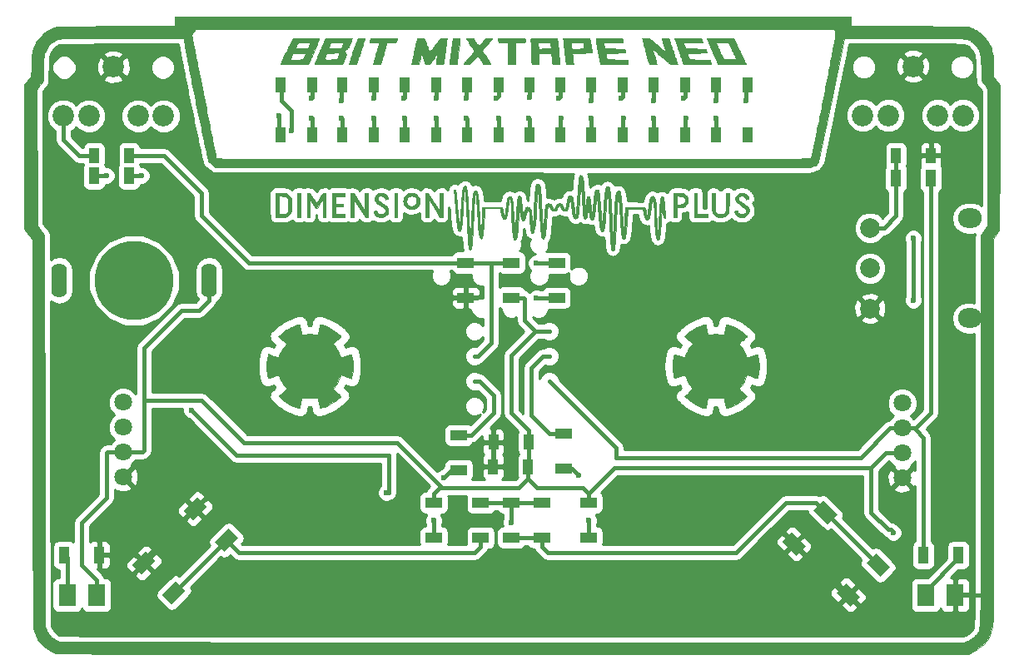
<source format=gbr>
G04 #@! TF.FileFunction,Copper,L1,Top,Signal*
%FSLAX46Y46*%
G04 Gerber Fmt 4.6, Leading zero omitted, Abs format (unit mm)*
G04 Created by KiCad (PCBNEW 4.0.7-e0-6372~58~ubuntu16.04.1) date Wed May  1 15:48:21 2019*
%MOMM*%
%LPD*%
G01*
G04 APERTURE LIST*
%ADD10C,0.100000*%
%ADD11C,0.010000*%
%ADD12C,2.000000*%
%ADD13O,2.400000X2.000000*%
%ADD14R,1.000000X1.600000*%
%ADD15R,1.800000X2.300000*%
%ADD16C,1.800000*%
%ADD17C,2.181860*%
%ADD18R,1.700000X1.100000*%
%ADD19R,1.100000X1.700000*%
%ADD20O,1.600000X3.500000*%
%ADD21C,8.000000*%
%ADD22C,0.600000*%
%ADD23C,0.400000*%
%ADD24C,0.254000*%
G04 APERTURE END LIST*
D10*
D11*
G36*
X184417000Y-68601556D02*
X186979225Y-68610198D01*
X187234820Y-68611065D01*
X187513426Y-68612021D01*
X187812651Y-68613056D01*
X188130105Y-68614162D01*
X188463397Y-68615330D01*
X188810138Y-68616553D01*
X189167938Y-68617821D01*
X189534405Y-68619125D01*
X189907150Y-68620458D01*
X190283783Y-68621811D01*
X190661913Y-68623175D01*
X191039150Y-68624541D01*
X191413104Y-68625901D01*
X191781384Y-68627247D01*
X192141600Y-68628570D01*
X192491363Y-68629861D01*
X192828281Y-68631112D01*
X192951400Y-68631571D01*
X196361350Y-68644302D01*
X196729650Y-68826742D01*
X196891955Y-68908163D01*
X197033852Y-68981882D01*
X197158383Y-69049950D01*
X197268592Y-69114419D01*
X197367523Y-69177340D01*
X197458218Y-69240763D01*
X197543722Y-69306742D01*
X197627078Y-69377327D01*
X197711329Y-69454569D01*
X197799519Y-69540520D01*
X197821850Y-69562914D01*
X198019355Y-69773997D01*
X198193130Y-69986212D01*
X198344412Y-70202114D01*
X198474438Y-70424256D01*
X198584443Y-70655192D01*
X198675666Y-70897477D01*
X198749343Y-71153663D01*
X198806710Y-71426306D01*
X198843542Y-71672650D01*
X198853707Y-71757438D01*
X198862547Y-71839345D01*
X198870181Y-71921026D01*
X198876727Y-72005133D01*
X198882305Y-72094321D01*
X198887033Y-72191245D01*
X198891030Y-72298557D01*
X198894414Y-72418913D01*
X198897305Y-72554965D01*
X198899820Y-72709369D01*
X198902079Y-72884779D01*
X198903479Y-73012500D01*
X198911323Y-73768150D01*
X199227011Y-74198355D01*
X199542700Y-74628561D01*
X199543149Y-75163555D01*
X199543189Y-75276296D01*
X199543139Y-75409821D01*
X199543003Y-75563255D01*
X199542784Y-75735723D01*
X199542484Y-75926352D01*
X199542107Y-76134265D01*
X199541655Y-76358588D01*
X199541133Y-76598447D01*
X199540542Y-76852965D01*
X199539887Y-77121269D01*
X199539169Y-77402484D01*
X199538393Y-77695734D01*
X199537561Y-78000145D01*
X199536676Y-78314841D01*
X199535742Y-78638949D01*
X199534761Y-78971593D01*
X199533736Y-79311898D01*
X199532672Y-79658990D01*
X199531570Y-80011993D01*
X199530433Y-80370033D01*
X199529266Y-80732234D01*
X199528070Y-81097723D01*
X199526850Y-81465624D01*
X199525608Y-81835061D01*
X199524346Y-82205161D01*
X199523069Y-82575049D01*
X199521779Y-82943849D01*
X199520480Y-83310687D01*
X199519174Y-83674688D01*
X199517865Y-84034977D01*
X199516555Y-84390679D01*
X199515248Y-84740919D01*
X199513946Y-85084822D01*
X199512654Y-85421514D01*
X199511373Y-85750120D01*
X199510107Y-86069764D01*
X199508859Y-86379572D01*
X199507633Y-86678670D01*
X199506431Y-86966181D01*
X199505255Y-87241232D01*
X199504111Y-87502947D01*
X199502999Y-87750452D01*
X199501925Y-87982871D01*
X199500889Y-88199331D01*
X199499897Y-88398955D01*
X199498950Y-88580869D01*
X199498052Y-88744199D01*
X199497205Y-88888069D01*
X199496414Y-89011604D01*
X199495681Y-89113930D01*
X199495009Y-89194171D01*
X199494401Y-89251454D01*
X199493860Y-89284902D01*
X199493482Y-89293900D01*
X199484741Y-89311176D01*
X199463819Y-89347463D01*
X199432188Y-89400354D01*
X199391319Y-89467439D01*
X199342686Y-89546312D01*
X199287759Y-89634565D01*
X199228011Y-89729790D01*
X199195670Y-89781034D01*
X198907700Y-90236419D01*
X198907199Y-98836134D01*
X198907142Y-99463568D01*
X198907043Y-100097705D01*
X198906905Y-100737904D01*
X198906728Y-101383526D01*
X198906512Y-102033929D01*
X198906258Y-102688473D01*
X198905968Y-103346519D01*
X198905642Y-104007425D01*
X198905282Y-104670552D01*
X198904887Y-105335258D01*
X198904459Y-106000903D01*
X198903999Y-106666848D01*
X198903507Y-107332451D01*
X198902985Y-107997073D01*
X198902433Y-108660072D01*
X198901852Y-109320809D01*
X198901244Y-109978643D01*
X198900608Y-110632933D01*
X198899947Y-111283040D01*
X198899260Y-111928323D01*
X198898548Y-112568141D01*
X198897813Y-113201855D01*
X198897056Y-113828823D01*
X198896276Y-114448406D01*
X198895476Y-115059962D01*
X198894656Y-115662852D01*
X198893816Y-116256436D01*
X198892958Y-116840072D01*
X198892083Y-117413120D01*
X198891191Y-117974941D01*
X198890284Y-118524893D01*
X198889361Y-119062337D01*
X198888425Y-119586631D01*
X198887476Y-120097136D01*
X198886514Y-120593211D01*
X198885542Y-121074216D01*
X198884558Y-121539510D01*
X198883566Y-121988453D01*
X198882564Y-122420404D01*
X198881555Y-122834723D01*
X198880539Y-123230771D01*
X198879516Y-123607905D01*
X198878489Y-123965487D01*
X198877457Y-124302875D01*
X198876422Y-124619430D01*
X198875384Y-124914510D01*
X198874344Y-125187476D01*
X198873304Y-125437686D01*
X198872264Y-125664502D01*
X198871224Y-125867281D01*
X198870186Y-126045385D01*
X198870051Y-126066750D01*
X198867700Y-126426907D01*
X198865395Y-126762544D01*
X198863121Y-127074539D01*
X198860863Y-127363773D01*
X198858604Y-127631123D01*
X198856329Y-127877470D01*
X198854023Y-128103692D01*
X198851670Y-128310669D01*
X198849254Y-128499280D01*
X198846759Y-128670404D01*
X198844170Y-128824921D01*
X198841472Y-128963709D01*
X198838648Y-129087648D01*
X198835683Y-129197618D01*
X198832561Y-129294497D01*
X198829267Y-129379165D01*
X198825785Y-129452501D01*
X198822100Y-129515384D01*
X198818195Y-129568693D01*
X198814055Y-129613308D01*
X198809665Y-129650108D01*
X198805859Y-129675117D01*
X198743258Y-129968057D01*
X198657529Y-130251151D01*
X198549351Y-130523409D01*
X198419403Y-130783842D01*
X198268364Y-131031458D01*
X198096912Y-131265269D01*
X197905726Y-131484283D01*
X197695485Y-131687512D01*
X197466867Y-131873964D01*
X197220552Y-132042651D01*
X197155630Y-132082323D01*
X197108429Y-132109048D01*
X197042747Y-132144172D01*
X196963132Y-132185372D01*
X196874130Y-132230326D01*
X196780287Y-132276711D01*
X196686149Y-132322204D01*
X196684935Y-132322783D01*
X196347060Y-132483974D01*
X156781005Y-132490270D01*
X155762331Y-132490429D01*
X154746735Y-132490580D01*
X153734572Y-132490725D01*
X152726195Y-132490862D01*
X151721959Y-132490992D01*
X150722218Y-132491115D01*
X149727327Y-132491231D01*
X148737639Y-132491340D01*
X147753510Y-132491442D01*
X146775294Y-132491537D01*
X145803344Y-132491625D01*
X144838016Y-132491706D01*
X143879663Y-132491781D01*
X142928640Y-132491848D01*
X141985302Y-132491909D01*
X141050002Y-132491962D01*
X140123094Y-132492009D01*
X139204935Y-132492049D01*
X138295876Y-132492083D01*
X137396274Y-132492110D01*
X136506481Y-132492130D01*
X135626853Y-132492143D01*
X134757744Y-132492150D01*
X133899509Y-132492150D01*
X133052501Y-132492143D01*
X132217074Y-132492130D01*
X131393584Y-132492111D01*
X130582384Y-132492085D01*
X129783830Y-132492052D01*
X128998274Y-132492013D01*
X128226072Y-132491967D01*
X127467578Y-132491916D01*
X126723145Y-132491857D01*
X125993130Y-132491793D01*
X125277885Y-132491722D01*
X124577765Y-132491645D01*
X123893125Y-132491561D01*
X123224319Y-132491471D01*
X122571701Y-132491376D01*
X121935625Y-132491273D01*
X121316446Y-132491165D01*
X120714518Y-132491051D01*
X120130196Y-132490930D01*
X119563833Y-132490803D01*
X119015785Y-132490671D01*
X118486405Y-132490532D01*
X117976047Y-132490387D01*
X117485067Y-132490236D01*
X117013819Y-132490079D01*
X116562656Y-132489917D01*
X116131933Y-132489748D01*
X115722005Y-132489574D01*
X115333225Y-132489393D01*
X114965949Y-132489207D01*
X114620530Y-132489015D01*
X114297322Y-132488818D01*
X113996681Y-132488614D01*
X113718960Y-132488405D01*
X113464514Y-132488190D01*
X113233697Y-132487969D01*
X113026863Y-132487743D01*
X112844367Y-132487511D01*
X112686564Y-132487274D01*
X112554050Y-132487031D01*
X111924670Y-132485687D01*
X111320439Y-132484283D01*
X110741105Y-132482815D01*
X110186417Y-132481282D01*
X109656123Y-132479683D01*
X109149972Y-132478015D01*
X108667712Y-132476278D01*
X108209091Y-132474468D01*
X107773859Y-132472584D01*
X107361764Y-132470625D01*
X106972555Y-132468589D01*
X106605979Y-132466474D01*
X106261786Y-132464277D01*
X105939724Y-132461998D01*
X105639542Y-132459635D01*
X105360988Y-132457185D01*
X105103811Y-132454648D01*
X104867759Y-132452021D01*
X104652581Y-132449302D01*
X104458026Y-132446490D01*
X104283841Y-132443582D01*
X104129776Y-132440578D01*
X103995579Y-132437475D01*
X103880999Y-132434272D01*
X103785784Y-132430966D01*
X103709683Y-132427557D01*
X103652444Y-132424041D01*
X103651350Y-132423959D01*
X103587586Y-132418200D01*
X103534793Y-132410431D01*
X103484536Y-132398654D01*
X103428379Y-132380866D01*
X103357886Y-132355067D01*
X103352900Y-132353176D01*
X103087257Y-132239993D01*
X102838430Y-132108263D01*
X102604871Y-131956991D01*
X102385035Y-131785182D01*
X102190232Y-131604782D01*
X102038710Y-131445035D01*
X101906462Y-131287270D01*
X101788825Y-131124976D01*
X101681137Y-130951637D01*
X101578735Y-130760742D01*
X101562291Y-130727650D01*
X101471468Y-130531963D01*
X101397710Y-130349031D01*
X101341405Y-130180008D01*
X101302941Y-130026048D01*
X101283369Y-129895800D01*
X101277719Y-129821315D01*
X101272228Y-129721631D01*
X101266901Y-129596947D01*
X101261744Y-129447465D01*
X101256761Y-129273383D01*
X101251957Y-129074903D01*
X101247337Y-128852225D01*
X101242907Y-128605547D01*
X101238670Y-128335072D01*
X101234631Y-128040998D01*
X101231532Y-127787600D01*
X101230127Y-127653339D01*
X101228740Y-127494081D01*
X101227372Y-127310227D01*
X101226022Y-127102182D01*
X101224692Y-126870346D01*
X101223382Y-126615123D01*
X101222093Y-126336915D01*
X101220825Y-126036124D01*
X101219579Y-125713154D01*
X101218356Y-125368406D01*
X101217155Y-125002283D01*
X101215979Y-124615187D01*
X101214826Y-124207522D01*
X101213699Y-123779689D01*
X101212597Y-123332091D01*
X101211521Y-122865131D01*
X101210472Y-122379211D01*
X101209450Y-121874733D01*
X101208456Y-121352101D01*
X101207491Y-120811716D01*
X101206554Y-120253981D01*
X101205648Y-119679298D01*
X101204771Y-119088071D01*
X101203925Y-118480701D01*
X101203111Y-117857591D01*
X101202328Y-117219144D01*
X101201579Y-116565762D01*
X101200862Y-115897848D01*
X101200179Y-115215803D01*
X101199531Y-114520032D01*
X101198918Y-113810935D01*
X101198340Y-113088916D01*
X101197798Y-112354377D01*
X101197293Y-111607720D01*
X101196826Y-110849349D01*
X101196396Y-110079665D01*
X101196005Y-109299072D01*
X101195653Y-108507971D01*
X101195341Y-107706765D01*
X101195069Y-106895857D01*
X101194838Y-106075649D01*
X101194648Y-105246543D01*
X101194501Y-104408943D01*
X101194396Y-103563250D01*
X101194334Y-102709867D01*
X101194327Y-102522985D01*
X101193899Y-90333021D01*
X100355699Y-89218833D01*
X100355699Y-75839978D01*
X101621543Y-75839978D01*
X101621551Y-75996004D01*
X101621662Y-76167964D01*
X101621877Y-76356391D01*
X101622195Y-76561816D01*
X101622618Y-76784771D01*
X101623146Y-77025788D01*
X101623781Y-77285400D01*
X101624523Y-77564137D01*
X101625374Y-77862533D01*
X101626333Y-78181118D01*
X101627401Y-78520426D01*
X101628581Y-78880987D01*
X101629871Y-79263333D01*
X101631273Y-79667998D01*
X101632789Y-80095512D01*
X101634417Y-80546407D01*
X101636161Y-81021216D01*
X101638019Y-81520471D01*
X101639578Y-81934698D01*
X101641167Y-82352458D01*
X101642755Y-82764024D01*
X101644337Y-83168659D01*
X101645909Y-83565626D01*
X101647470Y-83954187D01*
X101649015Y-84333606D01*
X101650541Y-84703145D01*
X101652044Y-85062066D01*
X101653521Y-85409633D01*
X101654969Y-85745109D01*
X101656383Y-86067755D01*
X101657762Y-86376835D01*
X101659101Y-86671611D01*
X101660397Y-86951347D01*
X101661646Y-87215304D01*
X101662846Y-87462746D01*
X101663992Y-87692936D01*
X101665081Y-87905136D01*
X101666110Y-88098608D01*
X101667076Y-88272616D01*
X101667975Y-88426423D01*
X101668803Y-88559291D01*
X101669557Y-88670482D01*
X101670234Y-88759260D01*
X101670831Y-88824888D01*
X101671343Y-88866628D01*
X101671768Y-88883742D01*
X101671787Y-88883940D01*
X101674810Y-88898870D01*
X101681527Y-88916713D01*
X101693274Y-88939376D01*
X101711385Y-88968766D01*
X101737193Y-89006791D01*
X101772034Y-89055357D01*
X101817241Y-89116371D01*
X101874149Y-89191741D01*
X101944092Y-89283374D01*
X102024901Y-89388621D01*
X102371861Y-89839712D01*
X102380119Y-92484631D01*
X102380465Y-92600747D01*
X102380856Y-92741705D01*
X102381291Y-92906944D01*
X102381769Y-93095906D01*
X102382288Y-93308031D01*
X102382848Y-93542761D01*
X102383447Y-93799535D01*
X102384084Y-94077795D01*
X102384759Y-94376982D01*
X102385469Y-94696537D01*
X102386215Y-95035900D01*
X102386994Y-95394512D01*
X102387805Y-95771815D01*
X102388648Y-96167248D01*
X102389521Y-96580253D01*
X102390424Y-97010271D01*
X102391354Y-97456743D01*
X102392311Y-97919109D01*
X102393294Y-98396810D01*
X102394302Y-98889287D01*
X102395333Y-99395981D01*
X102396386Y-99916333D01*
X102397461Y-100449783D01*
X102398556Y-100995773D01*
X102399669Y-101553744D01*
X102400801Y-102123135D01*
X102401949Y-102703388D01*
X102403113Y-103293945D01*
X102404291Y-103894245D01*
X102405482Y-104503729D01*
X102406685Y-105121839D01*
X102407900Y-105748016D01*
X102409124Y-106381699D01*
X102410357Y-107022330D01*
X102411598Y-107669350D01*
X102412845Y-108322200D01*
X102414097Y-108980320D01*
X102415354Y-109643152D01*
X102416614Y-110310135D01*
X102417875Y-110980712D01*
X102419138Y-111654323D01*
X102420400Y-112330408D01*
X102420603Y-112439650D01*
X102452830Y-129749750D01*
X102587384Y-130010100D01*
X102650702Y-130131261D01*
X102705637Y-130233087D01*
X102754431Y-130319312D01*
X102799330Y-130393671D01*
X102842578Y-130459898D01*
X102886418Y-130521727D01*
X102926714Y-130574753D01*
X103034726Y-130700185D01*
X103156553Y-130819121D01*
X103287844Y-130928297D01*
X103424247Y-131024450D01*
X103561409Y-131104315D01*
X103694978Y-131164630D01*
X103730148Y-131177236D01*
X103755276Y-131184146D01*
X103788703Y-131190493D01*
X103831681Y-131196324D01*
X103885459Y-131201685D01*
X103951290Y-131206623D01*
X104030423Y-131211185D01*
X104124110Y-131215417D01*
X104233601Y-131219367D01*
X104360147Y-131223081D01*
X104504999Y-131226606D01*
X104669407Y-131229989D01*
X104854622Y-131233276D01*
X105061896Y-131236514D01*
X105292479Y-131239750D01*
X105461100Y-131241947D01*
X105581031Y-131243397D01*
X105710607Y-131244825D01*
X105850011Y-131246230D01*
X105999426Y-131247614D01*
X106159036Y-131248976D01*
X106329023Y-131250317D01*
X106509571Y-131251636D01*
X106700864Y-131252935D01*
X106903085Y-131254212D01*
X107116416Y-131255468D01*
X107341042Y-131256704D01*
X107577146Y-131257919D01*
X107824910Y-131259114D01*
X108084519Y-131260289D01*
X108356155Y-131261443D01*
X108640003Y-131262578D01*
X108936244Y-131263694D01*
X109245063Y-131264789D01*
X109566642Y-131265866D01*
X109901166Y-131266923D01*
X110248817Y-131267962D01*
X110609779Y-131268981D01*
X110984235Y-131269982D01*
X111372368Y-131270965D01*
X111774362Y-131271929D01*
X112190400Y-131272875D01*
X112620665Y-131273804D01*
X113065341Y-131274714D01*
X113524610Y-131275607D01*
X113998657Y-131276482D01*
X114487664Y-131277341D01*
X114991815Y-131278182D01*
X115511293Y-131279006D01*
X116046282Y-131279813D01*
X116596964Y-131280604D01*
X117163523Y-131281379D01*
X117746143Y-131282137D01*
X118345006Y-131282879D01*
X118960297Y-131283605D01*
X119592197Y-131284316D01*
X120240891Y-131285010D01*
X120906562Y-131285690D01*
X121589393Y-131286354D01*
X122289568Y-131287004D01*
X123007269Y-131287638D01*
X123742681Y-131288258D01*
X124495986Y-131288863D01*
X125267368Y-131289454D01*
X126057009Y-131290030D01*
X126865094Y-131290593D01*
X127691806Y-131291142D01*
X128537328Y-131291677D01*
X129401843Y-131292198D01*
X130285534Y-131292706D01*
X131188586Y-131293201D01*
X132111180Y-131293683D01*
X133053502Y-131294153D01*
X134015733Y-131294609D01*
X134998057Y-131295053D01*
X136000657Y-131295485D01*
X137023717Y-131295904D01*
X138067421Y-131296312D01*
X139131950Y-131296708D01*
X140217489Y-131297092D01*
X141324222Y-131297464D01*
X142452330Y-131297826D01*
X143601998Y-131298176D01*
X144773409Y-131298515D01*
X145966746Y-131298844D01*
X147182193Y-131299161D01*
X148419933Y-131299469D01*
X149680148Y-131299766D01*
X150963023Y-131300053D01*
X152268741Y-131300330D01*
X153597485Y-131300597D01*
X154949438Y-131300855D01*
X156324784Y-131301103D01*
X157723706Y-131301342D01*
X159146387Y-131301572D01*
X160593011Y-131301793D01*
X162063760Y-131302005D01*
X163558819Y-131302209D01*
X165078370Y-131302404D01*
X166622598Y-131302591D01*
X168191684Y-131302770D01*
X169785813Y-131302941D01*
X171324590Y-131303096D01*
X195843231Y-131305500D01*
X196081232Y-131216197D01*
X196206647Y-131168417D01*
X196311659Y-131126541D01*
X196400043Y-131088691D01*
X196475574Y-131052991D01*
X196542028Y-131017562D01*
X196603180Y-130980527D01*
X196662804Y-130940008D01*
X196716950Y-130900023D01*
X196750226Y-130872732D01*
X196796292Y-130832142D01*
X196852255Y-130781053D01*
X196915228Y-130722265D01*
X196982318Y-130658578D01*
X197050638Y-130592792D01*
X197117296Y-130527706D01*
X197179403Y-130466121D01*
X197234069Y-130410837D01*
X197278404Y-130364653D01*
X197309518Y-130330370D01*
X197323769Y-130312101D01*
X197349771Y-130263523D01*
X197373911Y-130205757D01*
X197396279Y-130137798D01*
X197416964Y-130058641D01*
X197436057Y-129967282D01*
X197453647Y-129862717D01*
X197469824Y-129743941D01*
X197484678Y-129609951D01*
X197498299Y-129459741D01*
X197510777Y-129292307D01*
X197522201Y-129106646D01*
X197532661Y-128901752D01*
X197542248Y-128676621D01*
X197551051Y-128430250D01*
X197559160Y-128161633D01*
X197566664Y-127869766D01*
X197573654Y-127553645D01*
X197574580Y-127508200D01*
X197576280Y-127419683D01*
X197577930Y-127324697D01*
X197579531Y-127222867D01*
X197581085Y-127113822D01*
X197582590Y-126997187D01*
X197584050Y-126872589D01*
X197585463Y-126739655D01*
X197586830Y-126598013D01*
X197588153Y-126447289D01*
X197589431Y-126287109D01*
X197590667Y-126117101D01*
X197591859Y-125936892D01*
X197593009Y-125746108D01*
X197594118Y-125544376D01*
X197595185Y-125331323D01*
X197596213Y-125106576D01*
X197597201Y-124869762D01*
X197598150Y-124620507D01*
X197599061Y-124358439D01*
X197599935Y-124083184D01*
X197600772Y-123794369D01*
X197601572Y-123491621D01*
X197602337Y-123174567D01*
X197603067Y-122842833D01*
X197603762Y-122496047D01*
X197604424Y-122133836D01*
X197605053Y-121755825D01*
X197605650Y-121361643D01*
X197606215Y-120950915D01*
X197606750Y-120523269D01*
X197607254Y-120078332D01*
X197607728Y-119615730D01*
X197608173Y-119135090D01*
X197608590Y-118636039D01*
X197608980Y-118118205D01*
X197609342Y-117581213D01*
X197609678Y-117024690D01*
X197609989Y-116448265D01*
X197610274Y-115851562D01*
X197610535Y-115234210D01*
X197610772Y-114595834D01*
X197610986Y-113936063D01*
X197611178Y-113254522D01*
X197611348Y-112550839D01*
X197611497Y-111824640D01*
X197611626Y-111075553D01*
X197611735Y-110303203D01*
X197611825Y-109507219D01*
X197611896Y-108687226D01*
X197611950Y-107842851D01*
X197611986Y-106973723D01*
X197612003Y-106323654D01*
X197612300Y-89958759D01*
X197955200Y-89423707D01*
X198298100Y-88888654D01*
X198298099Y-81947900D01*
X198298099Y-75007145D01*
X198000876Y-74608130D01*
X197703652Y-74209114D01*
X197683109Y-73499682D01*
X197676229Y-73266520D01*
X197669745Y-73056889D01*
X197663556Y-72868923D01*
X197657560Y-72700758D01*
X197651658Y-72550530D01*
X197645748Y-72416372D01*
X197639730Y-72296422D01*
X197633503Y-72188813D01*
X197626966Y-72091682D01*
X197620019Y-72003163D01*
X197612560Y-71921391D01*
X197604489Y-71844503D01*
X197595706Y-71770633D01*
X197586110Y-71697916D01*
X197585569Y-71694004D01*
X197554613Y-71505844D01*
X197515978Y-71338197D01*
X197467972Y-71186892D01*
X197408899Y-71047759D01*
X197337066Y-70916625D01*
X197250779Y-70789319D01*
X197183093Y-70702942D01*
X197129543Y-70640732D01*
X197065357Y-70570664D01*
X196993677Y-70495769D01*
X196917647Y-70419080D01*
X196840409Y-70343626D01*
X196765107Y-70272440D01*
X196694884Y-70208552D01*
X196632882Y-70154994D01*
X196582247Y-70114797D01*
X196551850Y-70094188D01*
X196472968Y-70053028D01*
X196383683Y-70016557D01*
X196282148Y-69984435D01*
X196166516Y-69956322D01*
X196034939Y-69931879D01*
X195885570Y-69910766D01*
X195716561Y-69892643D01*
X195526065Y-69877172D01*
X195312236Y-69864011D01*
X195294550Y-69863074D01*
X195231341Y-69859962D01*
X195163088Y-69857017D01*
X195089065Y-69854234D01*
X195008545Y-69851610D01*
X194920800Y-69849139D01*
X194825104Y-69846818D01*
X194720730Y-69844642D01*
X194606952Y-69842608D01*
X194483042Y-69840710D01*
X194348274Y-69838946D01*
X194201921Y-69837309D01*
X194043257Y-69835797D01*
X193871554Y-69834406D01*
X193686086Y-69833129D01*
X193486127Y-69831965D01*
X193270948Y-69830908D01*
X193039824Y-69829954D01*
X192792027Y-69829099D01*
X192526832Y-69828339D01*
X192243511Y-69827669D01*
X191941337Y-69827085D01*
X191619584Y-69826584D01*
X191277525Y-69826160D01*
X190914433Y-69825809D01*
X190529581Y-69825528D01*
X190122243Y-69825312D01*
X189691692Y-69825157D01*
X189237200Y-69825059D01*
X188758042Y-69825013D01*
X188753672Y-69825012D01*
X183736794Y-69824799D01*
X182426684Y-76123869D01*
X181116574Y-82422938D01*
X181039975Y-82534776D01*
X180969342Y-82631948D01*
X180901556Y-82713598D01*
X180838795Y-82777363D01*
X180783237Y-82820881D01*
X180768074Y-82829755D01*
X180731796Y-82847329D01*
X180705558Y-82853110D01*
X180677738Y-82848572D01*
X180660975Y-82843348D01*
X180640744Y-82837257D01*
X180622685Y-82834975D01*
X180602321Y-82837903D01*
X180575171Y-82847444D01*
X180536755Y-82864998D01*
X180482595Y-82891967D01*
X180445705Y-82910694D01*
X180280662Y-82994616D01*
X162184406Y-82982512D01*
X161439620Y-82982014D01*
X160682335Y-82981506D01*
X159913513Y-82980989D01*
X159134113Y-82980465D01*
X158345097Y-82979933D01*
X157547426Y-82979394D01*
X156742059Y-82978849D01*
X155929958Y-82978299D01*
X155112084Y-82977745D01*
X154289397Y-82977186D01*
X153462858Y-82976624D01*
X152633428Y-82976059D01*
X151802068Y-82975492D01*
X150969738Y-82974924D01*
X150137398Y-82974355D01*
X149306011Y-82973786D01*
X148476536Y-82973217D01*
X147649934Y-82972650D01*
X146827166Y-82972085D01*
X146009193Y-82971522D01*
X145196976Y-82970963D01*
X144391474Y-82970408D01*
X143593650Y-82969857D01*
X142804463Y-82969311D01*
X142024875Y-82968771D01*
X141255846Y-82968238D01*
X140498337Y-82967712D01*
X139753308Y-82967194D01*
X139021721Y-82966684D01*
X138304536Y-82966184D01*
X137602714Y-82965693D01*
X136917215Y-82965213D01*
X136249001Y-82964744D01*
X135599032Y-82964287D01*
X134968269Y-82963843D01*
X134357672Y-82963411D01*
X133768203Y-82962994D01*
X133200822Y-82962591D01*
X132656490Y-82962203D01*
X132136167Y-82961831D01*
X131911476Y-82961670D01*
X119734802Y-82952931D01*
X119560726Y-82819465D01*
X119438886Y-82724064D01*
X119336540Y-82639457D01*
X119251300Y-82563538D01*
X119180777Y-82494205D01*
X119136359Y-82445551D01*
X119118961Y-82425093D01*
X119103630Y-82405352D01*
X119089747Y-82384242D01*
X119076695Y-82359678D01*
X119063856Y-82329575D01*
X119050613Y-82291846D01*
X119036349Y-82244407D01*
X119020445Y-82185172D01*
X119002284Y-82112055D01*
X118981250Y-82022970D01*
X118956723Y-81915833D01*
X118928087Y-81788558D01*
X118894725Y-81639059D01*
X118886126Y-81600449D01*
X118831886Y-81355482D01*
X118774941Y-81095651D01*
X118715492Y-80821966D01*
X118653743Y-80535443D01*
X118589896Y-80237092D01*
X118524154Y-79927926D01*
X118456719Y-79608959D01*
X118387793Y-79281203D01*
X118317580Y-78945671D01*
X118246281Y-78603376D01*
X118174100Y-78255330D01*
X118101238Y-77902545D01*
X118027899Y-77546036D01*
X117954285Y-77186813D01*
X117880598Y-76825891D01*
X117807042Y-76464282D01*
X117733818Y-76102998D01*
X117661129Y-75743052D01*
X117589178Y-75385457D01*
X117518166Y-75031226D01*
X117448298Y-74681372D01*
X117379775Y-74336906D01*
X117312800Y-73998842D01*
X117247575Y-73668193D01*
X117184304Y-73345971D01*
X117123187Y-73033189D01*
X117064429Y-72730859D01*
X117008232Y-72439995D01*
X116954797Y-72161609D01*
X116904329Y-71896714D01*
X116857028Y-71646322D01*
X116813098Y-71411446D01*
X116772742Y-71193100D01*
X116736161Y-70992295D01*
X116703559Y-70810044D01*
X116675138Y-70647361D01*
X116651101Y-70505257D01*
X116631649Y-70384746D01*
X116616986Y-70286840D01*
X116607315Y-70212552D01*
X116605874Y-70199450D01*
X116600777Y-70155215D01*
X116593192Y-70094562D01*
X116584232Y-70026216D01*
X116576854Y-69972092D01*
X116555845Y-69820935D01*
X113284947Y-69829702D01*
X112777592Y-69831103D01*
X112279502Y-69832559D01*
X111791317Y-69834067D01*
X111313676Y-69835625D01*
X110847217Y-69837227D01*
X110392580Y-69838872D01*
X109950405Y-69840554D01*
X109521329Y-69842272D01*
X109105993Y-69844021D01*
X108705035Y-69845799D01*
X108319094Y-69847600D01*
X107948811Y-69849424D01*
X107594822Y-69851264D01*
X107257769Y-69853120D01*
X106938289Y-69854986D01*
X106637023Y-69856859D01*
X106354608Y-69858736D01*
X106091685Y-69860614D01*
X105848892Y-69862489D01*
X105626868Y-69864358D01*
X105426253Y-69866217D01*
X105247686Y-69868063D01*
X105091805Y-69869892D01*
X104959250Y-69871701D01*
X104850660Y-69873486D01*
X104766674Y-69875244D01*
X104749900Y-69875671D01*
X104558819Y-69881155D01*
X104391156Y-69886917D01*
X104244930Y-69893163D01*
X104118158Y-69900097D01*
X104008858Y-69907922D01*
X103915049Y-69916845D01*
X103834750Y-69927069D01*
X103765977Y-69938800D01*
X103706749Y-69952240D01*
X103655085Y-69967596D01*
X103609003Y-69985072D01*
X103584737Y-69995936D01*
X103424659Y-70083470D01*
X103265633Y-70193110D01*
X103110456Y-70321622D01*
X102961930Y-70465773D01*
X102822854Y-70622329D01*
X102696028Y-70788056D01*
X102584251Y-70959721D01*
X102490325Y-71134090D01*
X102417048Y-71307929D01*
X102396861Y-71367850D01*
X102383395Y-71412779D01*
X102371101Y-71458788D01*
X102359889Y-71507296D01*
X102349668Y-71559720D01*
X102340350Y-71617479D01*
X102331845Y-71681990D01*
X102324063Y-71754671D01*
X102316915Y-71836941D01*
X102310311Y-71930217D01*
X102304162Y-72035918D01*
X102298378Y-72155461D01*
X102292870Y-72290264D01*
X102287547Y-72441746D01*
X102282321Y-72611324D01*
X102277102Y-72800416D01*
X102271800Y-73010441D01*
X102266325Y-73242817D01*
X102260589Y-73498960D01*
X102259707Y-73539192D01*
X102245282Y-74199235D01*
X101945016Y-74597024D01*
X101878144Y-74685650D01*
X101815661Y-74768529D01*
X101759319Y-74843330D01*
X101710868Y-74907726D01*
X101672062Y-74959388D01*
X101644652Y-74995987D01*
X101630389Y-75015194D01*
X101629136Y-75016930D01*
X101627978Y-75023234D01*
X101626913Y-75039088D01*
X101625942Y-75065026D01*
X101625065Y-75101579D01*
X101624283Y-75149279D01*
X101623597Y-75208658D01*
X101623008Y-75280248D01*
X101622517Y-75364580D01*
X101622124Y-75462188D01*
X101621830Y-75573602D01*
X101621636Y-75699355D01*
X101621543Y-75839978D01*
X100355699Y-75839978D01*
X100355699Y-74630190D01*
X100696888Y-74195078D01*
X101038076Y-73759965D01*
X101045335Y-72963957D01*
X101047890Y-72728404D01*
X101051117Y-72516345D01*
X101055144Y-72325883D01*
X101060099Y-72155117D01*
X101066111Y-72002151D01*
X101073306Y-71865083D01*
X101081812Y-71742015D01*
X101091759Y-71631049D01*
X101103272Y-71530286D01*
X101116481Y-71437825D01*
X101131513Y-71351769D01*
X101148496Y-71270219D01*
X101163669Y-71206567D01*
X101245772Y-70931445D01*
X101351741Y-70662804D01*
X101480442Y-70402626D01*
X101630744Y-70152894D01*
X101801512Y-69915591D01*
X101991615Y-69692698D01*
X102083057Y-69597736D01*
X102114790Y-69567168D01*
X117365624Y-69567168D01*
X117365938Y-69576243D01*
X117368077Y-69594078D01*
X117372150Y-69621235D01*
X117378268Y-69658274D01*
X117386540Y-69705753D01*
X117397077Y-69764234D01*
X117409989Y-69834275D01*
X117425386Y-69916438D01*
X117443378Y-70011282D01*
X117464074Y-70119367D01*
X117487586Y-70241252D01*
X117514023Y-70377499D01*
X117543495Y-70528666D01*
X117576113Y-70695315D01*
X117611985Y-70878003D01*
X117651224Y-71077293D01*
X117693938Y-71293743D01*
X117740238Y-71527914D01*
X117790233Y-71780366D01*
X117844034Y-72051657D01*
X117901752Y-72342350D01*
X117963495Y-72653003D01*
X118029374Y-72984176D01*
X118099499Y-73336429D01*
X118173981Y-73710323D01*
X118252929Y-74106417D01*
X118336454Y-74525271D01*
X118424664Y-74967445D01*
X118517672Y-75433499D01*
X118598353Y-75837676D01*
X118676661Y-76229800D01*
X118753769Y-76615672D01*
X118829525Y-76994545D01*
X118903778Y-77365670D01*
X118976379Y-77728300D01*
X119047175Y-78081685D01*
X119116017Y-78425079D01*
X119182753Y-78757732D01*
X119247233Y-79078897D01*
X119309305Y-79387825D01*
X119368819Y-79683768D01*
X119425624Y-79965978D01*
X119479570Y-80233707D01*
X119530504Y-80486207D01*
X119578278Y-80722729D01*
X119622739Y-80942525D01*
X119663736Y-81144847D01*
X119701120Y-81328947D01*
X119734739Y-81494076D01*
X119764443Y-81639487D01*
X119790079Y-81764431D01*
X119811499Y-81868161D01*
X119828550Y-81949927D01*
X119841083Y-82008982D01*
X119848946Y-82044577D01*
X119851943Y-82055977D01*
X119868943Y-82061119D01*
X119903210Y-82066083D01*
X119955044Y-82070872D01*
X120024746Y-82075490D01*
X120112616Y-82079939D01*
X120218953Y-82084223D01*
X120344057Y-82088346D01*
X120488229Y-82092310D01*
X120651769Y-82096118D01*
X120834976Y-82099775D01*
X121038151Y-82103283D01*
X121261594Y-82106645D01*
X121505604Y-82109866D01*
X121770482Y-82112947D01*
X122056527Y-82115893D01*
X122364040Y-82118706D01*
X122693321Y-82121390D01*
X123044670Y-82123948D01*
X123418386Y-82126384D01*
X123814771Y-82128700D01*
X124234123Y-82130900D01*
X124676742Y-82132987D01*
X125142930Y-82134964D01*
X125632985Y-82136836D01*
X126147209Y-82138604D01*
X126685900Y-82140272D01*
X127249359Y-82141844D01*
X127837886Y-82143322D01*
X127902000Y-82143474D01*
X128109117Y-82143928D01*
X128338376Y-82144366D01*
X128589270Y-82144789D01*
X128861294Y-82145197D01*
X129153944Y-82145590D01*
X129466713Y-82145967D01*
X129799096Y-82146329D01*
X130150589Y-82146677D01*
X130520685Y-82147010D01*
X130908880Y-82147328D01*
X131314668Y-82147632D01*
X131737545Y-82147921D01*
X132177004Y-82148196D01*
X132632540Y-82148457D01*
X133103649Y-82148704D01*
X133589825Y-82148936D01*
X134090562Y-82149155D01*
X134605355Y-82149361D01*
X135133700Y-82149552D01*
X135675091Y-82149730D01*
X136229022Y-82149895D01*
X136794988Y-82150046D01*
X137372485Y-82150185D01*
X137961006Y-82150310D01*
X138560046Y-82150422D01*
X139169101Y-82150521D01*
X139787665Y-82150608D01*
X140415232Y-82150682D01*
X141051297Y-82150744D01*
X141695356Y-82150793D01*
X142346902Y-82150830D01*
X143005431Y-82150854D01*
X143670437Y-82150867D01*
X144341415Y-82150868D01*
X145017860Y-82150857D01*
X145699266Y-82150834D01*
X146385129Y-82150799D01*
X147074942Y-82150753D01*
X147768200Y-82150696D01*
X148464399Y-82150627D01*
X149163033Y-82150548D01*
X149863597Y-82150457D01*
X150565585Y-82150355D01*
X151268493Y-82150242D01*
X151971814Y-82150119D01*
X152675044Y-82149985D01*
X153377678Y-82149841D01*
X154079209Y-82149686D01*
X154779134Y-82149521D01*
X155476945Y-82149346D01*
X156172139Y-82149161D01*
X156864211Y-82148965D01*
X157552653Y-82148760D01*
X158236963Y-82148546D01*
X158916633Y-82148321D01*
X159591159Y-82148088D01*
X160260036Y-82147844D01*
X160922759Y-82147592D01*
X161578821Y-82147330D01*
X162227718Y-82147060D01*
X162868945Y-82146780D01*
X163501995Y-82146492D01*
X164126365Y-82146195D01*
X164741549Y-82145889D01*
X165347040Y-82145575D01*
X165942335Y-82145253D01*
X166526928Y-82144922D01*
X167100314Y-82144583D01*
X167661986Y-82144236D01*
X168211441Y-82143881D01*
X168748173Y-82143519D01*
X169271676Y-82143148D01*
X169781445Y-82142771D01*
X170276975Y-82142385D01*
X170757760Y-82141992D01*
X171223297Y-82141592D01*
X171673078Y-82141185D01*
X172106599Y-82140771D01*
X172523354Y-82140350D01*
X172922839Y-82139922D01*
X173304548Y-82139488D01*
X173667975Y-82139047D01*
X174012616Y-82138599D01*
X174337965Y-82138145D01*
X174643517Y-82137685D01*
X174928767Y-82137219D01*
X175193209Y-82136746D01*
X175436338Y-82136268D01*
X175657649Y-82135784D01*
X175856636Y-82135294D01*
X176032794Y-82134799D01*
X176185619Y-82134298D01*
X176314604Y-82133792D01*
X176419244Y-82133281D01*
X176499035Y-82132764D01*
X176504900Y-82132718D01*
X176889313Y-82129524D01*
X177249031Y-82126280D01*
X177584757Y-82122969D01*
X177897194Y-82119571D01*
X178187047Y-82116070D01*
X178455019Y-82112447D01*
X178701815Y-82108685D01*
X178928138Y-82104764D01*
X179134691Y-82100668D01*
X179322180Y-82096378D01*
X179491308Y-82091876D01*
X179642779Y-82087144D01*
X179777296Y-82082165D01*
X179895564Y-82076920D01*
X179998287Y-82071391D01*
X180086167Y-82065560D01*
X180159910Y-82059410D01*
X180220219Y-82052922D01*
X180267798Y-82046078D01*
X180303351Y-82038860D01*
X180316312Y-82035270D01*
X180325083Y-82027826D01*
X180335312Y-82009793D01*
X180347275Y-81980035D01*
X180361247Y-81937414D01*
X180377504Y-81880792D01*
X180396321Y-81809032D01*
X180417975Y-81720996D01*
X180442740Y-81615547D01*
X180470891Y-81491547D01*
X180502705Y-81347859D01*
X180538458Y-81183345D01*
X180578423Y-80996868D01*
X180622878Y-80787291D01*
X180651664Y-80650724D01*
X180686065Y-80486336D01*
X180724310Y-80301996D01*
X180766173Y-80098851D01*
X180811426Y-79878051D01*
X180859844Y-79640744D01*
X180911199Y-79388077D01*
X180965264Y-79121199D01*
X181021812Y-78841258D01*
X181080616Y-78549403D01*
X181141450Y-78246782D01*
X181204086Y-77934543D01*
X181268297Y-77613835D01*
X181333858Y-77285805D01*
X181400540Y-76951601D01*
X181468117Y-76612374D01*
X181536361Y-76269269D01*
X181605047Y-75923437D01*
X181673947Y-75576024D01*
X181742834Y-75228180D01*
X181811482Y-74881052D01*
X181879662Y-74535789D01*
X181947150Y-74193539D01*
X182013716Y-73855451D01*
X182079136Y-73522672D01*
X182143181Y-73196352D01*
X182205625Y-72877637D01*
X182266241Y-72567677D01*
X182324802Y-72267620D01*
X182381081Y-71978614D01*
X182434851Y-71701807D01*
X182485886Y-71438348D01*
X182533958Y-71189384D01*
X182578840Y-70956065D01*
X182620306Y-70739538D01*
X182658129Y-70540952D01*
X182692081Y-70361455D01*
X182721937Y-70202195D01*
X182747468Y-70064321D01*
X182768448Y-69948980D01*
X182784650Y-69857322D01*
X182785466Y-69852596D01*
X182808472Y-69682976D01*
X182817408Y-69524802D01*
X182812544Y-69379789D01*
X182794150Y-69249651D01*
X182762496Y-69136099D01*
X182717851Y-69040849D01*
X182660485Y-68965613D01*
X182643331Y-68949376D01*
X182584623Y-68897700D01*
X117681977Y-68897700D01*
X117675478Y-68978664D01*
X117661432Y-69054173D01*
X117630294Y-69130924D01*
X117580240Y-69212510D01*
X117513522Y-69297750D01*
X117448394Y-69380510D01*
X117403032Y-69453155D01*
X117375631Y-69518975D01*
X117365624Y-69567168D01*
X102114790Y-69567168D01*
X102196832Y-69488141D01*
X102310659Y-69387583D01*
X102427947Y-69293744D01*
X102552107Y-69204305D01*
X102686549Y-69116948D01*
X102834682Y-69029353D01*
X102999917Y-68939203D01*
X103185663Y-68844179D01*
X103206850Y-68833649D01*
X103587850Y-68644754D01*
X107080350Y-68631873D01*
X107413870Y-68630646D01*
X107760180Y-68629377D01*
X108116988Y-68628075D01*
X108482001Y-68626748D01*
X108852925Y-68625404D01*
X109227470Y-68624051D01*
X109603340Y-68622697D01*
X109978245Y-68621351D01*
X110349891Y-68620021D01*
X110715986Y-68618715D01*
X111074236Y-68617442D01*
X111422350Y-68616208D01*
X111758034Y-68615023D01*
X112078996Y-68613895D01*
X112382942Y-68612832D01*
X112667582Y-68611843D01*
X112930621Y-68610934D01*
X113090625Y-68610386D01*
X115608400Y-68601779D01*
X115608400Y-67615000D01*
X184417000Y-67615000D01*
X184417000Y-68601556D01*
X184417000Y-68601556D01*
G37*
X184417000Y-68601556D02*
X186979225Y-68610198D01*
X187234820Y-68611065D01*
X187513426Y-68612021D01*
X187812651Y-68613056D01*
X188130105Y-68614162D01*
X188463397Y-68615330D01*
X188810138Y-68616553D01*
X189167938Y-68617821D01*
X189534405Y-68619125D01*
X189907150Y-68620458D01*
X190283783Y-68621811D01*
X190661913Y-68623175D01*
X191039150Y-68624541D01*
X191413104Y-68625901D01*
X191781384Y-68627247D01*
X192141600Y-68628570D01*
X192491363Y-68629861D01*
X192828281Y-68631112D01*
X192951400Y-68631571D01*
X196361350Y-68644302D01*
X196729650Y-68826742D01*
X196891955Y-68908163D01*
X197033852Y-68981882D01*
X197158383Y-69049950D01*
X197268592Y-69114419D01*
X197367523Y-69177340D01*
X197458218Y-69240763D01*
X197543722Y-69306742D01*
X197627078Y-69377327D01*
X197711329Y-69454569D01*
X197799519Y-69540520D01*
X197821850Y-69562914D01*
X198019355Y-69773997D01*
X198193130Y-69986212D01*
X198344412Y-70202114D01*
X198474438Y-70424256D01*
X198584443Y-70655192D01*
X198675666Y-70897477D01*
X198749343Y-71153663D01*
X198806710Y-71426306D01*
X198843542Y-71672650D01*
X198853707Y-71757438D01*
X198862547Y-71839345D01*
X198870181Y-71921026D01*
X198876727Y-72005133D01*
X198882305Y-72094321D01*
X198887033Y-72191245D01*
X198891030Y-72298557D01*
X198894414Y-72418913D01*
X198897305Y-72554965D01*
X198899820Y-72709369D01*
X198902079Y-72884779D01*
X198903479Y-73012500D01*
X198911323Y-73768150D01*
X199227011Y-74198355D01*
X199542700Y-74628561D01*
X199543149Y-75163555D01*
X199543189Y-75276296D01*
X199543139Y-75409821D01*
X199543003Y-75563255D01*
X199542784Y-75735723D01*
X199542484Y-75926352D01*
X199542107Y-76134265D01*
X199541655Y-76358588D01*
X199541133Y-76598447D01*
X199540542Y-76852965D01*
X199539887Y-77121269D01*
X199539169Y-77402484D01*
X199538393Y-77695734D01*
X199537561Y-78000145D01*
X199536676Y-78314841D01*
X199535742Y-78638949D01*
X199534761Y-78971593D01*
X199533736Y-79311898D01*
X199532672Y-79658990D01*
X199531570Y-80011993D01*
X199530433Y-80370033D01*
X199529266Y-80732234D01*
X199528070Y-81097723D01*
X199526850Y-81465624D01*
X199525608Y-81835061D01*
X199524346Y-82205161D01*
X199523069Y-82575049D01*
X199521779Y-82943849D01*
X199520480Y-83310687D01*
X199519174Y-83674688D01*
X199517865Y-84034977D01*
X199516555Y-84390679D01*
X199515248Y-84740919D01*
X199513946Y-85084822D01*
X199512654Y-85421514D01*
X199511373Y-85750120D01*
X199510107Y-86069764D01*
X199508859Y-86379572D01*
X199507633Y-86678670D01*
X199506431Y-86966181D01*
X199505255Y-87241232D01*
X199504111Y-87502947D01*
X199502999Y-87750452D01*
X199501925Y-87982871D01*
X199500889Y-88199331D01*
X199499897Y-88398955D01*
X199498950Y-88580869D01*
X199498052Y-88744199D01*
X199497205Y-88888069D01*
X199496414Y-89011604D01*
X199495681Y-89113930D01*
X199495009Y-89194171D01*
X199494401Y-89251454D01*
X199493860Y-89284902D01*
X199493482Y-89293900D01*
X199484741Y-89311176D01*
X199463819Y-89347463D01*
X199432188Y-89400354D01*
X199391319Y-89467439D01*
X199342686Y-89546312D01*
X199287759Y-89634565D01*
X199228011Y-89729790D01*
X199195670Y-89781034D01*
X198907700Y-90236419D01*
X198907199Y-98836134D01*
X198907142Y-99463568D01*
X198907043Y-100097705D01*
X198906905Y-100737904D01*
X198906728Y-101383526D01*
X198906512Y-102033929D01*
X198906258Y-102688473D01*
X198905968Y-103346519D01*
X198905642Y-104007425D01*
X198905282Y-104670552D01*
X198904887Y-105335258D01*
X198904459Y-106000903D01*
X198903999Y-106666848D01*
X198903507Y-107332451D01*
X198902985Y-107997073D01*
X198902433Y-108660072D01*
X198901852Y-109320809D01*
X198901244Y-109978643D01*
X198900608Y-110632933D01*
X198899947Y-111283040D01*
X198899260Y-111928323D01*
X198898548Y-112568141D01*
X198897813Y-113201855D01*
X198897056Y-113828823D01*
X198896276Y-114448406D01*
X198895476Y-115059962D01*
X198894656Y-115662852D01*
X198893816Y-116256436D01*
X198892958Y-116840072D01*
X198892083Y-117413120D01*
X198891191Y-117974941D01*
X198890284Y-118524893D01*
X198889361Y-119062337D01*
X198888425Y-119586631D01*
X198887476Y-120097136D01*
X198886514Y-120593211D01*
X198885542Y-121074216D01*
X198884558Y-121539510D01*
X198883566Y-121988453D01*
X198882564Y-122420404D01*
X198881555Y-122834723D01*
X198880539Y-123230771D01*
X198879516Y-123607905D01*
X198878489Y-123965487D01*
X198877457Y-124302875D01*
X198876422Y-124619430D01*
X198875384Y-124914510D01*
X198874344Y-125187476D01*
X198873304Y-125437686D01*
X198872264Y-125664502D01*
X198871224Y-125867281D01*
X198870186Y-126045385D01*
X198870051Y-126066750D01*
X198867700Y-126426907D01*
X198865395Y-126762544D01*
X198863121Y-127074539D01*
X198860863Y-127363773D01*
X198858604Y-127631123D01*
X198856329Y-127877470D01*
X198854023Y-128103692D01*
X198851670Y-128310669D01*
X198849254Y-128499280D01*
X198846759Y-128670404D01*
X198844170Y-128824921D01*
X198841472Y-128963709D01*
X198838648Y-129087648D01*
X198835683Y-129197618D01*
X198832561Y-129294497D01*
X198829267Y-129379165D01*
X198825785Y-129452501D01*
X198822100Y-129515384D01*
X198818195Y-129568693D01*
X198814055Y-129613308D01*
X198809665Y-129650108D01*
X198805859Y-129675117D01*
X198743258Y-129968057D01*
X198657529Y-130251151D01*
X198549351Y-130523409D01*
X198419403Y-130783842D01*
X198268364Y-131031458D01*
X198096912Y-131265269D01*
X197905726Y-131484283D01*
X197695485Y-131687512D01*
X197466867Y-131873964D01*
X197220552Y-132042651D01*
X197155630Y-132082323D01*
X197108429Y-132109048D01*
X197042747Y-132144172D01*
X196963132Y-132185372D01*
X196874130Y-132230326D01*
X196780287Y-132276711D01*
X196686149Y-132322204D01*
X196684935Y-132322783D01*
X196347060Y-132483974D01*
X156781005Y-132490270D01*
X155762331Y-132490429D01*
X154746735Y-132490580D01*
X153734572Y-132490725D01*
X152726195Y-132490862D01*
X151721959Y-132490992D01*
X150722218Y-132491115D01*
X149727327Y-132491231D01*
X148737639Y-132491340D01*
X147753510Y-132491442D01*
X146775294Y-132491537D01*
X145803344Y-132491625D01*
X144838016Y-132491706D01*
X143879663Y-132491781D01*
X142928640Y-132491848D01*
X141985302Y-132491909D01*
X141050002Y-132491962D01*
X140123094Y-132492009D01*
X139204935Y-132492049D01*
X138295876Y-132492083D01*
X137396274Y-132492110D01*
X136506481Y-132492130D01*
X135626853Y-132492143D01*
X134757744Y-132492150D01*
X133899509Y-132492150D01*
X133052501Y-132492143D01*
X132217074Y-132492130D01*
X131393584Y-132492111D01*
X130582384Y-132492085D01*
X129783830Y-132492052D01*
X128998274Y-132492013D01*
X128226072Y-132491967D01*
X127467578Y-132491916D01*
X126723145Y-132491857D01*
X125993130Y-132491793D01*
X125277885Y-132491722D01*
X124577765Y-132491645D01*
X123893125Y-132491561D01*
X123224319Y-132491471D01*
X122571701Y-132491376D01*
X121935625Y-132491273D01*
X121316446Y-132491165D01*
X120714518Y-132491051D01*
X120130196Y-132490930D01*
X119563833Y-132490803D01*
X119015785Y-132490671D01*
X118486405Y-132490532D01*
X117976047Y-132490387D01*
X117485067Y-132490236D01*
X117013819Y-132490079D01*
X116562656Y-132489917D01*
X116131933Y-132489748D01*
X115722005Y-132489574D01*
X115333225Y-132489393D01*
X114965949Y-132489207D01*
X114620530Y-132489015D01*
X114297322Y-132488818D01*
X113996681Y-132488614D01*
X113718960Y-132488405D01*
X113464514Y-132488190D01*
X113233697Y-132487969D01*
X113026863Y-132487743D01*
X112844367Y-132487511D01*
X112686564Y-132487274D01*
X112554050Y-132487031D01*
X111924670Y-132485687D01*
X111320439Y-132484283D01*
X110741105Y-132482815D01*
X110186417Y-132481282D01*
X109656123Y-132479683D01*
X109149972Y-132478015D01*
X108667712Y-132476278D01*
X108209091Y-132474468D01*
X107773859Y-132472584D01*
X107361764Y-132470625D01*
X106972555Y-132468589D01*
X106605979Y-132466474D01*
X106261786Y-132464277D01*
X105939724Y-132461998D01*
X105639542Y-132459635D01*
X105360988Y-132457185D01*
X105103811Y-132454648D01*
X104867759Y-132452021D01*
X104652581Y-132449302D01*
X104458026Y-132446490D01*
X104283841Y-132443582D01*
X104129776Y-132440578D01*
X103995579Y-132437475D01*
X103880999Y-132434272D01*
X103785784Y-132430966D01*
X103709683Y-132427557D01*
X103652444Y-132424041D01*
X103651350Y-132423959D01*
X103587586Y-132418200D01*
X103534793Y-132410431D01*
X103484536Y-132398654D01*
X103428379Y-132380866D01*
X103357886Y-132355067D01*
X103352900Y-132353176D01*
X103087257Y-132239993D01*
X102838430Y-132108263D01*
X102604871Y-131956991D01*
X102385035Y-131785182D01*
X102190232Y-131604782D01*
X102038710Y-131445035D01*
X101906462Y-131287270D01*
X101788825Y-131124976D01*
X101681137Y-130951637D01*
X101578735Y-130760742D01*
X101562291Y-130727650D01*
X101471468Y-130531963D01*
X101397710Y-130349031D01*
X101341405Y-130180008D01*
X101302941Y-130026048D01*
X101283369Y-129895800D01*
X101277719Y-129821315D01*
X101272228Y-129721631D01*
X101266901Y-129596947D01*
X101261744Y-129447465D01*
X101256761Y-129273383D01*
X101251957Y-129074903D01*
X101247337Y-128852225D01*
X101242907Y-128605547D01*
X101238670Y-128335072D01*
X101234631Y-128040998D01*
X101231532Y-127787600D01*
X101230127Y-127653339D01*
X101228740Y-127494081D01*
X101227372Y-127310227D01*
X101226022Y-127102182D01*
X101224692Y-126870346D01*
X101223382Y-126615123D01*
X101222093Y-126336915D01*
X101220825Y-126036124D01*
X101219579Y-125713154D01*
X101218356Y-125368406D01*
X101217155Y-125002283D01*
X101215979Y-124615187D01*
X101214826Y-124207522D01*
X101213699Y-123779689D01*
X101212597Y-123332091D01*
X101211521Y-122865131D01*
X101210472Y-122379211D01*
X101209450Y-121874733D01*
X101208456Y-121352101D01*
X101207491Y-120811716D01*
X101206554Y-120253981D01*
X101205648Y-119679298D01*
X101204771Y-119088071D01*
X101203925Y-118480701D01*
X101203111Y-117857591D01*
X101202328Y-117219144D01*
X101201579Y-116565762D01*
X101200862Y-115897848D01*
X101200179Y-115215803D01*
X101199531Y-114520032D01*
X101198918Y-113810935D01*
X101198340Y-113088916D01*
X101197798Y-112354377D01*
X101197293Y-111607720D01*
X101196826Y-110849349D01*
X101196396Y-110079665D01*
X101196005Y-109299072D01*
X101195653Y-108507971D01*
X101195341Y-107706765D01*
X101195069Y-106895857D01*
X101194838Y-106075649D01*
X101194648Y-105246543D01*
X101194501Y-104408943D01*
X101194396Y-103563250D01*
X101194334Y-102709867D01*
X101194327Y-102522985D01*
X101193899Y-90333021D01*
X100355699Y-89218833D01*
X100355699Y-75839978D01*
X101621543Y-75839978D01*
X101621551Y-75996004D01*
X101621662Y-76167964D01*
X101621877Y-76356391D01*
X101622195Y-76561816D01*
X101622618Y-76784771D01*
X101623146Y-77025788D01*
X101623781Y-77285400D01*
X101624523Y-77564137D01*
X101625374Y-77862533D01*
X101626333Y-78181118D01*
X101627401Y-78520426D01*
X101628581Y-78880987D01*
X101629871Y-79263333D01*
X101631273Y-79667998D01*
X101632789Y-80095512D01*
X101634417Y-80546407D01*
X101636161Y-81021216D01*
X101638019Y-81520471D01*
X101639578Y-81934698D01*
X101641167Y-82352458D01*
X101642755Y-82764024D01*
X101644337Y-83168659D01*
X101645909Y-83565626D01*
X101647470Y-83954187D01*
X101649015Y-84333606D01*
X101650541Y-84703145D01*
X101652044Y-85062066D01*
X101653521Y-85409633D01*
X101654969Y-85745109D01*
X101656383Y-86067755D01*
X101657762Y-86376835D01*
X101659101Y-86671611D01*
X101660397Y-86951347D01*
X101661646Y-87215304D01*
X101662846Y-87462746D01*
X101663992Y-87692936D01*
X101665081Y-87905136D01*
X101666110Y-88098608D01*
X101667076Y-88272616D01*
X101667975Y-88426423D01*
X101668803Y-88559291D01*
X101669557Y-88670482D01*
X101670234Y-88759260D01*
X101670831Y-88824888D01*
X101671343Y-88866628D01*
X101671768Y-88883742D01*
X101671787Y-88883940D01*
X101674810Y-88898870D01*
X101681527Y-88916713D01*
X101693274Y-88939376D01*
X101711385Y-88968766D01*
X101737193Y-89006791D01*
X101772034Y-89055357D01*
X101817241Y-89116371D01*
X101874149Y-89191741D01*
X101944092Y-89283374D01*
X102024901Y-89388621D01*
X102371861Y-89839712D01*
X102380119Y-92484631D01*
X102380465Y-92600747D01*
X102380856Y-92741705D01*
X102381291Y-92906944D01*
X102381769Y-93095906D01*
X102382288Y-93308031D01*
X102382848Y-93542761D01*
X102383447Y-93799535D01*
X102384084Y-94077795D01*
X102384759Y-94376982D01*
X102385469Y-94696537D01*
X102386215Y-95035900D01*
X102386994Y-95394512D01*
X102387805Y-95771815D01*
X102388648Y-96167248D01*
X102389521Y-96580253D01*
X102390424Y-97010271D01*
X102391354Y-97456743D01*
X102392311Y-97919109D01*
X102393294Y-98396810D01*
X102394302Y-98889287D01*
X102395333Y-99395981D01*
X102396386Y-99916333D01*
X102397461Y-100449783D01*
X102398556Y-100995773D01*
X102399669Y-101553744D01*
X102400801Y-102123135D01*
X102401949Y-102703388D01*
X102403113Y-103293945D01*
X102404291Y-103894245D01*
X102405482Y-104503729D01*
X102406685Y-105121839D01*
X102407900Y-105748016D01*
X102409124Y-106381699D01*
X102410357Y-107022330D01*
X102411598Y-107669350D01*
X102412845Y-108322200D01*
X102414097Y-108980320D01*
X102415354Y-109643152D01*
X102416614Y-110310135D01*
X102417875Y-110980712D01*
X102419138Y-111654323D01*
X102420400Y-112330408D01*
X102420603Y-112439650D01*
X102452830Y-129749750D01*
X102587384Y-130010100D01*
X102650702Y-130131261D01*
X102705637Y-130233087D01*
X102754431Y-130319312D01*
X102799330Y-130393671D01*
X102842578Y-130459898D01*
X102886418Y-130521727D01*
X102926714Y-130574753D01*
X103034726Y-130700185D01*
X103156553Y-130819121D01*
X103287844Y-130928297D01*
X103424247Y-131024450D01*
X103561409Y-131104315D01*
X103694978Y-131164630D01*
X103730148Y-131177236D01*
X103755276Y-131184146D01*
X103788703Y-131190493D01*
X103831681Y-131196324D01*
X103885459Y-131201685D01*
X103951290Y-131206623D01*
X104030423Y-131211185D01*
X104124110Y-131215417D01*
X104233601Y-131219367D01*
X104360147Y-131223081D01*
X104504999Y-131226606D01*
X104669407Y-131229989D01*
X104854622Y-131233276D01*
X105061896Y-131236514D01*
X105292479Y-131239750D01*
X105461100Y-131241947D01*
X105581031Y-131243397D01*
X105710607Y-131244825D01*
X105850011Y-131246230D01*
X105999426Y-131247614D01*
X106159036Y-131248976D01*
X106329023Y-131250317D01*
X106509571Y-131251636D01*
X106700864Y-131252935D01*
X106903085Y-131254212D01*
X107116416Y-131255468D01*
X107341042Y-131256704D01*
X107577146Y-131257919D01*
X107824910Y-131259114D01*
X108084519Y-131260289D01*
X108356155Y-131261443D01*
X108640003Y-131262578D01*
X108936244Y-131263694D01*
X109245063Y-131264789D01*
X109566642Y-131265866D01*
X109901166Y-131266923D01*
X110248817Y-131267962D01*
X110609779Y-131268981D01*
X110984235Y-131269982D01*
X111372368Y-131270965D01*
X111774362Y-131271929D01*
X112190400Y-131272875D01*
X112620665Y-131273804D01*
X113065341Y-131274714D01*
X113524610Y-131275607D01*
X113998657Y-131276482D01*
X114487664Y-131277341D01*
X114991815Y-131278182D01*
X115511293Y-131279006D01*
X116046282Y-131279813D01*
X116596964Y-131280604D01*
X117163523Y-131281379D01*
X117746143Y-131282137D01*
X118345006Y-131282879D01*
X118960297Y-131283605D01*
X119592197Y-131284316D01*
X120240891Y-131285010D01*
X120906562Y-131285690D01*
X121589393Y-131286354D01*
X122289568Y-131287004D01*
X123007269Y-131287638D01*
X123742681Y-131288258D01*
X124495986Y-131288863D01*
X125267368Y-131289454D01*
X126057009Y-131290030D01*
X126865094Y-131290593D01*
X127691806Y-131291142D01*
X128537328Y-131291677D01*
X129401843Y-131292198D01*
X130285534Y-131292706D01*
X131188586Y-131293201D01*
X132111180Y-131293683D01*
X133053502Y-131294153D01*
X134015733Y-131294609D01*
X134998057Y-131295053D01*
X136000657Y-131295485D01*
X137023717Y-131295904D01*
X138067421Y-131296312D01*
X139131950Y-131296708D01*
X140217489Y-131297092D01*
X141324222Y-131297464D01*
X142452330Y-131297826D01*
X143601998Y-131298176D01*
X144773409Y-131298515D01*
X145966746Y-131298844D01*
X147182193Y-131299161D01*
X148419933Y-131299469D01*
X149680148Y-131299766D01*
X150963023Y-131300053D01*
X152268741Y-131300330D01*
X153597485Y-131300597D01*
X154949438Y-131300855D01*
X156324784Y-131301103D01*
X157723706Y-131301342D01*
X159146387Y-131301572D01*
X160593011Y-131301793D01*
X162063760Y-131302005D01*
X163558819Y-131302209D01*
X165078370Y-131302404D01*
X166622598Y-131302591D01*
X168191684Y-131302770D01*
X169785813Y-131302941D01*
X171324590Y-131303096D01*
X195843231Y-131305500D01*
X196081232Y-131216197D01*
X196206647Y-131168417D01*
X196311659Y-131126541D01*
X196400043Y-131088691D01*
X196475574Y-131052991D01*
X196542028Y-131017562D01*
X196603180Y-130980527D01*
X196662804Y-130940008D01*
X196716950Y-130900023D01*
X196750226Y-130872732D01*
X196796292Y-130832142D01*
X196852255Y-130781053D01*
X196915228Y-130722265D01*
X196982318Y-130658578D01*
X197050638Y-130592792D01*
X197117296Y-130527706D01*
X197179403Y-130466121D01*
X197234069Y-130410837D01*
X197278404Y-130364653D01*
X197309518Y-130330370D01*
X197323769Y-130312101D01*
X197349771Y-130263523D01*
X197373911Y-130205757D01*
X197396279Y-130137798D01*
X197416964Y-130058641D01*
X197436057Y-129967282D01*
X197453647Y-129862717D01*
X197469824Y-129743941D01*
X197484678Y-129609951D01*
X197498299Y-129459741D01*
X197510777Y-129292307D01*
X197522201Y-129106646D01*
X197532661Y-128901752D01*
X197542248Y-128676621D01*
X197551051Y-128430250D01*
X197559160Y-128161633D01*
X197566664Y-127869766D01*
X197573654Y-127553645D01*
X197574580Y-127508200D01*
X197576280Y-127419683D01*
X197577930Y-127324697D01*
X197579531Y-127222867D01*
X197581085Y-127113822D01*
X197582590Y-126997187D01*
X197584050Y-126872589D01*
X197585463Y-126739655D01*
X197586830Y-126598013D01*
X197588153Y-126447289D01*
X197589431Y-126287109D01*
X197590667Y-126117101D01*
X197591859Y-125936892D01*
X197593009Y-125746108D01*
X197594118Y-125544376D01*
X197595185Y-125331323D01*
X197596213Y-125106576D01*
X197597201Y-124869762D01*
X197598150Y-124620507D01*
X197599061Y-124358439D01*
X197599935Y-124083184D01*
X197600772Y-123794369D01*
X197601572Y-123491621D01*
X197602337Y-123174567D01*
X197603067Y-122842833D01*
X197603762Y-122496047D01*
X197604424Y-122133836D01*
X197605053Y-121755825D01*
X197605650Y-121361643D01*
X197606215Y-120950915D01*
X197606750Y-120523269D01*
X197607254Y-120078332D01*
X197607728Y-119615730D01*
X197608173Y-119135090D01*
X197608590Y-118636039D01*
X197608980Y-118118205D01*
X197609342Y-117581213D01*
X197609678Y-117024690D01*
X197609989Y-116448265D01*
X197610274Y-115851562D01*
X197610535Y-115234210D01*
X197610772Y-114595834D01*
X197610986Y-113936063D01*
X197611178Y-113254522D01*
X197611348Y-112550839D01*
X197611497Y-111824640D01*
X197611626Y-111075553D01*
X197611735Y-110303203D01*
X197611825Y-109507219D01*
X197611896Y-108687226D01*
X197611950Y-107842851D01*
X197611986Y-106973723D01*
X197612003Y-106323654D01*
X197612300Y-89958759D01*
X197955200Y-89423707D01*
X198298100Y-88888654D01*
X198298099Y-81947900D01*
X198298099Y-75007145D01*
X198000876Y-74608130D01*
X197703652Y-74209114D01*
X197683109Y-73499682D01*
X197676229Y-73266520D01*
X197669745Y-73056889D01*
X197663556Y-72868923D01*
X197657560Y-72700758D01*
X197651658Y-72550530D01*
X197645748Y-72416372D01*
X197639730Y-72296422D01*
X197633503Y-72188813D01*
X197626966Y-72091682D01*
X197620019Y-72003163D01*
X197612560Y-71921391D01*
X197604489Y-71844503D01*
X197595706Y-71770633D01*
X197586110Y-71697916D01*
X197585569Y-71694004D01*
X197554613Y-71505844D01*
X197515978Y-71338197D01*
X197467972Y-71186892D01*
X197408899Y-71047759D01*
X197337066Y-70916625D01*
X197250779Y-70789319D01*
X197183093Y-70702942D01*
X197129543Y-70640732D01*
X197065357Y-70570664D01*
X196993677Y-70495769D01*
X196917647Y-70419080D01*
X196840409Y-70343626D01*
X196765107Y-70272440D01*
X196694884Y-70208552D01*
X196632882Y-70154994D01*
X196582247Y-70114797D01*
X196551850Y-70094188D01*
X196472968Y-70053028D01*
X196383683Y-70016557D01*
X196282148Y-69984435D01*
X196166516Y-69956322D01*
X196034939Y-69931879D01*
X195885570Y-69910766D01*
X195716561Y-69892643D01*
X195526065Y-69877172D01*
X195312236Y-69864011D01*
X195294550Y-69863074D01*
X195231341Y-69859962D01*
X195163088Y-69857017D01*
X195089065Y-69854234D01*
X195008545Y-69851610D01*
X194920800Y-69849139D01*
X194825104Y-69846818D01*
X194720730Y-69844642D01*
X194606952Y-69842608D01*
X194483042Y-69840710D01*
X194348274Y-69838946D01*
X194201921Y-69837309D01*
X194043257Y-69835797D01*
X193871554Y-69834406D01*
X193686086Y-69833129D01*
X193486127Y-69831965D01*
X193270948Y-69830908D01*
X193039824Y-69829954D01*
X192792027Y-69829099D01*
X192526832Y-69828339D01*
X192243511Y-69827669D01*
X191941337Y-69827085D01*
X191619584Y-69826584D01*
X191277525Y-69826160D01*
X190914433Y-69825809D01*
X190529581Y-69825528D01*
X190122243Y-69825312D01*
X189691692Y-69825157D01*
X189237200Y-69825059D01*
X188758042Y-69825013D01*
X188753672Y-69825012D01*
X183736794Y-69824799D01*
X182426684Y-76123869D01*
X181116574Y-82422938D01*
X181039975Y-82534776D01*
X180969342Y-82631948D01*
X180901556Y-82713598D01*
X180838795Y-82777363D01*
X180783237Y-82820881D01*
X180768074Y-82829755D01*
X180731796Y-82847329D01*
X180705558Y-82853110D01*
X180677738Y-82848572D01*
X180660975Y-82843348D01*
X180640744Y-82837257D01*
X180622685Y-82834975D01*
X180602321Y-82837903D01*
X180575171Y-82847444D01*
X180536755Y-82864998D01*
X180482595Y-82891967D01*
X180445705Y-82910694D01*
X180280662Y-82994616D01*
X162184406Y-82982512D01*
X161439620Y-82982014D01*
X160682335Y-82981506D01*
X159913513Y-82980989D01*
X159134113Y-82980465D01*
X158345097Y-82979933D01*
X157547426Y-82979394D01*
X156742059Y-82978849D01*
X155929958Y-82978299D01*
X155112084Y-82977745D01*
X154289397Y-82977186D01*
X153462858Y-82976624D01*
X152633428Y-82976059D01*
X151802068Y-82975492D01*
X150969738Y-82974924D01*
X150137398Y-82974355D01*
X149306011Y-82973786D01*
X148476536Y-82973217D01*
X147649934Y-82972650D01*
X146827166Y-82972085D01*
X146009193Y-82971522D01*
X145196976Y-82970963D01*
X144391474Y-82970408D01*
X143593650Y-82969857D01*
X142804463Y-82969311D01*
X142024875Y-82968771D01*
X141255846Y-82968238D01*
X140498337Y-82967712D01*
X139753308Y-82967194D01*
X139021721Y-82966684D01*
X138304536Y-82966184D01*
X137602714Y-82965693D01*
X136917215Y-82965213D01*
X136249001Y-82964744D01*
X135599032Y-82964287D01*
X134968269Y-82963843D01*
X134357672Y-82963411D01*
X133768203Y-82962994D01*
X133200822Y-82962591D01*
X132656490Y-82962203D01*
X132136167Y-82961831D01*
X131911476Y-82961670D01*
X119734802Y-82952931D01*
X119560726Y-82819465D01*
X119438886Y-82724064D01*
X119336540Y-82639457D01*
X119251300Y-82563538D01*
X119180777Y-82494205D01*
X119136359Y-82445551D01*
X119118961Y-82425093D01*
X119103630Y-82405352D01*
X119089747Y-82384242D01*
X119076695Y-82359678D01*
X119063856Y-82329575D01*
X119050613Y-82291846D01*
X119036349Y-82244407D01*
X119020445Y-82185172D01*
X119002284Y-82112055D01*
X118981250Y-82022970D01*
X118956723Y-81915833D01*
X118928087Y-81788558D01*
X118894725Y-81639059D01*
X118886126Y-81600449D01*
X118831886Y-81355482D01*
X118774941Y-81095651D01*
X118715492Y-80821966D01*
X118653743Y-80535443D01*
X118589896Y-80237092D01*
X118524154Y-79927926D01*
X118456719Y-79608959D01*
X118387793Y-79281203D01*
X118317580Y-78945671D01*
X118246281Y-78603376D01*
X118174100Y-78255330D01*
X118101238Y-77902545D01*
X118027899Y-77546036D01*
X117954285Y-77186813D01*
X117880598Y-76825891D01*
X117807042Y-76464282D01*
X117733818Y-76102998D01*
X117661129Y-75743052D01*
X117589178Y-75385457D01*
X117518166Y-75031226D01*
X117448298Y-74681372D01*
X117379775Y-74336906D01*
X117312800Y-73998842D01*
X117247575Y-73668193D01*
X117184304Y-73345971D01*
X117123187Y-73033189D01*
X117064429Y-72730859D01*
X117008232Y-72439995D01*
X116954797Y-72161609D01*
X116904329Y-71896714D01*
X116857028Y-71646322D01*
X116813098Y-71411446D01*
X116772742Y-71193100D01*
X116736161Y-70992295D01*
X116703559Y-70810044D01*
X116675138Y-70647361D01*
X116651101Y-70505257D01*
X116631649Y-70384746D01*
X116616986Y-70286840D01*
X116607315Y-70212552D01*
X116605874Y-70199450D01*
X116600777Y-70155215D01*
X116593192Y-70094562D01*
X116584232Y-70026216D01*
X116576854Y-69972092D01*
X116555845Y-69820935D01*
X113284947Y-69829702D01*
X112777592Y-69831103D01*
X112279502Y-69832559D01*
X111791317Y-69834067D01*
X111313676Y-69835625D01*
X110847217Y-69837227D01*
X110392580Y-69838872D01*
X109950405Y-69840554D01*
X109521329Y-69842272D01*
X109105993Y-69844021D01*
X108705035Y-69845799D01*
X108319094Y-69847600D01*
X107948811Y-69849424D01*
X107594822Y-69851264D01*
X107257769Y-69853120D01*
X106938289Y-69854986D01*
X106637023Y-69856859D01*
X106354608Y-69858736D01*
X106091685Y-69860614D01*
X105848892Y-69862489D01*
X105626868Y-69864358D01*
X105426253Y-69866217D01*
X105247686Y-69868063D01*
X105091805Y-69869892D01*
X104959250Y-69871701D01*
X104850660Y-69873486D01*
X104766674Y-69875244D01*
X104749900Y-69875671D01*
X104558819Y-69881155D01*
X104391156Y-69886917D01*
X104244930Y-69893163D01*
X104118158Y-69900097D01*
X104008858Y-69907922D01*
X103915049Y-69916845D01*
X103834750Y-69927069D01*
X103765977Y-69938800D01*
X103706749Y-69952240D01*
X103655085Y-69967596D01*
X103609003Y-69985072D01*
X103584737Y-69995936D01*
X103424659Y-70083470D01*
X103265633Y-70193110D01*
X103110456Y-70321622D01*
X102961930Y-70465773D01*
X102822854Y-70622329D01*
X102696028Y-70788056D01*
X102584251Y-70959721D01*
X102490325Y-71134090D01*
X102417048Y-71307929D01*
X102396861Y-71367850D01*
X102383395Y-71412779D01*
X102371101Y-71458788D01*
X102359889Y-71507296D01*
X102349668Y-71559720D01*
X102340350Y-71617479D01*
X102331845Y-71681990D01*
X102324063Y-71754671D01*
X102316915Y-71836941D01*
X102310311Y-71930217D01*
X102304162Y-72035918D01*
X102298378Y-72155461D01*
X102292870Y-72290264D01*
X102287547Y-72441746D01*
X102282321Y-72611324D01*
X102277102Y-72800416D01*
X102271800Y-73010441D01*
X102266325Y-73242817D01*
X102260589Y-73498960D01*
X102259707Y-73539192D01*
X102245282Y-74199235D01*
X101945016Y-74597024D01*
X101878144Y-74685650D01*
X101815661Y-74768529D01*
X101759319Y-74843330D01*
X101710868Y-74907726D01*
X101672062Y-74959388D01*
X101644652Y-74995987D01*
X101630389Y-75015194D01*
X101629136Y-75016930D01*
X101627978Y-75023234D01*
X101626913Y-75039088D01*
X101625942Y-75065026D01*
X101625065Y-75101579D01*
X101624283Y-75149279D01*
X101623597Y-75208658D01*
X101623008Y-75280248D01*
X101622517Y-75364580D01*
X101622124Y-75462188D01*
X101621830Y-75573602D01*
X101621636Y-75699355D01*
X101621543Y-75839978D01*
X100355699Y-75839978D01*
X100355699Y-74630190D01*
X100696888Y-74195078D01*
X101038076Y-73759965D01*
X101045335Y-72963957D01*
X101047890Y-72728404D01*
X101051117Y-72516345D01*
X101055144Y-72325883D01*
X101060099Y-72155117D01*
X101066111Y-72002151D01*
X101073306Y-71865083D01*
X101081812Y-71742015D01*
X101091759Y-71631049D01*
X101103272Y-71530286D01*
X101116481Y-71437825D01*
X101131513Y-71351769D01*
X101148496Y-71270219D01*
X101163669Y-71206567D01*
X101245772Y-70931445D01*
X101351741Y-70662804D01*
X101480442Y-70402626D01*
X101630744Y-70152894D01*
X101801512Y-69915591D01*
X101991615Y-69692698D01*
X102083057Y-69597736D01*
X102114790Y-69567168D01*
X117365624Y-69567168D01*
X117365938Y-69576243D01*
X117368077Y-69594078D01*
X117372150Y-69621235D01*
X117378268Y-69658274D01*
X117386540Y-69705753D01*
X117397077Y-69764234D01*
X117409989Y-69834275D01*
X117425386Y-69916438D01*
X117443378Y-70011282D01*
X117464074Y-70119367D01*
X117487586Y-70241252D01*
X117514023Y-70377499D01*
X117543495Y-70528666D01*
X117576113Y-70695315D01*
X117611985Y-70878003D01*
X117651224Y-71077293D01*
X117693938Y-71293743D01*
X117740238Y-71527914D01*
X117790233Y-71780366D01*
X117844034Y-72051657D01*
X117901752Y-72342350D01*
X117963495Y-72653003D01*
X118029374Y-72984176D01*
X118099499Y-73336429D01*
X118173981Y-73710323D01*
X118252929Y-74106417D01*
X118336454Y-74525271D01*
X118424664Y-74967445D01*
X118517672Y-75433499D01*
X118598353Y-75837676D01*
X118676661Y-76229800D01*
X118753769Y-76615672D01*
X118829525Y-76994545D01*
X118903778Y-77365670D01*
X118976379Y-77728300D01*
X119047175Y-78081685D01*
X119116017Y-78425079D01*
X119182753Y-78757732D01*
X119247233Y-79078897D01*
X119309305Y-79387825D01*
X119368819Y-79683768D01*
X119425624Y-79965978D01*
X119479570Y-80233707D01*
X119530504Y-80486207D01*
X119578278Y-80722729D01*
X119622739Y-80942525D01*
X119663736Y-81144847D01*
X119701120Y-81328947D01*
X119734739Y-81494076D01*
X119764443Y-81639487D01*
X119790079Y-81764431D01*
X119811499Y-81868161D01*
X119828550Y-81949927D01*
X119841083Y-82008982D01*
X119848946Y-82044577D01*
X119851943Y-82055977D01*
X119868943Y-82061119D01*
X119903210Y-82066083D01*
X119955044Y-82070872D01*
X120024746Y-82075490D01*
X120112616Y-82079939D01*
X120218953Y-82084223D01*
X120344057Y-82088346D01*
X120488229Y-82092310D01*
X120651769Y-82096118D01*
X120834976Y-82099775D01*
X121038151Y-82103283D01*
X121261594Y-82106645D01*
X121505604Y-82109866D01*
X121770482Y-82112947D01*
X122056527Y-82115893D01*
X122364040Y-82118706D01*
X122693321Y-82121390D01*
X123044670Y-82123948D01*
X123418386Y-82126384D01*
X123814771Y-82128700D01*
X124234123Y-82130900D01*
X124676742Y-82132987D01*
X125142930Y-82134964D01*
X125632985Y-82136836D01*
X126147209Y-82138604D01*
X126685900Y-82140272D01*
X127249359Y-82141844D01*
X127837886Y-82143322D01*
X127902000Y-82143474D01*
X128109117Y-82143928D01*
X128338376Y-82144366D01*
X128589270Y-82144789D01*
X128861294Y-82145197D01*
X129153944Y-82145590D01*
X129466713Y-82145967D01*
X129799096Y-82146329D01*
X130150589Y-82146677D01*
X130520685Y-82147010D01*
X130908880Y-82147328D01*
X131314668Y-82147632D01*
X131737545Y-82147921D01*
X132177004Y-82148196D01*
X132632540Y-82148457D01*
X133103649Y-82148704D01*
X133589825Y-82148936D01*
X134090562Y-82149155D01*
X134605355Y-82149361D01*
X135133700Y-82149552D01*
X135675091Y-82149730D01*
X136229022Y-82149895D01*
X136794988Y-82150046D01*
X137372485Y-82150185D01*
X137961006Y-82150310D01*
X138560046Y-82150422D01*
X139169101Y-82150521D01*
X139787665Y-82150608D01*
X140415232Y-82150682D01*
X141051297Y-82150744D01*
X141695356Y-82150793D01*
X142346902Y-82150830D01*
X143005431Y-82150854D01*
X143670437Y-82150867D01*
X144341415Y-82150868D01*
X145017860Y-82150857D01*
X145699266Y-82150834D01*
X146385129Y-82150799D01*
X147074942Y-82150753D01*
X147768200Y-82150696D01*
X148464399Y-82150627D01*
X149163033Y-82150548D01*
X149863597Y-82150457D01*
X150565585Y-82150355D01*
X151268493Y-82150242D01*
X151971814Y-82150119D01*
X152675044Y-82149985D01*
X153377678Y-82149841D01*
X154079209Y-82149686D01*
X154779134Y-82149521D01*
X155476945Y-82149346D01*
X156172139Y-82149161D01*
X156864211Y-82148965D01*
X157552653Y-82148760D01*
X158236963Y-82148546D01*
X158916633Y-82148321D01*
X159591159Y-82148088D01*
X160260036Y-82147844D01*
X160922759Y-82147592D01*
X161578821Y-82147330D01*
X162227718Y-82147060D01*
X162868945Y-82146780D01*
X163501995Y-82146492D01*
X164126365Y-82146195D01*
X164741549Y-82145889D01*
X165347040Y-82145575D01*
X165942335Y-82145253D01*
X166526928Y-82144922D01*
X167100314Y-82144583D01*
X167661986Y-82144236D01*
X168211441Y-82143881D01*
X168748173Y-82143519D01*
X169271676Y-82143148D01*
X169781445Y-82142771D01*
X170276975Y-82142385D01*
X170757760Y-82141992D01*
X171223297Y-82141592D01*
X171673078Y-82141185D01*
X172106599Y-82140771D01*
X172523354Y-82140350D01*
X172922839Y-82139922D01*
X173304548Y-82139488D01*
X173667975Y-82139047D01*
X174012616Y-82138599D01*
X174337965Y-82138145D01*
X174643517Y-82137685D01*
X174928767Y-82137219D01*
X175193209Y-82136746D01*
X175436338Y-82136268D01*
X175657649Y-82135784D01*
X175856636Y-82135294D01*
X176032794Y-82134799D01*
X176185619Y-82134298D01*
X176314604Y-82133792D01*
X176419244Y-82133281D01*
X176499035Y-82132764D01*
X176504900Y-82132718D01*
X176889313Y-82129524D01*
X177249031Y-82126280D01*
X177584757Y-82122969D01*
X177897194Y-82119571D01*
X178187047Y-82116070D01*
X178455019Y-82112447D01*
X178701815Y-82108685D01*
X178928138Y-82104764D01*
X179134691Y-82100668D01*
X179322180Y-82096378D01*
X179491308Y-82091876D01*
X179642779Y-82087144D01*
X179777296Y-82082165D01*
X179895564Y-82076920D01*
X179998287Y-82071391D01*
X180086167Y-82065560D01*
X180159910Y-82059410D01*
X180220219Y-82052922D01*
X180267798Y-82046078D01*
X180303351Y-82038860D01*
X180316312Y-82035270D01*
X180325083Y-82027826D01*
X180335312Y-82009793D01*
X180347275Y-81980035D01*
X180361247Y-81937414D01*
X180377504Y-81880792D01*
X180396321Y-81809032D01*
X180417975Y-81720996D01*
X180442740Y-81615547D01*
X180470891Y-81491547D01*
X180502705Y-81347859D01*
X180538458Y-81183345D01*
X180578423Y-80996868D01*
X180622878Y-80787291D01*
X180651664Y-80650724D01*
X180686065Y-80486336D01*
X180724310Y-80301996D01*
X180766173Y-80098851D01*
X180811426Y-79878051D01*
X180859844Y-79640744D01*
X180911199Y-79388077D01*
X180965264Y-79121199D01*
X181021812Y-78841258D01*
X181080616Y-78549403D01*
X181141450Y-78246782D01*
X181204086Y-77934543D01*
X181268297Y-77613835D01*
X181333858Y-77285805D01*
X181400540Y-76951601D01*
X181468117Y-76612374D01*
X181536361Y-76269269D01*
X181605047Y-75923437D01*
X181673947Y-75576024D01*
X181742834Y-75228180D01*
X181811482Y-74881052D01*
X181879662Y-74535789D01*
X181947150Y-74193539D01*
X182013716Y-73855451D01*
X182079136Y-73522672D01*
X182143181Y-73196352D01*
X182205625Y-72877637D01*
X182266241Y-72567677D01*
X182324802Y-72267620D01*
X182381081Y-71978614D01*
X182434851Y-71701807D01*
X182485886Y-71438348D01*
X182533958Y-71189384D01*
X182578840Y-70956065D01*
X182620306Y-70739538D01*
X182658129Y-70540952D01*
X182692081Y-70361455D01*
X182721937Y-70202195D01*
X182747468Y-70064321D01*
X182768448Y-69948980D01*
X182784650Y-69857322D01*
X182785466Y-69852596D01*
X182808472Y-69682976D01*
X182817408Y-69524802D01*
X182812544Y-69379789D01*
X182794150Y-69249651D01*
X182762496Y-69136099D01*
X182717851Y-69040849D01*
X182660485Y-68965613D01*
X182643331Y-68949376D01*
X182584623Y-68897700D01*
X117681977Y-68897700D01*
X117675478Y-68978664D01*
X117661432Y-69054173D01*
X117630294Y-69130924D01*
X117580240Y-69212510D01*
X117513522Y-69297750D01*
X117448394Y-69380510D01*
X117403032Y-69453155D01*
X117375631Y-69518975D01*
X117365624Y-69567168D01*
X102114790Y-69567168D01*
X102196832Y-69488141D01*
X102310659Y-69387583D01*
X102427947Y-69293744D01*
X102552107Y-69204305D01*
X102686549Y-69116948D01*
X102834682Y-69029353D01*
X102999917Y-68939203D01*
X103185663Y-68844179D01*
X103206850Y-68833649D01*
X103587850Y-68644754D01*
X107080350Y-68631873D01*
X107413870Y-68630646D01*
X107760180Y-68629377D01*
X108116988Y-68628075D01*
X108482001Y-68626748D01*
X108852925Y-68625404D01*
X109227470Y-68624051D01*
X109603340Y-68622697D01*
X109978245Y-68621351D01*
X110349891Y-68620021D01*
X110715986Y-68618715D01*
X111074236Y-68617442D01*
X111422350Y-68616208D01*
X111758034Y-68615023D01*
X112078996Y-68613895D01*
X112382942Y-68612832D01*
X112667582Y-68611843D01*
X112930621Y-68610934D01*
X113090625Y-68610386D01*
X115608400Y-68601779D01*
X115608400Y-67615000D01*
X184417000Y-67615000D01*
X184417000Y-68601556D01*
G36*
X130424874Y-98948115D02*
X130457983Y-98955146D01*
X130505685Y-98966951D01*
X130563080Y-98982384D01*
X130565891Y-98983167D01*
X130851471Y-99075033D01*
X131135734Y-99190189D01*
X131414984Y-99326637D01*
X131685523Y-99482382D01*
X131943656Y-99655424D01*
X132185684Y-99843766D01*
X132232700Y-99883845D01*
X132279715Y-99925473D01*
X132330935Y-99972334D01*
X132382977Y-100021148D01*
X132432459Y-100068639D01*
X132475997Y-100111528D01*
X132510211Y-100146538D01*
X132531717Y-100170389D01*
X132537500Y-100179251D01*
X132528343Y-100189556D01*
X132502569Y-100214217D01*
X132462718Y-100250916D01*
X132411332Y-100297335D01*
X132350953Y-100351155D01*
X132293555Y-100401782D01*
X132214102Y-100471591D01*
X132129030Y-100546431D01*
X132043978Y-100621335D01*
X131964586Y-100691335D01*
X131896490Y-100751466D01*
X131874549Y-100770871D01*
X131699487Y-100925793D01*
X131785444Y-101018521D01*
X131948686Y-101211039D01*
X132097264Y-101420899D01*
X132232039Y-101649529D01*
X132353874Y-101898355D01*
X132435886Y-102095500D01*
X132463979Y-102167568D01*
X132489012Y-102231149D01*
X132509525Y-102282590D01*
X132524059Y-102318234D01*
X132531155Y-102334427D01*
X132531506Y-102334973D01*
X132544080Y-102331991D01*
X132578191Y-102321615D01*
X132631339Y-102304664D01*
X132701025Y-102281955D01*
X132784749Y-102254307D01*
X132880012Y-102222537D01*
X132984314Y-102187464D01*
X133045703Y-102166698D01*
X133154514Y-102129937D01*
X133256137Y-102095846D01*
X133347995Y-102065272D01*
X133427512Y-102039062D01*
X133492111Y-102018061D01*
X133539216Y-102003116D01*
X133566251Y-101995074D01*
X133571598Y-101993900D01*
X133582632Y-102005652D01*
X133596691Y-102038041D01*
X133611984Y-102086765D01*
X133615186Y-102098675D01*
X133688371Y-102426171D01*
X133736285Y-102753603D01*
X133758965Y-103081835D01*
X133756452Y-103411733D01*
X133728783Y-103744160D01*
X133698325Y-103956050D01*
X133687016Y-104018013D01*
X133672688Y-104087820D01*
X133656384Y-104161285D01*
X133639149Y-104234224D01*
X133622027Y-104302453D01*
X133606061Y-104361789D01*
X133592297Y-104408046D01*
X133581778Y-104437040D01*
X133576311Y-104445000D01*
X133562150Y-104441063D01*
X133526446Y-104429808D01*
X133471717Y-104412062D01*
X133400477Y-104388655D01*
X133315242Y-104360416D01*
X133218527Y-104328174D01*
X133112848Y-104292757D01*
X133041156Y-104268634D01*
X132517824Y-104092268D01*
X132461978Y-104252759D01*
X132366343Y-104499996D01*
X132256075Y-104732161D01*
X132128793Y-104953221D01*
X131982113Y-105167147D01*
X131813652Y-105377905D01*
X131727926Y-105475174D01*
X131697806Y-105508398D01*
X131867581Y-105659324D01*
X131927231Y-105712259D01*
X132000631Y-105777248D01*
X132082449Y-105849581D01*
X132167353Y-105924544D01*
X132250013Y-105997428D01*
X132288291Y-106031138D01*
X132539228Y-106252027D01*
X132484389Y-106308428D01*
X132439200Y-106352690D01*
X132379180Y-106408298D01*
X132309398Y-106470817D01*
X132234927Y-106535814D01*
X132160837Y-106598855D01*
X132092200Y-106655503D01*
X132042200Y-106695111D01*
X131773743Y-106886033D01*
X131491152Y-107056211D01*
X131196177Y-107204720D01*
X130890570Y-107330635D01*
X130740450Y-107382831D01*
X130663430Y-107407468D01*
X130589951Y-107429931D01*
X130523915Y-107449129D01*
X130469227Y-107463973D01*
X130429788Y-107473372D01*
X130409503Y-107476237D01*
X130407800Y-107475733D01*
X130404497Y-107462792D01*
X130396770Y-107427504D01*
X130385146Y-107372436D01*
X130370158Y-107300154D01*
X130352333Y-107213221D01*
X130332203Y-107114206D01*
X130310297Y-107005673D01*
X130295950Y-106934200D01*
X130273183Y-106820988D01*
X130251830Y-106715664D01*
X130232427Y-106620798D01*
X130215505Y-106538961D01*
X130201599Y-106472724D01*
X130191243Y-106424657D01*
X130184970Y-106397331D01*
X130183362Y-106391928D01*
X130169877Y-106392404D01*
X130135432Y-106396745D01*
X130084068Y-106404355D01*
X130019831Y-106414635D01*
X129951428Y-106426181D01*
X129859936Y-106441204D01*
X129778909Y-106452443D01*
X129700585Y-106460625D01*
X129617205Y-106466471D01*
X129521008Y-106470708D01*
X129451400Y-106472848D01*
X129297661Y-106474855D01*
X129159717Y-106471379D01*
X129028406Y-106461665D01*
X128894566Y-106444960D01*
X128749036Y-106420511D01*
X128698292Y-106410887D01*
X128637650Y-106400302D01*
X128589911Y-106394301D01*
X128559513Y-106393343D01*
X128551086Y-106395717D01*
X128546557Y-106410225D01*
X128537706Y-106447043D01*
X128525088Y-106503555D01*
X128509262Y-106577146D01*
X128490787Y-106665198D01*
X128470219Y-106765097D01*
X128448117Y-106874225D01*
X128434243Y-106943587D01*
X128407197Y-107078564D01*
X128384365Y-107190397D01*
X128365317Y-107280915D01*
X128349625Y-107351946D01*
X128336858Y-107405320D01*
X128326588Y-107442864D01*
X128318385Y-107466407D01*
X128311820Y-107477778D01*
X128308400Y-107479517D01*
X128289940Y-107475762D01*
X128252101Y-107465783D01*
X128199748Y-107450936D01*
X128137744Y-107432578D01*
X128111550Y-107424622D01*
X127971164Y-107380064D01*
X127846758Y-107336653D01*
X127729346Y-107290874D01*
X127609938Y-107239212D01*
X127479547Y-107178154D01*
X127472315Y-107174664D01*
X127194043Y-107028865D01*
X126931414Y-106868215D01*
X126686534Y-106694188D01*
X126461507Y-106508259D01*
X126295450Y-106350163D01*
X126193850Y-106246803D01*
X126227284Y-106219026D01*
X126243960Y-106204729D01*
X126277477Y-106175618D01*
X126325600Y-106133649D01*
X126386092Y-106080778D01*
X126456716Y-106018958D01*
X126535237Y-105950147D01*
X126619416Y-105876299D01*
X126649453Y-105849930D01*
X127038188Y-105508611D01*
X126958919Y-105420893D01*
X126806274Y-105240420D01*
X126669555Y-105053524D01*
X126546234Y-104856013D01*
X126433781Y-104643695D01*
X126329668Y-104412379D01*
X126287789Y-104308475D01*
X126260950Y-104241433D01*
X126236511Y-104183488D01*
X126216182Y-104138456D01*
X126201677Y-104110154D01*
X126195233Y-104102100D01*
X126181028Y-104106046D01*
X126145317Y-104117325D01*
X126090643Y-104135096D01*
X126019548Y-104158519D01*
X125934577Y-104186754D01*
X125838270Y-104218962D01*
X125733173Y-104254301D01*
X125670753Y-104275373D01*
X125562061Y-104311898D01*
X125460895Y-104345470D01*
X125369765Y-104375288D01*
X125291181Y-104400548D01*
X125227652Y-104420451D01*
X125181687Y-104434193D01*
X125155798Y-104440974D01*
X125150974Y-104441407D01*
X125144097Y-104425247D01*
X125133120Y-104388685D01*
X125119109Y-104336185D01*
X125103134Y-104272213D01*
X125086262Y-104201236D01*
X125069560Y-104127717D01*
X125054098Y-104056124D01*
X125040943Y-103990922D01*
X125033371Y-103949700D01*
X125020703Y-103872011D01*
X125007665Y-103784722D01*
X124996258Y-103701512D01*
X124991582Y-103663950D01*
X124985331Y-103593080D01*
X124980590Y-103502489D01*
X124977358Y-103397582D01*
X124975632Y-103283771D01*
X124975413Y-103166461D01*
X124976697Y-103051062D01*
X124979483Y-102942983D01*
X124983771Y-102847631D01*
X124989558Y-102770416D01*
X124991832Y-102749550D01*
X125006929Y-102638217D01*
X125025931Y-102519055D01*
X125047702Y-102397831D01*
X125071110Y-102280315D01*
X125095020Y-102172276D01*
X125118299Y-102079484D01*
X125134385Y-102024237D01*
X125146906Y-101984724D01*
X125669644Y-102161184D01*
X125779727Y-102198127D01*
X125882535Y-102232211D01*
X125975545Y-102262629D01*
X126056234Y-102288575D01*
X126122076Y-102309242D01*
X126170548Y-102323826D01*
X126199127Y-102331518D01*
X126205815Y-102332452D01*
X126214690Y-102319028D01*
X126229155Y-102286165D01*
X126247269Y-102238683D01*
X126267088Y-102181400D01*
X126268717Y-102176455D01*
X126356761Y-101943222D01*
X126466895Y-101710509D01*
X126596219Y-101483397D01*
X126741835Y-101266967D01*
X126900844Y-101066299D01*
X126904290Y-101062309D01*
X126942758Y-101017677D01*
X126976165Y-100978601D01*
X127000273Y-100950058D01*
X127009616Y-100938665D01*
X127011302Y-100931938D01*
X127007034Y-100921397D01*
X126995290Y-100905580D01*
X126974549Y-100883021D01*
X126943288Y-100852258D01*
X126899985Y-100811827D01*
X126843118Y-100760262D01*
X126771166Y-100696102D01*
X126682605Y-100617880D01*
X126606982Y-100551399D01*
X126188681Y-100184150D01*
X126299215Y-100072008D01*
X126506518Y-99878220D01*
X126734358Y-99695804D01*
X126979773Y-99526492D01*
X127239800Y-99372016D01*
X127511476Y-99234107D01*
X127791840Y-99114497D01*
X128077929Y-99014919D01*
X128138723Y-98996637D01*
X128201516Y-98979075D01*
X128255459Y-98965498D01*
X128295992Y-98956939D01*
X128318553Y-98954429D01*
X128321472Y-98955284D01*
X128325640Y-98969422D01*
X128334153Y-99005855D01*
X128346457Y-99061953D01*
X128361997Y-99135089D01*
X128380217Y-99222635D01*
X128400562Y-99321961D01*
X128422478Y-99430439D01*
X128434791Y-99492000D01*
X128457348Y-99604349D01*
X128478672Y-99708979D01*
X128498204Y-99803258D01*
X128515384Y-99884555D01*
X128529653Y-99950241D01*
X128540451Y-99997684D01*
X128547218Y-100024254D01*
X128549001Y-100028997D01*
X128563883Y-100030080D01*
X128599528Y-100026947D01*
X128651747Y-100020136D01*
X128716350Y-100010185D01*
X128779357Y-99999394D01*
X128861422Y-99985304D01*
X128933074Y-99974633D01*
X129001040Y-99966764D01*
X129072047Y-99961079D01*
X129152818Y-99956961D01*
X129250082Y-99953793D01*
X129286300Y-99952867D01*
X129431352Y-99950974D01*
X129559276Y-99953369D01*
X129678079Y-99960711D01*
X129795772Y-99973661D01*
X129920365Y-99992879D01*
X130039054Y-100014905D01*
X130094814Y-100025216D01*
X130140812Y-100032515D01*
X130171720Y-100036035D01*
X130182110Y-100035523D01*
X130185860Y-100022147D01*
X130194044Y-99986438D01*
X130206119Y-99930973D01*
X130221542Y-99858325D01*
X130239768Y-99771071D01*
X130260254Y-99671786D01*
X130282457Y-99563044D01*
X130297075Y-99490874D01*
X130320058Y-99377537D01*
X130341635Y-99272064D01*
X130361266Y-99177024D01*
X130378413Y-99094988D01*
X130392534Y-99028526D01*
X130403091Y-98980208D01*
X130409544Y-98952604D01*
X130411261Y-98947004D01*
X130424874Y-98948115D01*
X130424874Y-98948115D01*
G37*
X130424874Y-98948115D02*
X130457983Y-98955146D01*
X130505685Y-98966951D01*
X130563080Y-98982384D01*
X130565891Y-98983167D01*
X130851471Y-99075033D01*
X131135734Y-99190189D01*
X131414984Y-99326637D01*
X131685523Y-99482382D01*
X131943656Y-99655424D01*
X132185684Y-99843766D01*
X132232700Y-99883845D01*
X132279715Y-99925473D01*
X132330935Y-99972334D01*
X132382977Y-100021148D01*
X132432459Y-100068639D01*
X132475997Y-100111528D01*
X132510211Y-100146538D01*
X132531717Y-100170389D01*
X132537500Y-100179251D01*
X132528343Y-100189556D01*
X132502569Y-100214217D01*
X132462718Y-100250916D01*
X132411332Y-100297335D01*
X132350953Y-100351155D01*
X132293555Y-100401782D01*
X132214102Y-100471591D01*
X132129030Y-100546431D01*
X132043978Y-100621335D01*
X131964586Y-100691335D01*
X131896490Y-100751466D01*
X131874549Y-100770871D01*
X131699487Y-100925793D01*
X131785444Y-101018521D01*
X131948686Y-101211039D01*
X132097264Y-101420899D01*
X132232039Y-101649529D01*
X132353874Y-101898355D01*
X132435886Y-102095500D01*
X132463979Y-102167568D01*
X132489012Y-102231149D01*
X132509525Y-102282590D01*
X132524059Y-102318234D01*
X132531155Y-102334427D01*
X132531506Y-102334973D01*
X132544080Y-102331991D01*
X132578191Y-102321615D01*
X132631339Y-102304664D01*
X132701025Y-102281955D01*
X132784749Y-102254307D01*
X132880012Y-102222537D01*
X132984314Y-102187464D01*
X133045703Y-102166698D01*
X133154514Y-102129937D01*
X133256137Y-102095846D01*
X133347995Y-102065272D01*
X133427512Y-102039062D01*
X133492111Y-102018061D01*
X133539216Y-102003116D01*
X133566251Y-101995074D01*
X133571598Y-101993900D01*
X133582632Y-102005652D01*
X133596691Y-102038041D01*
X133611984Y-102086765D01*
X133615186Y-102098675D01*
X133688371Y-102426171D01*
X133736285Y-102753603D01*
X133758965Y-103081835D01*
X133756452Y-103411733D01*
X133728783Y-103744160D01*
X133698325Y-103956050D01*
X133687016Y-104018013D01*
X133672688Y-104087820D01*
X133656384Y-104161285D01*
X133639149Y-104234224D01*
X133622027Y-104302453D01*
X133606061Y-104361789D01*
X133592297Y-104408046D01*
X133581778Y-104437040D01*
X133576311Y-104445000D01*
X133562150Y-104441063D01*
X133526446Y-104429808D01*
X133471717Y-104412062D01*
X133400477Y-104388655D01*
X133315242Y-104360416D01*
X133218527Y-104328174D01*
X133112848Y-104292757D01*
X133041156Y-104268634D01*
X132517824Y-104092268D01*
X132461978Y-104252759D01*
X132366343Y-104499996D01*
X132256075Y-104732161D01*
X132128793Y-104953221D01*
X131982113Y-105167147D01*
X131813652Y-105377905D01*
X131727926Y-105475174D01*
X131697806Y-105508398D01*
X131867581Y-105659324D01*
X131927231Y-105712259D01*
X132000631Y-105777248D01*
X132082449Y-105849581D01*
X132167353Y-105924544D01*
X132250013Y-105997428D01*
X132288291Y-106031138D01*
X132539228Y-106252027D01*
X132484389Y-106308428D01*
X132439200Y-106352690D01*
X132379180Y-106408298D01*
X132309398Y-106470817D01*
X132234927Y-106535814D01*
X132160837Y-106598855D01*
X132092200Y-106655503D01*
X132042200Y-106695111D01*
X131773743Y-106886033D01*
X131491152Y-107056211D01*
X131196177Y-107204720D01*
X130890570Y-107330635D01*
X130740450Y-107382831D01*
X130663430Y-107407468D01*
X130589951Y-107429931D01*
X130523915Y-107449129D01*
X130469227Y-107463973D01*
X130429788Y-107473372D01*
X130409503Y-107476237D01*
X130407800Y-107475733D01*
X130404497Y-107462792D01*
X130396770Y-107427504D01*
X130385146Y-107372436D01*
X130370158Y-107300154D01*
X130352333Y-107213221D01*
X130332203Y-107114206D01*
X130310297Y-107005673D01*
X130295950Y-106934200D01*
X130273183Y-106820988D01*
X130251830Y-106715664D01*
X130232427Y-106620798D01*
X130215505Y-106538961D01*
X130201599Y-106472724D01*
X130191243Y-106424657D01*
X130184970Y-106397331D01*
X130183362Y-106391928D01*
X130169877Y-106392404D01*
X130135432Y-106396745D01*
X130084068Y-106404355D01*
X130019831Y-106414635D01*
X129951428Y-106426181D01*
X129859936Y-106441204D01*
X129778909Y-106452443D01*
X129700585Y-106460625D01*
X129617205Y-106466471D01*
X129521008Y-106470708D01*
X129451400Y-106472848D01*
X129297661Y-106474855D01*
X129159717Y-106471379D01*
X129028406Y-106461665D01*
X128894566Y-106444960D01*
X128749036Y-106420511D01*
X128698292Y-106410887D01*
X128637650Y-106400302D01*
X128589911Y-106394301D01*
X128559513Y-106393343D01*
X128551086Y-106395717D01*
X128546557Y-106410225D01*
X128537706Y-106447043D01*
X128525088Y-106503555D01*
X128509262Y-106577146D01*
X128490787Y-106665198D01*
X128470219Y-106765097D01*
X128448117Y-106874225D01*
X128434243Y-106943587D01*
X128407197Y-107078564D01*
X128384365Y-107190397D01*
X128365317Y-107280915D01*
X128349625Y-107351946D01*
X128336858Y-107405320D01*
X128326588Y-107442864D01*
X128318385Y-107466407D01*
X128311820Y-107477778D01*
X128308400Y-107479517D01*
X128289940Y-107475762D01*
X128252101Y-107465783D01*
X128199748Y-107450936D01*
X128137744Y-107432578D01*
X128111550Y-107424622D01*
X127971164Y-107380064D01*
X127846758Y-107336653D01*
X127729346Y-107290874D01*
X127609938Y-107239212D01*
X127479547Y-107178154D01*
X127472315Y-107174664D01*
X127194043Y-107028865D01*
X126931414Y-106868215D01*
X126686534Y-106694188D01*
X126461507Y-106508259D01*
X126295450Y-106350163D01*
X126193850Y-106246803D01*
X126227284Y-106219026D01*
X126243960Y-106204729D01*
X126277477Y-106175618D01*
X126325600Y-106133649D01*
X126386092Y-106080778D01*
X126456716Y-106018958D01*
X126535237Y-105950147D01*
X126619416Y-105876299D01*
X126649453Y-105849930D01*
X127038188Y-105508611D01*
X126958919Y-105420893D01*
X126806274Y-105240420D01*
X126669555Y-105053524D01*
X126546234Y-104856013D01*
X126433781Y-104643695D01*
X126329668Y-104412379D01*
X126287789Y-104308475D01*
X126260950Y-104241433D01*
X126236511Y-104183488D01*
X126216182Y-104138456D01*
X126201677Y-104110154D01*
X126195233Y-104102100D01*
X126181028Y-104106046D01*
X126145317Y-104117325D01*
X126090643Y-104135096D01*
X126019548Y-104158519D01*
X125934577Y-104186754D01*
X125838270Y-104218962D01*
X125733173Y-104254301D01*
X125670753Y-104275373D01*
X125562061Y-104311898D01*
X125460895Y-104345470D01*
X125369765Y-104375288D01*
X125291181Y-104400548D01*
X125227652Y-104420451D01*
X125181687Y-104434193D01*
X125155798Y-104440974D01*
X125150974Y-104441407D01*
X125144097Y-104425247D01*
X125133120Y-104388685D01*
X125119109Y-104336185D01*
X125103134Y-104272213D01*
X125086262Y-104201236D01*
X125069560Y-104127717D01*
X125054098Y-104056124D01*
X125040943Y-103990922D01*
X125033371Y-103949700D01*
X125020703Y-103872011D01*
X125007665Y-103784722D01*
X124996258Y-103701512D01*
X124991582Y-103663950D01*
X124985331Y-103593080D01*
X124980590Y-103502489D01*
X124977358Y-103397582D01*
X124975632Y-103283771D01*
X124975413Y-103166461D01*
X124976697Y-103051062D01*
X124979483Y-102942983D01*
X124983771Y-102847631D01*
X124989558Y-102770416D01*
X124991832Y-102749550D01*
X125006929Y-102638217D01*
X125025931Y-102519055D01*
X125047702Y-102397831D01*
X125071110Y-102280315D01*
X125095020Y-102172276D01*
X125118299Y-102079484D01*
X125134385Y-102024237D01*
X125146906Y-101984724D01*
X125669644Y-102161184D01*
X125779727Y-102198127D01*
X125882535Y-102232211D01*
X125975545Y-102262629D01*
X126056234Y-102288575D01*
X126122076Y-102309242D01*
X126170548Y-102323826D01*
X126199127Y-102331518D01*
X126205815Y-102332452D01*
X126214690Y-102319028D01*
X126229155Y-102286165D01*
X126247269Y-102238683D01*
X126267088Y-102181400D01*
X126268717Y-102176455D01*
X126356761Y-101943222D01*
X126466895Y-101710509D01*
X126596219Y-101483397D01*
X126741835Y-101266967D01*
X126900844Y-101066299D01*
X126904290Y-101062309D01*
X126942758Y-101017677D01*
X126976165Y-100978601D01*
X127000273Y-100950058D01*
X127009616Y-100938665D01*
X127011302Y-100931938D01*
X127007034Y-100921397D01*
X126995290Y-100905580D01*
X126974549Y-100883021D01*
X126943288Y-100852258D01*
X126899985Y-100811827D01*
X126843118Y-100760262D01*
X126771166Y-100696102D01*
X126682605Y-100617880D01*
X126606982Y-100551399D01*
X126188681Y-100184150D01*
X126299215Y-100072008D01*
X126506518Y-99878220D01*
X126734358Y-99695804D01*
X126979773Y-99526492D01*
X127239800Y-99372016D01*
X127511476Y-99234107D01*
X127791840Y-99114497D01*
X128077929Y-99014919D01*
X128138723Y-98996637D01*
X128201516Y-98979075D01*
X128255459Y-98965498D01*
X128295992Y-98956939D01*
X128318553Y-98954429D01*
X128321472Y-98955284D01*
X128325640Y-98969422D01*
X128334153Y-99005855D01*
X128346457Y-99061953D01*
X128361997Y-99135089D01*
X128380217Y-99222635D01*
X128400562Y-99321961D01*
X128422478Y-99430439D01*
X128434791Y-99492000D01*
X128457348Y-99604349D01*
X128478672Y-99708979D01*
X128498204Y-99803258D01*
X128515384Y-99884555D01*
X128529653Y-99950241D01*
X128540451Y-99997684D01*
X128547218Y-100024254D01*
X128549001Y-100028997D01*
X128563883Y-100030080D01*
X128599528Y-100026947D01*
X128651747Y-100020136D01*
X128716350Y-100010185D01*
X128779357Y-99999394D01*
X128861422Y-99985304D01*
X128933074Y-99974633D01*
X129001040Y-99966764D01*
X129072047Y-99961079D01*
X129152818Y-99956961D01*
X129250082Y-99953793D01*
X129286300Y-99952867D01*
X129431352Y-99950974D01*
X129559276Y-99953369D01*
X129678079Y-99960711D01*
X129795772Y-99973661D01*
X129920365Y-99992879D01*
X130039054Y-100014905D01*
X130094814Y-100025216D01*
X130140812Y-100032515D01*
X130171720Y-100036035D01*
X130182110Y-100035523D01*
X130185860Y-100022147D01*
X130194044Y-99986438D01*
X130206119Y-99930973D01*
X130221542Y-99858325D01*
X130239768Y-99771071D01*
X130260254Y-99671786D01*
X130282457Y-99563044D01*
X130297075Y-99490874D01*
X130320058Y-99377537D01*
X130341635Y-99272064D01*
X130361266Y-99177024D01*
X130378413Y-99094988D01*
X130392534Y-99028526D01*
X130403091Y-98980208D01*
X130409544Y-98952604D01*
X130411261Y-98947004D01*
X130424874Y-98948115D01*
G36*
X171763237Y-98955112D02*
X171817479Y-98968816D01*
X171885310Y-98988419D01*
X171963352Y-99012860D01*
X172048226Y-99041080D01*
X172136555Y-99072020D01*
X172224960Y-99104620D01*
X172310063Y-99137820D01*
X172313900Y-99139367D01*
X172598948Y-99267098D01*
X172877214Y-99416688D01*
X173143668Y-99585208D01*
X173387001Y-99764713D01*
X173433790Y-99803089D01*
X173490443Y-99851283D01*
X173552940Y-99905692D01*
X173617260Y-99962713D01*
X173679384Y-100018743D01*
X173735293Y-100070181D01*
X173780967Y-100113422D01*
X173812385Y-100144866D01*
X173818048Y-100151030D01*
X173825059Y-100157507D01*
X173831327Y-100162486D01*
X173835338Y-100167491D01*
X173835575Y-100174044D01*
X173830526Y-100183669D01*
X173818673Y-100197891D01*
X173798504Y-100218232D01*
X173768503Y-100246216D01*
X173727154Y-100283367D01*
X173672943Y-100331209D01*
X173604356Y-100391264D01*
X173519876Y-100465058D01*
X173417990Y-100554112D01*
X173412450Y-100558960D01*
X173328338Y-100632581D01*
X173249766Y-100701402D01*
X173178890Y-100763530D01*
X173117868Y-100817073D01*
X173068856Y-100860137D01*
X173034013Y-100890829D01*
X173015496Y-100907255D01*
X173013462Y-100909103D01*
X173007368Y-100919512D01*
X173011154Y-100934211D01*
X173027212Y-100957051D01*
X173057938Y-100991885D01*
X173078698Y-101014103D01*
X173229394Y-101188690D01*
X173368801Y-101381353D01*
X173497816Y-101593585D01*
X173617338Y-101826879D01*
X173728263Y-102082729D01*
X173742099Y-102117725D01*
X173769275Y-102186802D01*
X173793221Y-102246932D01*
X173812445Y-102294432D01*
X173825455Y-102325616D01*
X173830759Y-102336800D01*
X173843029Y-102332905D01*
X173876895Y-102321773D01*
X173929866Y-102304232D01*
X173999452Y-102281109D01*
X174083163Y-102253234D01*
X174178509Y-102221433D01*
X174283000Y-102186534D01*
X174346369Y-102165350D01*
X174455483Y-102128966D01*
X174557322Y-102095216D01*
X174649325Y-102064934D01*
X174728930Y-102038951D01*
X174793578Y-102018103D01*
X174840707Y-102003223D01*
X174867756Y-101995143D01*
X174873176Y-101993900D01*
X174883799Y-102005960D01*
X174897235Y-102040051D01*
X174912860Y-102093038D01*
X174930048Y-102161785D01*
X174948173Y-102243157D01*
X174966613Y-102334018D01*
X174984740Y-102431232D01*
X175001932Y-102531665D01*
X175017562Y-102632182D01*
X175031005Y-102729645D01*
X175041638Y-102820921D01*
X175045105Y-102856547D01*
X175051682Y-102958384D01*
X175055065Y-103078180D01*
X175055420Y-103209546D01*
X175052914Y-103346094D01*
X175047713Y-103481434D01*
X175039984Y-103609177D01*
X175029893Y-103722937D01*
X175020572Y-103797300D01*
X175005927Y-103889839D01*
X174989083Y-103985520D01*
X174970845Y-104080712D01*
X174952015Y-104171784D01*
X174933398Y-104255105D01*
X174915797Y-104327046D01*
X174900017Y-104383975D01*
X174886860Y-104422260D01*
X174879008Y-104436769D01*
X174865285Y-104435086D01*
X174830033Y-104425910D01*
X174775738Y-104410015D01*
X174704889Y-104388177D01*
X174619970Y-104361173D01*
X174523470Y-104329778D01*
X174417876Y-104294768D01*
X174341637Y-104269120D01*
X173814182Y-104090651D01*
X173767153Y-104232900D01*
X173679003Y-104466193D01*
X173570059Y-104698383D01*
X173443476Y-104923936D01*
X173302405Y-105137319D01*
X173150000Y-105332996D01*
X173121749Y-105365750D01*
X173072891Y-105421417D01*
X173038530Y-105460940D01*
X173016613Y-105487442D01*
X173005088Y-105504046D01*
X173001902Y-105513875D01*
X173005002Y-105520053D01*
X173012335Y-105525703D01*
X173015198Y-105527876D01*
X173028714Y-105539416D01*
X173059180Y-105565936D01*
X173104508Y-105605601D01*
X173162608Y-105656579D01*
X173231392Y-105717035D01*
X173308772Y-105785136D01*
X173392657Y-105859049D01*
X173438131Y-105899150D01*
X173841264Y-106254750D01*
X173728457Y-106360803D01*
X173469192Y-106589157D01*
X173202485Y-106793523D01*
X172927402Y-106974463D01*
X172643006Y-107132542D01*
X172348363Y-107268322D01*
X172042537Y-107382369D01*
X172021800Y-107389190D01*
X171941788Y-107414607D01*
X171867850Y-107436811D01*
X171803660Y-107454812D01*
X171752892Y-107467620D01*
X171719221Y-107474246D01*
X171706565Y-107474098D01*
X171702919Y-107460802D01*
X171694877Y-107425168D01*
X171682975Y-107369773D01*
X171667751Y-107297196D01*
X171649743Y-107210013D01*
X171629489Y-107110803D01*
X171607527Y-107002143D01*
X171593327Y-106931348D01*
X171570629Y-106818217D01*
X171549383Y-106713006D01*
X171530119Y-106618281D01*
X171513363Y-106536608D01*
X171499644Y-106470553D01*
X171489490Y-106422683D01*
X171483431Y-106395565D01*
X171481960Y-106390297D01*
X171468804Y-106391044D01*
X171434605Y-106395621D01*
X171383333Y-106403423D01*
X171318955Y-106413846D01*
X171245440Y-106426287D01*
X171245064Y-106426352D01*
X171153402Y-106441479D01*
X171073492Y-106452775D01*
X170997622Y-106460959D01*
X170918077Y-106466750D01*
X170827145Y-106470866D01*
X170739100Y-106473485D01*
X170616927Y-106475441D01*
X170509143Y-106474240D01*
X170408816Y-106469294D01*
X170309009Y-106460017D01*
X170202788Y-106445822D01*
X170083220Y-106426124D01*
X169999649Y-106410947D01*
X169941487Y-106400627D01*
X169893139Y-106393018D01*
X169859639Y-106388844D01*
X169846022Y-106388829D01*
X169846018Y-106388833D01*
X169842593Y-106402088D01*
X169834758Y-106437640D01*
X169823055Y-106492871D01*
X169808027Y-106565165D01*
X169790216Y-106651905D01*
X169770163Y-106750476D01*
X169748411Y-106858259D01*
X169736994Y-106915150D01*
X169710287Y-107048524D01*
X169688106Y-107159124D01*
X169669955Y-107249072D01*
X169655337Y-107320492D01*
X169643753Y-107375508D01*
X169634707Y-107416241D01*
X169627700Y-107444816D01*
X169622236Y-107463357D01*
X169617817Y-107473985D01*
X169613946Y-107478825D01*
X169610125Y-107480000D01*
X169605856Y-107479633D01*
X169604769Y-107479554D01*
X169587611Y-107475824D01*
X169551081Y-107466122D01*
X169500123Y-107451814D01*
X169439683Y-107434267D01*
X169423324Y-107429431D01*
X169111666Y-107324458D01*
X168811695Y-107197778D01*
X168522504Y-107048869D01*
X168243187Y-106877210D01*
X167972836Y-106682279D01*
X167710545Y-106463554D01*
X167653342Y-106411740D01*
X167601999Y-106363647D01*
X167558008Y-106320714D01*
X167524520Y-106286156D01*
X167504684Y-106263187D01*
X167500600Y-106255883D01*
X167509864Y-106244523D01*
X167536362Y-106218285D01*
X167578149Y-106178944D01*
X167633281Y-106128277D01*
X167699815Y-106068061D01*
X167775805Y-106000070D01*
X167859309Y-105926082D01*
X167918718Y-105873841D01*
X168336836Y-105507275D01*
X168238280Y-105398412D01*
X168105095Y-105242936D01*
X167986488Y-105085792D01*
X167879592Y-104922243D01*
X167781541Y-104747554D01*
X167689466Y-104556988D01*
X167600500Y-104345811D01*
X167599546Y-104343400D01*
X167571297Y-104272854D01*
X167545617Y-104210323D01*
X167524164Y-104159713D01*
X167508594Y-104124935D01*
X167500565Y-104109895D01*
X167500542Y-104109871D01*
X167486286Y-104111293D01*
X167450152Y-104120461D01*
X167394234Y-104136727D01*
X167320626Y-104159438D01*
X167231422Y-104187945D01*
X167128716Y-104221596D01*
X167014602Y-104259741D01*
X166973130Y-104273770D01*
X166844388Y-104317284D01*
X166737677Y-104352945D01*
X166651072Y-104381328D01*
X166582642Y-104403006D01*
X166530462Y-104418557D01*
X166492601Y-104428554D01*
X166467133Y-104433573D01*
X166452129Y-104434189D01*
X166445733Y-104431098D01*
X166433986Y-104403065D01*
X166419184Y-104353577D01*
X166402093Y-104286289D01*
X166383477Y-104204859D01*
X166364101Y-104112940D01*
X166344732Y-104014190D01*
X166326133Y-103912264D01*
X166309070Y-103810819D01*
X166294309Y-103713509D01*
X166291815Y-103695700D01*
X166285122Y-103629266D01*
X166280080Y-103542358D01*
X166276662Y-103439848D01*
X166274839Y-103326604D01*
X166274582Y-103207499D01*
X166275864Y-103087402D01*
X166278655Y-102971184D01*
X166282928Y-102863716D01*
X166288654Y-102769868D01*
X166295805Y-102694511D01*
X166297732Y-102679700D01*
X166311765Y-102586374D01*
X166328094Y-102489924D01*
X166345988Y-102393593D01*
X166364721Y-102300625D01*
X166383564Y-102214263D01*
X166401787Y-102137753D01*
X166418664Y-102074336D01*
X166433464Y-102027257D01*
X166445460Y-101999760D01*
X166451753Y-101993900D01*
X166466452Y-101997802D01*
X166502671Y-102008955D01*
X166557855Y-102026529D01*
X166629442Y-102049694D01*
X166714877Y-102077617D01*
X166811599Y-102109470D01*
X166917051Y-102144421D01*
X166979900Y-102165350D01*
X167088934Y-102201654D01*
X167190479Y-102235338D01*
X167282012Y-102265575D01*
X167361008Y-102291535D01*
X167424943Y-102312393D01*
X167471296Y-102327319D01*
X167497540Y-102335486D01*
X167502548Y-102336800D01*
X167509656Y-102325480D01*
X167522598Y-102294667D01*
X167539528Y-102249078D01*
X167558438Y-102193925D01*
X167655195Y-101939698D01*
X167775416Y-101689709D01*
X167917181Y-101447307D01*
X168078568Y-101215842D01*
X168217709Y-101044038D01*
X168256408Y-100998172D01*
X168287568Y-100959107D01*
X168308142Y-100930823D01*
X168315080Y-100917299D01*
X168314993Y-100917038D01*
X168304711Y-100906977D01*
X168277345Y-100882014D01*
X168234936Y-100843961D01*
X168179524Y-100794633D01*
X168113149Y-100735843D01*
X168037850Y-100669406D01*
X167955668Y-100597134D01*
X167921293Y-100566970D01*
X167817806Y-100476274D01*
X167731804Y-100400919D01*
X167661757Y-100339413D01*
X167606132Y-100290259D01*
X167563399Y-100251964D01*
X167532026Y-100223031D01*
X167510481Y-100201966D01*
X167497233Y-100187275D01*
X167490751Y-100177461D01*
X167489502Y-100171031D01*
X167491956Y-100166489D01*
X167496581Y-100162341D01*
X167501645Y-100157338D01*
X167522898Y-100134884D01*
X167559758Y-100099363D01*
X167608465Y-100054140D01*
X167665258Y-100002581D01*
X167726375Y-99948049D01*
X167788057Y-99893912D01*
X167846541Y-99843533D01*
X167898068Y-99800279D01*
X167926050Y-99777577D01*
X168191593Y-99582528D01*
X168472120Y-99407495D01*
X168765916Y-99253353D01*
X169071268Y-99120977D01*
X169386461Y-99011244D01*
X169480760Y-98983414D01*
X169534968Y-98968696D01*
X169579538Y-98957794D01*
X169609235Y-98951914D01*
X169618794Y-98951661D01*
X169622424Y-98964926D01*
X169630477Y-99000527D01*
X169642412Y-99055887D01*
X169657691Y-99128432D01*
X169675774Y-99215586D01*
X169696120Y-99314774D01*
X169718192Y-99423421D01*
X169732538Y-99494567D01*
X169755346Y-99607702D01*
X169776669Y-99712911D01*
X169795977Y-99807631D01*
X169812744Y-99889298D01*
X169826442Y-99955350D01*
X169836543Y-100003223D01*
X169842521Y-100030354D01*
X169843927Y-100035639D01*
X169856885Y-100034799D01*
X169890836Y-100030098D01*
X169941774Y-100022157D01*
X170005693Y-100011601D01*
X170074123Y-99999834D01*
X170159241Y-99985547D01*
X170233657Y-99974739D01*
X170304303Y-99966776D01*
X170378111Y-99961024D01*
X170462013Y-99956852D01*
X170562941Y-99953625D01*
X170586700Y-99953014D01*
X170731441Y-99951047D01*
X170859046Y-99953363D01*
X170977521Y-99960619D01*
X171094869Y-99973474D01*
X171219096Y-99992586D01*
X171339454Y-100014905D01*
X171395036Y-100025313D01*
X171440660Y-100032897D01*
X171471070Y-100036845D01*
X171481009Y-100036761D01*
X171484429Y-100023650D01*
X171492276Y-99988198D01*
X171504017Y-99932976D01*
X171519118Y-99860557D01*
X171537046Y-99773509D01*
X171557266Y-99674403D01*
X171579245Y-99565811D01*
X171593592Y-99494495D01*
X171616475Y-99381165D01*
X171638049Y-99275623D01*
X171657765Y-99180458D01*
X171675076Y-99098256D01*
X171689432Y-99031606D01*
X171700286Y-98983096D01*
X171707089Y-98955314D01*
X171709030Y-98949636D01*
X171725961Y-98948365D01*
X171763237Y-98955112D01*
X171763237Y-98955112D01*
G37*
X171763237Y-98955112D02*
X171817479Y-98968816D01*
X171885310Y-98988419D01*
X171963352Y-99012860D01*
X172048226Y-99041080D01*
X172136555Y-99072020D01*
X172224960Y-99104620D01*
X172310063Y-99137820D01*
X172313900Y-99139367D01*
X172598948Y-99267098D01*
X172877214Y-99416688D01*
X173143668Y-99585208D01*
X173387001Y-99764713D01*
X173433790Y-99803089D01*
X173490443Y-99851283D01*
X173552940Y-99905692D01*
X173617260Y-99962713D01*
X173679384Y-100018743D01*
X173735293Y-100070181D01*
X173780967Y-100113422D01*
X173812385Y-100144866D01*
X173818048Y-100151030D01*
X173825059Y-100157507D01*
X173831327Y-100162486D01*
X173835338Y-100167491D01*
X173835575Y-100174044D01*
X173830526Y-100183669D01*
X173818673Y-100197891D01*
X173798504Y-100218232D01*
X173768503Y-100246216D01*
X173727154Y-100283367D01*
X173672943Y-100331209D01*
X173604356Y-100391264D01*
X173519876Y-100465058D01*
X173417990Y-100554112D01*
X173412450Y-100558960D01*
X173328338Y-100632581D01*
X173249766Y-100701402D01*
X173178890Y-100763530D01*
X173117868Y-100817073D01*
X173068856Y-100860137D01*
X173034013Y-100890829D01*
X173015496Y-100907255D01*
X173013462Y-100909103D01*
X173007368Y-100919512D01*
X173011154Y-100934211D01*
X173027212Y-100957051D01*
X173057938Y-100991885D01*
X173078698Y-101014103D01*
X173229394Y-101188690D01*
X173368801Y-101381353D01*
X173497816Y-101593585D01*
X173617338Y-101826879D01*
X173728263Y-102082729D01*
X173742099Y-102117725D01*
X173769275Y-102186802D01*
X173793221Y-102246932D01*
X173812445Y-102294432D01*
X173825455Y-102325616D01*
X173830759Y-102336800D01*
X173843029Y-102332905D01*
X173876895Y-102321773D01*
X173929866Y-102304232D01*
X173999452Y-102281109D01*
X174083163Y-102253234D01*
X174178509Y-102221433D01*
X174283000Y-102186534D01*
X174346369Y-102165350D01*
X174455483Y-102128966D01*
X174557322Y-102095216D01*
X174649325Y-102064934D01*
X174728930Y-102038951D01*
X174793578Y-102018103D01*
X174840707Y-102003223D01*
X174867756Y-101995143D01*
X174873176Y-101993900D01*
X174883799Y-102005960D01*
X174897235Y-102040051D01*
X174912860Y-102093038D01*
X174930048Y-102161785D01*
X174948173Y-102243157D01*
X174966613Y-102334018D01*
X174984740Y-102431232D01*
X175001932Y-102531665D01*
X175017562Y-102632182D01*
X175031005Y-102729645D01*
X175041638Y-102820921D01*
X175045105Y-102856547D01*
X175051682Y-102958384D01*
X175055065Y-103078180D01*
X175055420Y-103209546D01*
X175052914Y-103346094D01*
X175047713Y-103481434D01*
X175039984Y-103609177D01*
X175029893Y-103722937D01*
X175020572Y-103797300D01*
X175005927Y-103889839D01*
X174989083Y-103985520D01*
X174970845Y-104080712D01*
X174952015Y-104171784D01*
X174933398Y-104255105D01*
X174915797Y-104327046D01*
X174900017Y-104383975D01*
X174886860Y-104422260D01*
X174879008Y-104436769D01*
X174865285Y-104435086D01*
X174830033Y-104425910D01*
X174775738Y-104410015D01*
X174704889Y-104388177D01*
X174619970Y-104361173D01*
X174523470Y-104329778D01*
X174417876Y-104294768D01*
X174341637Y-104269120D01*
X173814182Y-104090651D01*
X173767153Y-104232900D01*
X173679003Y-104466193D01*
X173570059Y-104698383D01*
X173443476Y-104923936D01*
X173302405Y-105137319D01*
X173150000Y-105332996D01*
X173121749Y-105365750D01*
X173072891Y-105421417D01*
X173038530Y-105460940D01*
X173016613Y-105487442D01*
X173005088Y-105504046D01*
X173001902Y-105513875D01*
X173005002Y-105520053D01*
X173012335Y-105525703D01*
X173015198Y-105527876D01*
X173028714Y-105539416D01*
X173059180Y-105565936D01*
X173104508Y-105605601D01*
X173162608Y-105656579D01*
X173231392Y-105717035D01*
X173308772Y-105785136D01*
X173392657Y-105859049D01*
X173438131Y-105899150D01*
X173841264Y-106254750D01*
X173728457Y-106360803D01*
X173469192Y-106589157D01*
X173202485Y-106793523D01*
X172927402Y-106974463D01*
X172643006Y-107132542D01*
X172348363Y-107268322D01*
X172042537Y-107382369D01*
X172021800Y-107389190D01*
X171941788Y-107414607D01*
X171867850Y-107436811D01*
X171803660Y-107454812D01*
X171752892Y-107467620D01*
X171719221Y-107474246D01*
X171706565Y-107474098D01*
X171702919Y-107460802D01*
X171694877Y-107425168D01*
X171682975Y-107369773D01*
X171667751Y-107297196D01*
X171649743Y-107210013D01*
X171629489Y-107110803D01*
X171607527Y-107002143D01*
X171593327Y-106931348D01*
X171570629Y-106818217D01*
X171549383Y-106713006D01*
X171530119Y-106618281D01*
X171513363Y-106536608D01*
X171499644Y-106470553D01*
X171489490Y-106422683D01*
X171483431Y-106395565D01*
X171481960Y-106390297D01*
X171468804Y-106391044D01*
X171434605Y-106395621D01*
X171383333Y-106403423D01*
X171318955Y-106413846D01*
X171245440Y-106426287D01*
X171245064Y-106426352D01*
X171153402Y-106441479D01*
X171073492Y-106452775D01*
X170997622Y-106460959D01*
X170918077Y-106466750D01*
X170827145Y-106470866D01*
X170739100Y-106473485D01*
X170616927Y-106475441D01*
X170509143Y-106474240D01*
X170408816Y-106469294D01*
X170309009Y-106460017D01*
X170202788Y-106445822D01*
X170083220Y-106426124D01*
X169999649Y-106410947D01*
X169941487Y-106400627D01*
X169893139Y-106393018D01*
X169859639Y-106388844D01*
X169846022Y-106388829D01*
X169846018Y-106388833D01*
X169842593Y-106402088D01*
X169834758Y-106437640D01*
X169823055Y-106492871D01*
X169808027Y-106565165D01*
X169790216Y-106651905D01*
X169770163Y-106750476D01*
X169748411Y-106858259D01*
X169736994Y-106915150D01*
X169710287Y-107048524D01*
X169688106Y-107159124D01*
X169669955Y-107249072D01*
X169655337Y-107320492D01*
X169643753Y-107375508D01*
X169634707Y-107416241D01*
X169627700Y-107444816D01*
X169622236Y-107463357D01*
X169617817Y-107473985D01*
X169613946Y-107478825D01*
X169610125Y-107480000D01*
X169605856Y-107479633D01*
X169604769Y-107479554D01*
X169587611Y-107475824D01*
X169551081Y-107466122D01*
X169500123Y-107451814D01*
X169439683Y-107434267D01*
X169423324Y-107429431D01*
X169111666Y-107324458D01*
X168811695Y-107197778D01*
X168522504Y-107048869D01*
X168243187Y-106877210D01*
X167972836Y-106682279D01*
X167710545Y-106463554D01*
X167653342Y-106411740D01*
X167601999Y-106363647D01*
X167558008Y-106320714D01*
X167524520Y-106286156D01*
X167504684Y-106263187D01*
X167500600Y-106255883D01*
X167509864Y-106244523D01*
X167536362Y-106218285D01*
X167578149Y-106178944D01*
X167633281Y-106128277D01*
X167699815Y-106068061D01*
X167775805Y-106000070D01*
X167859309Y-105926082D01*
X167918718Y-105873841D01*
X168336836Y-105507275D01*
X168238280Y-105398412D01*
X168105095Y-105242936D01*
X167986488Y-105085792D01*
X167879592Y-104922243D01*
X167781541Y-104747554D01*
X167689466Y-104556988D01*
X167600500Y-104345811D01*
X167599546Y-104343400D01*
X167571297Y-104272854D01*
X167545617Y-104210323D01*
X167524164Y-104159713D01*
X167508594Y-104124935D01*
X167500565Y-104109895D01*
X167500542Y-104109871D01*
X167486286Y-104111293D01*
X167450152Y-104120461D01*
X167394234Y-104136727D01*
X167320626Y-104159438D01*
X167231422Y-104187945D01*
X167128716Y-104221596D01*
X167014602Y-104259741D01*
X166973130Y-104273770D01*
X166844388Y-104317284D01*
X166737677Y-104352945D01*
X166651072Y-104381328D01*
X166582642Y-104403006D01*
X166530462Y-104418557D01*
X166492601Y-104428554D01*
X166467133Y-104433573D01*
X166452129Y-104434189D01*
X166445733Y-104431098D01*
X166433986Y-104403065D01*
X166419184Y-104353577D01*
X166402093Y-104286289D01*
X166383477Y-104204859D01*
X166364101Y-104112940D01*
X166344732Y-104014190D01*
X166326133Y-103912264D01*
X166309070Y-103810819D01*
X166294309Y-103713509D01*
X166291815Y-103695700D01*
X166285122Y-103629266D01*
X166280080Y-103542358D01*
X166276662Y-103439848D01*
X166274839Y-103326604D01*
X166274582Y-103207499D01*
X166275864Y-103087402D01*
X166278655Y-102971184D01*
X166282928Y-102863716D01*
X166288654Y-102769868D01*
X166295805Y-102694511D01*
X166297732Y-102679700D01*
X166311765Y-102586374D01*
X166328094Y-102489924D01*
X166345988Y-102393593D01*
X166364721Y-102300625D01*
X166383564Y-102214263D01*
X166401787Y-102137753D01*
X166418664Y-102074336D01*
X166433464Y-102027257D01*
X166445460Y-101999760D01*
X166451753Y-101993900D01*
X166466452Y-101997802D01*
X166502671Y-102008955D01*
X166557855Y-102026529D01*
X166629442Y-102049694D01*
X166714877Y-102077617D01*
X166811599Y-102109470D01*
X166917051Y-102144421D01*
X166979900Y-102165350D01*
X167088934Y-102201654D01*
X167190479Y-102235338D01*
X167282012Y-102265575D01*
X167361008Y-102291535D01*
X167424943Y-102312393D01*
X167471296Y-102327319D01*
X167497540Y-102335486D01*
X167502548Y-102336800D01*
X167509656Y-102325480D01*
X167522598Y-102294667D01*
X167539528Y-102249078D01*
X167558438Y-102193925D01*
X167655195Y-101939698D01*
X167775416Y-101689709D01*
X167917181Y-101447307D01*
X168078568Y-101215842D01*
X168217709Y-101044038D01*
X168256408Y-100998172D01*
X168287568Y-100959107D01*
X168308142Y-100930823D01*
X168315080Y-100917299D01*
X168314993Y-100917038D01*
X168304711Y-100906977D01*
X168277345Y-100882014D01*
X168234936Y-100843961D01*
X168179524Y-100794633D01*
X168113149Y-100735843D01*
X168037850Y-100669406D01*
X167955668Y-100597134D01*
X167921293Y-100566970D01*
X167817806Y-100476274D01*
X167731804Y-100400919D01*
X167661757Y-100339413D01*
X167606132Y-100290259D01*
X167563399Y-100251964D01*
X167532026Y-100223031D01*
X167510481Y-100201966D01*
X167497233Y-100187275D01*
X167490751Y-100177461D01*
X167489502Y-100171031D01*
X167491956Y-100166489D01*
X167496581Y-100162341D01*
X167501645Y-100157338D01*
X167522898Y-100134884D01*
X167559758Y-100099363D01*
X167608465Y-100054140D01*
X167665258Y-100002581D01*
X167726375Y-99948049D01*
X167788057Y-99893912D01*
X167846541Y-99843533D01*
X167898068Y-99800279D01*
X167926050Y-99777577D01*
X168191593Y-99582528D01*
X168472120Y-99407495D01*
X168765916Y-99253353D01*
X169071268Y-99120977D01*
X169386461Y-99011244D01*
X169480760Y-98983414D01*
X169534968Y-98968696D01*
X169579538Y-98957794D01*
X169609235Y-98951914D01*
X169618794Y-98951661D01*
X169622424Y-98964926D01*
X169630477Y-99000527D01*
X169642412Y-99055887D01*
X169657691Y-99128432D01*
X169675774Y-99215586D01*
X169696120Y-99314774D01*
X169718192Y-99423421D01*
X169732538Y-99494567D01*
X169755346Y-99607702D01*
X169776669Y-99712911D01*
X169795977Y-99807631D01*
X169812744Y-99889298D01*
X169826442Y-99955350D01*
X169836543Y-100003223D01*
X169842521Y-100030354D01*
X169843927Y-100035639D01*
X169856885Y-100034799D01*
X169890836Y-100030098D01*
X169941774Y-100022157D01*
X170005693Y-100011601D01*
X170074123Y-99999834D01*
X170159241Y-99985547D01*
X170233657Y-99974739D01*
X170304303Y-99966776D01*
X170378111Y-99961024D01*
X170462013Y-99956852D01*
X170562941Y-99953625D01*
X170586700Y-99953014D01*
X170731441Y-99951047D01*
X170859046Y-99953363D01*
X170977521Y-99960619D01*
X171094869Y-99973474D01*
X171219096Y-99992586D01*
X171339454Y-100014905D01*
X171395036Y-100025313D01*
X171440660Y-100032897D01*
X171471070Y-100036845D01*
X171481009Y-100036761D01*
X171484429Y-100023650D01*
X171492276Y-99988198D01*
X171504017Y-99932976D01*
X171519118Y-99860557D01*
X171537046Y-99773509D01*
X171557266Y-99674403D01*
X171579245Y-99565811D01*
X171593592Y-99494495D01*
X171616475Y-99381165D01*
X171638049Y-99275623D01*
X171657765Y-99180458D01*
X171675076Y-99098256D01*
X171689432Y-99031606D01*
X171700286Y-98983096D01*
X171707089Y-98955314D01*
X171709030Y-98949636D01*
X171725961Y-98948365D01*
X171763237Y-98955112D01*
G36*
X156955485Y-83785866D02*
X156989688Y-83800586D01*
X157014979Y-83820349D01*
X157035088Y-83839876D01*
X157053857Y-83862598D01*
X157071399Y-83889558D01*
X157087830Y-83921796D01*
X157103262Y-83960357D01*
X157117809Y-84006281D01*
X157131586Y-84060611D01*
X157144706Y-84124389D01*
X157157283Y-84198658D01*
X157169431Y-84284459D01*
X157181265Y-84382836D01*
X157192896Y-84494829D01*
X157204441Y-84621482D01*
X157216012Y-84763836D01*
X157227724Y-84922935D01*
X157239690Y-85099819D01*
X157252024Y-85295531D01*
X157264840Y-85511115D01*
X157278252Y-85747610D01*
X157292374Y-86006061D01*
X157307320Y-86287509D01*
X157323203Y-86592996D01*
X157327889Y-86684050D01*
X157333804Y-86796812D01*
X157339672Y-86904196D01*
X157345297Y-87002948D01*
X157350485Y-87089815D01*
X157355041Y-87161545D01*
X157358769Y-87214884D01*
X157361474Y-87246581D01*
X157361771Y-87249200D01*
X157366825Y-87287176D01*
X157370805Y-87302405D01*
X157375145Y-87297417D01*
X157379741Y-87280950D01*
X157384258Y-87254471D01*
X157389970Y-87208574D01*
X157396219Y-87149171D01*
X157402346Y-87082175D01*
X157403772Y-87065050D01*
X157421443Y-86857967D01*
X157438752Y-86675195D01*
X157455881Y-86515648D01*
X157473012Y-86378244D01*
X157490326Y-86261898D01*
X157508006Y-86165525D01*
X157526233Y-86088043D01*
X157545189Y-86028367D01*
X157565056Y-85985412D01*
X157586017Y-85958095D01*
X157590075Y-85954633D01*
X157635038Y-85933811D01*
X157690186Y-85929270D01*
X157745919Y-85941363D01*
X157761443Y-85948351D01*
X157780624Y-85960296D01*
X157797981Y-85976318D01*
X157813807Y-85998025D01*
X157828398Y-86027024D01*
X157842047Y-86064922D01*
X157855049Y-86113326D01*
X157867698Y-86173843D01*
X157880290Y-86248080D01*
X157893118Y-86337644D01*
X157906476Y-86444143D01*
X157920659Y-86569182D01*
X157935962Y-86714370D01*
X157952679Y-86881313D01*
X157971105Y-87071619D01*
X157975328Y-87115850D01*
X157991128Y-87279929D01*
X158004980Y-87419952D01*
X158017030Y-87537175D01*
X158027424Y-87632855D01*
X158036307Y-87708250D01*
X158043827Y-87764615D01*
X158050128Y-87803208D01*
X158055356Y-87825285D01*
X158058376Y-87831509D01*
X158066575Y-87826972D01*
X158070138Y-87819342D01*
X158073436Y-87801167D01*
X158079026Y-87759808D01*
X158086678Y-87697359D01*
X158096162Y-87615911D01*
X158107250Y-87517556D01*
X158119709Y-87404386D01*
X158133312Y-87278493D01*
X158147828Y-87141968D01*
X158163027Y-86996903D01*
X158178680Y-86845391D01*
X158194555Y-86689523D01*
X158197673Y-86658650D01*
X158220298Y-86438476D01*
X158241365Y-86242479D01*
X158261032Y-86069494D01*
X158279458Y-85918356D01*
X158296801Y-85787900D01*
X158313220Y-85676962D01*
X158328874Y-85584376D01*
X158343921Y-85508977D01*
X158358519Y-85449601D01*
X158365318Y-85426750D01*
X158395878Y-85354085D01*
X158436600Y-85300553D01*
X158490253Y-85264553D01*
X158559604Y-85244484D01*
X158647422Y-85238747D01*
X158688131Y-85240094D01*
X158733913Y-85242600D01*
X158760961Y-85442625D01*
X158776744Y-85561675D01*
X158791730Y-85679889D01*
X158806134Y-85799504D01*
X158820176Y-85922759D01*
X158834074Y-86051892D01*
X158848044Y-86189141D01*
X158862306Y-86336744D01*
X158877077Y-86496941D01*
X158892575Y-86671968D01*
X158909018Y-86864066D01*
X158926623Y-87075471D01*
X158945610Y-87308422D01*
X158959730Y-87484150D01*
X158974714Y-87669772D01*
X158989406Y-87848357D01*
X159003656Y-88018262D01*
X159017313Y-88177843D01*
X159030229Y-88325457D01*
X159042253Y-88459461D01*
X159053236Y-88578210D01*
X159063027Y-88680062D01*
X159071476Y-88763372D01*
X159078434Y-88826498D01*
X159083751Y-88867796D01*
X159087277Y-88885622D01*
X159087590Y-88886123D01*
X159098362Y-88886441D01*
X159102845Y-88870113D01*
X159108764Y-88829501D01*
X159116031Y-88765676D01*
X159124561Y-88679708D01*
X159134264Y-88572667D01*
X159145056Y-88445624D01*
X159156848Y-88299649D01*
X159169553Y-88135813D01*
X159183084Y-87955186D01*
X159197355Y-87758839D01*
X159212278Y-87547842D01*
X159227765Y-87323265D01*
X159238780Y-87160300D01*
X159257071Y-86890453D01*
X159274186Y-86644728D01*
X159290265Y-86421878D01*
X159305451Y-86220658D01*
X159319885Y-86039824D01*
X159333711Y-85878131D01*
X159347070Y-85734333D01*
X159360104Y-85607186D01*
X159372955Y-85495444D01*
X159385766Y-85397863D01*
X159398679Y-85313196D01*
X159411835Y-85240201D01*
X159425377Y-85177630D01*
X159439448Y-85124240D01*
X159454188Y-85078785D01*
X159469740Y-85040020D01*
X159484183Y-85010506D01*
X159526980Y-84951927D01*
X159578116Y-84915371D01*
X159633618Y-84900793D01*
X159689513Y-84908150D01*
X159741826Y-84937396D01*
X159786585Y-84988488D01*
X159800983Y-85014018D01*
X159816888Y-85049179D01*
X159831989Y-85089432D01*
X159846366Y-85135745D01*
X159860102Y-85189088D01*
X159873278Y-85250429D01*
X159885977Y-85320736D01*
X159898280Y-85400979D01*
X159910269Y-85492126D01*
X159922026Y-85595146D01*
X159933633Y-85711007D01*
X159945171Y-85840679D01*
X159956723Y-85985130D01*
X159968370Y-86145329D01*
X159980193Y-86322244D01*
X159992276Y-86516845D01*
X160004699Y-86730099D01*
X160017545Y-86962976D01*
X160030895Y-87216445D01*
X160044831Y-87491474D01*
X160059435Y-87789032D01*
X160074789Y-88110088D01*
X160090094Y-88436650D01*
X160101864Y-88689421D01*
X160112556Y-88917995D01*
X160122233Y-89123549D01*
X160130956Y-89307260D01*
X160138787Y-89470306D01*
X160145788Y-89613862D01*
X160152020Y-89739107D01*
X160157546Y-89847218D01*
X160162427Y-89939371D01*
X160166725Y-90016744D01*
X160170502Y-90080515D01*
X160173820Y-90131859D01*
X160176740Y-90171955D01*
X160179325Y-90201980D01*
X160181635Y-90223110D01*
X160183733Y-90236522D01*
X160184834Y-90241084D01*
X160192530Y-90262901D01*
X160196214Y-90261100D01*
X160197008Y-90251375D01*
X160198531Y-90216073D01*
X160201155Y-90157677D01*
X160204772Y-90078465D01*
X160209276Y-89980714D01*
X160214558Y-89866704D01*
X160220511Y-89738710D01*
X160227029Y-89599011D01*
X160234004Y-89449884D01*
X160241329Y-89293607D01*
X160248897Y-89132459D01*
X160256600Y-88968715D01*
X160264331Y-88804655D01*
X160271984Y-88642556D01*
X160279451Y-88484694D01*
X160286624Y-88333350D01*
X160293397Y-88190798D01*
X160299662Y-88059319D01*
X160305312Y-87941188D01*
X160310240Y-87838684D01*
X160314339Y-87754085D01*
X160317501Y-87689668D01*
X160318890Y-87661950D01*
X160334763Y-87363193D01*
X160350864Y-87089104D01*
X160367267Y-86838952D01*
X160384050Y-86612006D01*
X160401289Y-86407532D01*
X160419061Y-86224801D01*
X160437440Y-86063080D01*
X160456504Y-85921638D01*
X160476330Y-85799744D01*
X160496992Y-85696666D01*
X160518568Y-85611672D01*
X160539297Y-85548805D01*
X160574098Y-85472025D01*
X160613143Y-85416501D01*
X160659598Y-85378107D01*
X160678209Y-85367947D01*
X160712883Y-85352338D01*
X160737701Y-85347890D01*
X160765322Y-85354016D01*
X160789173Y-85362774D01*
X160833438Y-85387045D01*
X160872102Y-85424992D01*
X160905967Y-85478547D01*
X160935836Y-85549642D01*
X160962511Y-85640211D01*
X160986794Y-85752186D01*
X161009488Y-85887498D01*
X161010854Y-85896650D01*
X161018803Y-85952426D01*
X161026462Y-86011067D01*
X161033953Y-86074171D01*
X161041401Y-86143333D01*
X161048931Y-86220151D01*
X161056665Y-86306222D01*
X161064728Y-86403143D01*
X161073244Y-86512509D01*
X161082337Y-86635919D01*
X161092131Y-86774968D01*
X161102750Y-86931254D01*
X161114318Y-87106374D01*
X161126960Y-87301925D01*
X161140798Y-87519502D01*
X161155958Y-87760704D01*
X161157327Y-87782600D01*
X161174607Y-88055902D01*
X161190695Y-88303881D01*
X161205595Y-88526584D01*
X161219310Y-88724061D01*
X161231844Y-88896358D01*
X161243201Y-89043526D01*
X161253384Y-89165610D01*
X161262398Y-89262661D01*
X161270245Y-89334726D01*
X161276931Y-89381854D01*
X161282458Y-89404092D01*
X161283449Y-89405583D01*
X161288635Y-89397638D01*
X161294870Y-89364903D01*
X161302110Y-89307964D01*
X161310312Y-89227406D01*
X161319432Y-89123816D01*
X161329426Y-88997780D01*
X161340250Y-88849884D01*
X161351859Y-88680713D01*
X161364211Y-88490854D01*
X161377261Y-88280893D01*
X161390966Y-88051415D01*
X161405281Y-87803007D01*
X161410725Y-87706400D01*
X161417550Y-87586262D01*
X161424179Y-87472770D01*
X161430440Y-87368686D01*
X161436157Y-87276768D01*
X161441156Y-87199777D01*
X161445262Y-87140474D01*
X161448303Y-87101618D01*
X161449822Y-87087275D01*
X161456550Y-87046000D01*
X162170350Y-87047157D01*
X162385007Y-87047703D01*
X162575536Y-87048632D01*
X162743207Y-87049986D01*
X162889289Y-87051805D01*
X163015053Y-87054130D01*
X163121768Y-87057003D01*
X163210703Y-87060463D01*
X163283129Y-87064553D01*
X163340316Y-87069313D01*
X163383532Y-87074785D01*
X163414048Y-87081008D01*
X163432958Y-87087931D01*
X163449451Y-87098484D01*
X163463694Y-87112906D01*
X163476529Y-87133942D01*
X163488799Y-87164340D01*
X163501348Y-87206845D01*
X163515019Y-87264204D01*
X163530655Y-87339165D01*
X163549099Y-87434473D01*
X163564343Y-87515900D01*
X163587415Y-87639304D01*
X163606579Y-87739792D01*
X163622294Y-87819470D01*
X163635016Y-87880442D01*
X163645203Y-87924815D01*
X163653311Y-87954695D01*
X163659798Y-87972187D01*
X163664961Y-87979302D01*
X163671647Y-87975689D01*
X163679476Y-87956554D01*
X163688603Y-87920885D01*
X163699187Y-87867675D01*
X163711383Y-87795911D01*
X163725349Y-87704585D01*
X163741242Y-87592686D01*
X163759219Y-87459205D01*
X163779436Y-87303131D01*
X163802051Y-87123455D01*
X163817906Y-86995200D01*
X163839389Y-86822815D01*
X163858880Y-86673567D01*
X163877020Y-86545328D01*
X163894451Y-86435970D01*
X163911814Y-86343367D01*
X163929749Y-86265390D01*
X163948898Y-86199914D01*
X163969901Y-86144810D01*
X163993400Y-86097952D01*
X164020035Y-86057212D01*
X164050449Y-86020463D01*
X164085281Y-85985578D01*
X164125173Y-85950430D01*
X164135312Y-85941934D01*
X164212798Y-85877450D01*
X164257899Y-85911850D01*
X164300254Y-85950145D01*
X164347712Y-86002206D01*
X164393219Y-86059495D01*
X164429720Y-86113476D01*
X164440587Y-86132948D01*
X164465791Y-86192915D01*
X164490930Y-86271762D01*
X164514328Y-86363020D01*
X164534310Y-86460220D01*
X164548011Y-86547608D01*
X164554551Y-86603136D01*
X164560287Y-86664938D01*
X164565345Y-86735701D01*
X164569853Y-86818110D01*
X164573936Y-86914854D01*
X164577722Y-87028618D01*
X164581338Y-87162089D01*
X164584910Y-87317954D01*
X164585338Y-87338100D01*
X164587715Y-87419661D01*
X164591205Y-87498746D01*
X164595456Y-87569320D01*
X164600115Y-87625347D01*
X164603891Y-87655600D01*
X164607858Y-87689828D01*
X164612274Y-87745305D01*
X164616902Y-87817887D01*
X164621501Y-87903433D01*
X164625833Y-87997800D01*
X164629659Y-88096845D01*
X164630103Y-88109742D01*
X164640870Y-88379631D01*
X164654807Y-88651936D01*
X164671524Y-88920731D01*
X164690630Y-89180088D01*
X164711731Y-89424079D01*
X164727174Y-89579650D01*
X164735536Y-89657363D01*
X164742601Y-89716581D01*
X164748718Y-89756543D01*
X164754236Y-89776489D01*
X164759505Y-89775660D01*
X164764874Y-89753295D01*
X164770692Y-89708635D01*
X164777309Y-89640919D01*
X164785073Y-89549389D01*
X164794311Y-89433600D01*
X164806823Y-89269176D01*
X164819730Y-89088614D01*
X164833119Y-88890510D01*
X164847081Y-88673460D01*
X164861703Y-88436059D01*
X164877076Y-88176903D01*
X164893289Y-87894587D01*
X164903145Y-87719100D01*
X164909929Y-87598093D01*
X164916520Y-87481897D01*
X164922736Y-87373616D01*
X164928394Y-87276355D01*
X164933314Y-87193218D01*
X164937314Y-87127308D01*
X164940213Y-87081732D01*
X164941377Y-87065050D01*
X164955278Y-86885021D01*
X164968035Y-86728345D01*
X164979927Y-86593017D01*
X164991235Y-86477028D01*
X165002239Y-86378374D01*
X165013220Y-86295047D01*
X165024456Y-86225040D01*
X165036230Y-86166348D01*
X165048819Y-86116963D01*
X165062506Y-86074879D01*
X165077569Y-86038090D01*
X165087664Y-86017174D01*
X165122965Y-85968004D01*
X165165248Y-85940742D01*
X165210747Y-85936077D01*
X165255697Y-85954698D01*
X165284174Y-85981188D01*
X165301105Y-86005078D01*
X165316568Y-86035728D01*
X165330844Y-86074923D01*
X165344213Y-86124451D01*
X165356956Y-86186095D01*
X165369353Y-86261643D01*
X165381686Y-86352880D01*
X165394235Y-86461591D01*
X165407280Y-86589562D01*
X165421102Y-86738580D01*
X165435983Y-86910429D01*
X165442533Y-86988850D01*
X165452241Y-87104354D01*
X165462184Y-87219479D01*
X165471969Y-87329914D01*
X165481207Y-87431347D01*
X165489504Y-87519470D01*
X165496471Y-87589971D01*
X165500757Y-87630200D01*
X165515988Y-87772571D01*
X165526842Y-87890859D01*
X165533362Y-87985995D01*
X165535592Y-88058907D01*
X165533572Y-88110525D01*
X165527347Y-88141781D01*
X165524415Y-88147725D01*
X165496170Y-88171677D01*
X165460085Y-88175895D01*
X165423987Y-88160636D01*
X165406828Y-88143862D01*
X165381121Y-88101143D01*
X165357157Y-88040105D01*
X165334805Y-87959901D01*
X165313931Y-87859680D01*
X165294405Y-87738593D01*
X165276096Y-87595792D01*
X165258870Y-87430426D01*
X165242597Y-87241646D01*
X165227146Y-87028603D01*
X165222225Y-86953163D01*
X165216782Y-86871927D01*
X165211400Y-86799485D01*
X165206400Y-86739588D01*
X165202105Y-86695986D01*
X165198838Y-86672430D01*
X165197858Y-86669424D01*
X165194929Y-86669114D01*
X165192065Y-86675297D01*
X165189149Y-86689643D01*
X165186062Y-86713823D01*
X165182689Y-86749506D01*
X165178910Y-86798362D01*
X165174609Y-86862060D01*
X165169667Y-86942272D01*
X165163968Y-87040666D01*
X165157394Y-87158913D01*
X165149828Y-87298682D01*
X165141151Y-87461644D01*
X165138282Y-87515900D01*
X165121017Y-87837107D01*
X165104411Y-88133845D01*
X165088378Y-88407032D01*
X165072832Y-88657588D01*
X165057685Y-88886432D01*
X165042853Y-89094483D01*
X165028249Y-89282660D01*
X165013787Y-89451882D01*
X164999379Y-89603069D01*
X164984941Y-89737140D01*
X164970385Y-89855014D01*
X164955626Y-89957611D01*
X164940578Y-90045849D01*
X164925153Y-90120648D01*
X164909266Y-90182927D01*
X164892831Y-90233605D01*
X164880426Y-90263828D01*
X164847851Y-90325108D01*
X164815505Y-90363911D01*
X164780598Y-90382982D01*
X164756145Y-90386100D01*
X164720816Y-90378462D01*
X164688710Y-90354720D01*
X164659401Y-90313631D01*
X164632463Y-90253951D01*
X164607469Y-90174438D01*
X164583992Y-90073850D01*
X164561607Y-89950941D01*
X164539887Y-89804471D01*
X164529607Y-89725700D01*
X164496506Y-89439063D01*
X164469727Y-89153994D01*
X164448939Y-88865149D01*
X164433813Y-88567180D01*
X164424021Y-88254744D01*
X164419323Y-87935000D01*
X164418142Y-87811351D01*
X164416522Y-87692605D01*
X164414539Y-87581781D01*
X164412268Y-87481898D01*
X164409783Y-87395975D01*
X164407161Y-87327030D01*
X164404477Y-87278083D01*
X164402364Y-87255550D01*
X164381512Y-87108962D01*
X164360669Y-86964774D01*
X164340229Y-86825556D01*
X164320586Y-86693876D01*
X164302132Y-86572304D01*
X164285261Y-86463409D01*
X164270365Y-86369762D01*
X164257839Y-86293932D01*
X164248076Y-86238489D01*
X164242204Y-86209138D01*
X164233096Y-86189151D01*
X164223180Y-86190839D01*
X164209261Y-86216279D01*
X164193786Y-86266372D01*
X164176737Y-86341224D01*
X164158095Y-86440939D01*
X164137841Y-86565622D01*
X164115957Y-86715377D01*
X164092424Y-86890310D01*
X164077523Y-87007250D01*
X164051977Y-87207583D01*
X164028315Y-87384404D01*
X164006166Y-87539501D01*
X163985159Y-87674661D01*
X163964921Y-87791673D01*
X163945082Y-87892323D01*
X163925270Y-87978400D01*
X163905112Y-88051691D01*
X163884238Y-88113985D01*
X163862276Y-88167067D01*
X163838855Y-88212727D01*
X163820864Y-88242032D01*
X163775263Y-88291425D01*
X163720550Y-88319557D01*
X163661476Y-88325827D01*
X163602796Y-88309634D01*
X163554632Y-88275727D01*
X163520235Y-88237986D01*
X163488522Y-88192530D01*
X163458871Y-88137374D01*
X163430659Y-88070534D01*
X163403264Y-87990025D01*
X163376062Y-87893865D01*
X163348432Y-87780067D01*
X163319749Y-87646648D01*
X163289393Y-87491625D01*
X163262357Y-87344450D01*
X163239564Y-87217450D01*
X162839607Y-87208040D01*
X162716366Y-87205588D01*
X162579025Y-87203614D01*
X162435780Y-87202187D01*
X162294832Y-87201375D01*
X162164379Y-87201244D01*
X162071350Y-87201690D01*
X161703050Y-87204750D01*
X161694485Y-87369850D01*
X161675377Y-87722181D01*
X161655751Y-88052603D01*
X161635636Y-88360834D01*
X161615063Y-88646594D01*
X161594058Y-88909603D01*
X161572652Y-89149582D01*
X161550874Y-89366251D01*
X161528752Y-89559329D01*
X161506315Y-89728536D01*
X161483593Y-89873593D01*
X161460614Y-89994219D01*
X161437408Y-90090134D01*
X161414003Y-90161059D01*
X161403167Y-90185235D01*
X161368208Y-90237953D01*
X161329289Y-90265584D01*
X161286481Y-90268118D01*
X161239857Y-90245543D01*
X161207960Y-90217825D01*
X161188139Y-90195834D01*
X161169626Y-90170459D01*
X161152288Y-90140604D01*
X161135995Y-90105171D01*
X161120615Y-90063064D01*
X161106016Y-90013186D01*
X161092067Y-89954441D01*
X161078635Y-89885732D01*
X161065589Y-89805963D01*
X161052797Y-89714037D01*
X161040129Y-89608857D01*
X161027451Y-89489326D01*
X161014632Y-89354349D01*
X161001541Y-89202828D01*
X160988046Y-89033667D01*
X160974015Y-88845770D01*
X160959317Y-88638039D01*
X160943820Y-88409378D01*
X160927391Y-88158690D01*
X160909901Y-87884879D01*
X160891216Y-87586849D01*
X160890357Y-87573050D01*
X160873604Y-87306226D01*
X160858051Y-87063918D01*
X160843625Y-86845274D01*
X160830251Y-86649442D01*
X160817854Y-86475568D01*
X160806360Y-86322803D01*
X160795695Y-86190292D01*
X160785785Y-86077184D01*
X160776554Y-85982627D01*
X160767930Y-85905769D01*
X160759837Y-85845757D01*
X160752201Y-85801740D01*
X160744949Y-85772865D01*
X160738004Y-85758280D01*
X160731918Y-85756691D01*
X160722284Y-85774861D01*
X160711840Y-85817208D01*
X160700704Y-85882524D01*
X160688994Y-85969604D01*
X160676827Y-86077241D01*
X160664321Y-86204228D01*
X160651593Y-86349358D01*
X160638762Y-86511426D01*
X160625944Y-86689224D01*
X160613257Y-86881546D01*
X160600819Y-87087185D01*
X160598806Y-87122200D01*
X160595267Y-87184546D01*
X160591973Y-87243593D01*
X160588830Y-87301381D01*
X160585744Y-87359948D01*
X160582619Y-87421333D01*
X160579362Y-87487575D01*
X160575877Y-87560713D01*
X160572071Y-87642785D01*
X160567849Y-87735831D01*
X160563116Y-87841890D01*
X160557778Y-87962999D01*
X160551740Y-88101199D01*
X160544909Y-88258528D01*
X160537189Y-88437025D01*
X160528486Y-88638729D01*
X160527890Y-88652550D01*
X160515505Y-88928797D01*
X160502575Y-89196198D01*
X160489193Y-89453455D01*
X160475454Y-89699272D01*
X160461451Y-89932351D01*
X160447278Y-90151395D01*
X160433027Y-90355109D01*
X160418793Y-90542194D01*
X160404669Y-90711355D01*
X160390749Y-90861294D01*
X160377126Y-90990714D01*
X160363895Y-91098319D01*
X160351147Y-91182812D01*
X160341868Y-91230650D01*
X160315659Y-91321433D01*
X160282938Y-91390303D01*
X160244399Y-91436505D01*
X160200735Y-91459284D01*
X160152639Y-91457886D01*
X160137855Y-91452807D01*
X160107510Y-91429509D01*
X160077645Y-91388219D01*
X160052932Y-91335995D01*
X160045414Y-91313200D01*
X160035127Y-91273038D01*
X160025070Y-91224487D01*
X160015176Y-91166607D01*
X160005379Y-91098459D01*
X159995612Y-91019107D01*
X159985810Y-90927609D01*
X159975905Y-90823029D01*
X159965832Y-90704428D01*
X159955524Y-90570866D01*
X159944915Y-90421406D01*
X159933938Y-90255109D01*
X159922528Y-90071035D01*
X159910617Y-89868248D01*
X159898139Y-89645807D01*
X159885028Y-89402775D01*
X159871218Y-89138213D01*
X159856643Y-88851182D01*
X159841235Y-88540744D01*
X159824928Y-88205960D01*
X159823190Y-88169950D01*
X159807541Y-87848305D01*
X159792799Y-87551146D01*
X159778915Y-87277576D01*
X159765836Y-87026696D01*
X159753511Y-86797612D01*
X159741889Y-86589426D01*
X159730918Y-86401240D01*
X159720549Y-86232159D01*
X159710728Y-86081286D01*
X159701406Y-85947724D01*
X159692530Y-85830575D01*
X159684050Y-85728944D01*
X159683155Y-85718850D01*
X159674330Y-85622446D01*
X159666958Y-85548595D01*
X159660616Y-85494521D01*
X159654885Y-85457445D01*
X159649341Y-85434591D01*
X159643565Y-85423180D01*
X159637886Y-85420400D01*
X159626725Y-85426743D01*
X159626600Y-85427852D01*
X159625154Y-85442642D01*
X159621214Y-85477507D01*
X159615372Y-85527311D01*
X159608223Y-85586918D01*
X159607877Y-85589777D01*
X159599891Y-85661665D01*
X159591149Y-85752002D01*
X159581591Y-85861590D01*
X159571158Y-85991229D01*
X159559790Y-86141721D01*
X159547427Y-86313867D01*
X159534011Y-86508469D01*
X159519481Y-86726327D01*
X159503778Y-86968242D01*
X159493159Y-87134900D01*
X159475187Y-87414385D01*
X159458147Y-87669699D01*
X159441900Y-87902050D01*
X159426307Y-88112642D01*
X159411228Y-88302683D01*
X159396526Y-88473379D01*
X159382061Y-88625937D01*
X159367695Y-88761563D01*
X159353287Y-88881465D01*
X159338700Y-88986847D01*
X159323795Y-89078917D01*
X159308432Y-89158882D01*
X159292472Y-89227947D01*
X159275778Y-89287320D01*
X159258209Y-89338207D01*
X159239627Y-89381815D01*
X159232849Y-89395598D01*
X159193748Y-89452104D01*
X159146908Y-89485864D01*
X159094540Y-89496079D01*
X159038858Y-89481952D01*
X159020687Y-89472150D01*
X158987822Y-89444623D01*
X158958998Y-89403049D01*
X158932526Y-89344094D01*
X158906718Y-89264427D01*
X158896474Y-89227048D01*
X158885019Y-89181502D01*
X158874158Y-89133426D01*
X158863738Y-89081356D01*
X158853607Y-89023830D01*
X158843613Y-88959385D01*
X158833601Y-88886558D01*
X158823420Y-88803886D01*
X158812916Y-88709908D01*
X158801937Y-88603159D01*
X158790330Y-88482177D01*
X158777941Y-88345501D01*
X158764619Y-88191666D01*
X158750210Y-88019210D01*
X158734561Y-87826671D01*
X158717520Y-87612586D01*
X158698933Y-87375492D01*
X158687148Y-87223800D01*
X158669385Y-86995393D01*
X158653347Y-86791134D01*
X158638923Y-86609837D01*
X158626000Y-86450316D01*
X158614467Y-86311385D01*
X158604211Y-86191857D01*
X158595120Y-86090549D01*
X158587083Y-86006272D01*
X158579986Y-85937842D01*
X158573719Y-85884073D01*
X158568168Y-85843779D01*
X158563222Y-85815773D01*
X158558769Y-85798871D01*
X158554696Y-85791886D01*
X158551844Y-85792422D01*
X158547944Y-85805197D01*
X158542361Y-85837788D01*
X158535021Y-85890838D01*
X158525852Y-85964992D01*
X158514779Y-86060895D01*
X158501729Y-86179191D01*
X158486628Y-86320525D01*
X158469404Y-86485541D01*
X158449983Y-86674884D01*
X158439383Y-86779300D01*
X158419784Y-86971847D01*
X158402273Y-87141150D01*
X158386573Y-87289254D01*
X158372411Y-87418204D01*
X158359510Y-87530045D01*
X158347596Y-87626823D01*
X158336395Y-87710583D01*
X158325631Y-87783371D01*
X158315029Y-87847231D01*
X158304314Y-87904209D01*
X158293212Y-87956351D01*
X158281447Y-88005702D01*
X158268745Y-88054307D01*
X158267263Y-88059754D01*
X158240550Y-88144784D01*
X158211739Y-88209113D01*
X158178401Y-88257439D01*
X158151366Y-88284012D01*
X158119754Y-88306406D01*
X158089437Y-88314225D01*
X158054108Y-88312406D01*
X157996869Y-88298470D01*
X157951584Y-88268697D01*
X157913322Y-88219206D01*
X157896562Y-88188432D01*
X157880675Y-88154001D01*
X157865994Y-88115952D01*
X157852262Y-88072538D01*
X157839222Y-88022011D01*
X157826614Y-87962624D01*
X157814182Y-87892629D01*
X157801668Y-87810279D01*
X157788813Y-87713825D01*
X157775360Y-87601521D01*
X157761051Y-87471618D01*
X157745629Y-87322370D01*
X157728835Y-87152028D01*
X157710411Y-86958845D01*
X157702139Y-86870622D01*
X157697289Y-86826748D01*
X157692399Y-86795695D01*
X157688411Y-86783231D01*
X157687898Y-86783367D01*
X157685443Y-86796854D01*
X157680921Y-86832763D01*
X157674641Y-86888228D01*
X157666910Y-86960383D01*
X157658035Y-87046360D01*
X157648323Y-87143294D01*
X157638451Y-87244494D01*
X157622151Y-87411047D01*
X157607497Y-87554347D01*
X157594177Y-87676469D01*
X157581877Y-87779485D01*
X157570284Y-87865467D01*
X157559086Y-87936488D01*
X157547969Y-87994621D01*
X157536620Y-88041939D01*
X157524726Y-88080514D01*
X157511975Y-88112419D01*
X157505277Y-88126328D01*
X157466869Y-88176561D01*
X157413986Y-88206081D01*
X157356756Y-88214400D01*
X157309221Y-88207401D01*
X157269553Y-88185134D01*
X157236665Y-88145688D01*
X157209469Y-88087154D01*
X157186878Y-88007623D01*
X157167805Y-87905186D01*
X157163317Y-87874771D01*
X157159775Y-87847835D01*
X157156217Y-87816515D01*
X157152538Y-87779195D01*
X157148632Y-87734262D01*
X157144391Y-87680101D01*
X157139711Y-87615096D01*
X157134485Y-87537635D01*
X157128607Y-87446101D01*
X157121971Y-87338882D01*
X157114471Y-87214361D01*
X157106001Y-87070925D01*
X157096454Y-86906959D01*
X157085724Y-86720849D01*
X157073799Y-86512600D01*
X157058167Y-86240620D01*
X157043732Y-85993083D01*
X157030425Y-85769063D01*
X157018181Y-85567635D01*
X157006931Y-85387874D01*
X156996608Y-85228853D01*
X156987146Y-85089647D01*
X156978476Y-84969330D01*
X156970531Y-84866977D01*
X156963244Y-84781662D01*
X156956548Y-84712460D01*
X156950376Y-84658445D01*
X156944659Y-84618691D01*
X156939331Y-84592273D01*
X156934325Y-84578265D01*
X156933014Y-84576484D01*
X156924740Y-84577713D01*
X156921504Y-84600917D01*
X156921500Y-84602173D01*
X156920484Y-84625236D01*
X156917635Y-84669562D01*
X156913246Y-84731103D01*
X156907612Y-84805810D01*
X156901028Y-84889636D01*
X156896591Y-84944486D01*
X156891381Y-85010790D01*
X156884752Y-85099340D01*
X156876922Y-85207032D01*
X156868106Y-85330764D01*
X156858524Y-85467436D01*
X156848390Y-85613943D01*
X156837924Y-85767184D01*
X156827341Y-85924057D01*
X156816859Y-86081460D01*
X156813965Y-86125297D01*
X156796959Y-86381788D01*
X156781251Y-86614210D01*
X156766665Y-86823852D01*
X156753020Y-87012002D01*
X156740138Y-87179950D01*
X156727841Y-87328983D01*
X156715950Y-87460389D01*
X156704285Y-87575458D01*
X156692669Y-87675478D01*
X156680923Y-87761737D01*
X156668867Y-87835524D01*
X156656324Y-87898127D01*
X156643114Y-87950835D01*
X156629059Y-87994936D01*
X156613980Y-88031719D01*
X156597699Y-88062471D01*
X156580036Y-88088483D01*
X156560813Y-88111041D01*
X156539851Y-88131435D01*
X156535132Y-88135633D01*
X156476101Y-88174387D01*
X156411115Y-88195388D01*
X156346050Y-88198241D01*
X156286783Y-88182545D01*
X156246275Y-88155214D01*
X156220537Y-88124252D01*
X156191959Y-88080524D01*
X156171601Y-88043070D01*
X156153815Y-88003742D01*
X156137293Y-87960311D01*
X156121647Y-87910714D01*
X156106493Y-87852891D01*
X156091443Y-87784782D01*
X156076113Y-87704324D01*
X156060116Y-87609456D01*
X156043067Y-87498118D01*
X156024579Y-87368248D01*
X156004267Y-87217786D01*
X155981745Y-87044669D01*
X155975417Y-86995200D01*
X155951660Y-86810369D01*
X155930662Y-86650073D01*
X155912322Y-86513608D01*
X155896537Y-86400272D01*
X155883207Y-86309360D01*
X155872230Y-86240169D01*
X155863504Y-86191995D01*
X155856928Y-86164135D01*
X155854463Y-86157694D01*
X155849271Y-86153589D01*
X155842983Y-86160030D01*
X155835225Y-86178621D01*
X155825622Y-86210966D01*
X155813801Y-86258670D01*
X155799387Y-86323337D01*
X155782005Y-86406571D01*
X155761282Y-86509976D01*
X155736842Y-86635158D01*
X155708313Y-86783720D01*
X155707944Y-86785650D01*
X155680028Y-86923914D01*
X155653105Y-87039178D01*
X155626198Y-87133766D01*
X155598329Y-87210002D01*
X155568520Y-87270210D01*
X155535792Y-87316712D01*
X155499167Y-87351833D01*
X155458902Y-87377269D01*
X155377751Y-87406112D01*
X155294834Y-87410085D01*
X155208034Y-87389284D01*
X155206850Y-87388844D01*
X155139910Y-87357787D01*
X155081878Y-87316417D01*
X155029038Y-87260947D01*
X154977673Y-87187589D01*
X154933301Y-87110031D01*
X154882775Y-87019652D01*
X154836117Y-86944376D01*
X154794971Y-86886604D01*
X154760980Y-86848739D01*
X154747195Y-86838030D01*
X154725827Y-86833497D01*
X154702677Y-86846733D01*
X154676685Y-86879229D01*
X154646792Y-86932475D01*
X154611940Y-87007964D01*
X154590883Y-87058013D01*
X154548228Y-87156450D01*
X154509088Y-87233720D01*
X154470994Y-87293342D01*
X154431476Y-87338835D01*
X154388065Y-87373717D01*
X154356048Y-87392654D01*
X154314836Y-87412623D01*
X154280653Y-87422914D01*
X154242226Y-87425749D01*
X154197350Y-87423926D01*
X154099864Y-87408609D01*
X154017992Y-87374904D01*
X153948464Y-87321412D01*
X153941719Y-87314562D01*
X153918358Y-87285316D01*
X153886686Y-87238741D01*
X153850035Y-87180083D01*
X153811733Y-87114589D01*
X153790480Y-87076285D01*
X153744492Y-86993982D01*
X153707121Y-86932963D01*
X153676704Y-86891284D01*
X153651578Y-86867002D01*
X153630079Y-86858176D01*
X153610545Y-86862861D01*
X153608692Y-86863963D01*
X153598826Y-86871924D01*
X153589777Y-86883948D01*
X153581358Y-86901590D01*
X153573385Y-86926405D01*
X153565669Y-86959948D01*
X153558026Y-87003774D01*
X153550270Y-87059439D01*
X153542213Y-87128498D01*
X153533671Y-87212505D01*
X153524457Y-87313016D01*
X153514385Y-87431587D01*
X153503269Y-87569772D01*
X153490923Y-87729126D01*
X153477161Y-87911205D01*
X153466860Y-88049300D01*
X153447033Y-88314029D01*
X153428649Y-88554674D01*
X153411565Y-88772501D01*
X153395640Y-88968775D01*
X153380731Y-89144762D01*
X153366696Y-89301729D01*
X153353393Y-89440942D01*
X153340681Y-89563667D01*
X153328416Y-89671168D01*
X153316457Y-89764714D01*
X153304662Y-89845569D01*
X153292888Y-89915000D01*
X153280994Y-89974272D01*
X153268838Y-90024652D01*
X153256276Y-90067406D01*
X153243168Y-90103800D01*
X153233785Y-90125745D01*
X153196953Y-90184880D01*
X153150963Y-90220628D01*
X153095020Y-90233583D01*
X153089905Y-90233652D01*
X153040115Y-90222236D01*
X152993562Y-90192253D01*
X152959110Y-90149903D01*
X152953465Y-90138203D01*
X152937286Y-90091435D01*
X152921851Y-90029692D01*
X152906960Y-89951500D01*
X152892413Y-89855385D01*
X152878009Y-89739874D01*
X152863548Y-89603490D01*
X152848829Y-89444760D01*
X152833651Y-89262209D01*
X152832641Y-89249450D01*
X152829164Y-89204968D01*
X152825693Y-89159585D01*
X152822149Y-89112033D01*
X152818449Y-89061041D01*
X152814513Y-89005340D01*
X152810258Y-88943660D01*
X152805604Y-88874732D01*
X152800470Y-88797286D01*
X152794772Y-88710052D01*
X152788432Y-88611762D01*
X152781366Y-88501144D01*
X152773494Y-88376931D01*
X152764735Y-88237852D01*
X152755006Y-88082637D01*
X152744227Y-87910018D01*
X152732316Y-87718724D01*
X152719191Y-87507485D01*
X152704773Y-87275034D01*
X152688978Y-87020099D01*
X152671726Y-86741411D01*
X152666998Y-86665000D01*
X152650580Y-86402530D01*
X152635361Y-86165139D01*
X152621343Y-85952855D01*
X152608527Y-85765709D01*
X152596917Y-85603731D01*
X152586514Y-85466951D01*
X152577320Y-85355399D01*
X152569339Y-85269105D01*
X152562572Y-85208099D01*
X152557022Y-85172411D01*
X152553663Y-85162283D01*
X152546823Y-85166713D01*
X152539413Y-85193281D01*
X152531416Y-85242222D01*
X152522817Y-85313773D01*
X152513598Y-85408171D01*
X152503744Y-85525650D01*
X152493239Y-85666447D01*
X152482066Y-85830799D01*
X152470210Y-86018941D01*
X152457653Y-86231109D01*
X152444380Y-86467540D01*
X152430374Y-86728470D01*
X152415620Y-87014134D01*
X152400101Y-87324770D01*
X152387703Y-87579400D01*
X152378249Y-87771821D01*
X152369493Y-87941096D01*
X152361244Y-88089460D01*
X152353310Y-88219151D01*
X152345500Y-88332407D01*
X152337622Y-88431464D01*
X152329485Y-88518559D01*
X152320897Y-88595931D01*
X152311666Y-88665815D01*
X152301601Y-88730449D01*
X152290510Y-88792070D01*
X152278945Y-88849400D01*
X152248480Y-88991628D01*
X152218780Y-89126226D01*
X152190371Y-89251050D01*
X152163780Y-89363959D01*
X152139532Y-89462811D01*
X152118154Y-89545464D01*
X152100173Y-89609775D01*
X152086113Y-89653603D01*
X152076502Y-89674804D01*
X152076061Y-89675329D01*
X152044147Y-89694336D01*
X152001215Y-89701006D01*
X151958191Y-89695265D01*
X151926002Y-89677042D01*
X151925339Y-89676325D01*
X151897322Y-89631933D01*
X151870956Y-89562789D01*
X151846391Y-89469496D01*
X151823780Y-89352658D01*
X151803273Y-89212878D01*
X151797594Y-89166900D01*
X151789504Y-89096017D01*
X151781535Y-89020189D01*
X151773547Y-88937550D01*
X151765397Y-88846238D01*
X151756945Y-88744386D01*
X151748050Y-88630131D01*
X151738569Y-88501609D01*
X151728363Y-88356955D01*
X151717288Y-88194304D01*
X151705205Y-88011793D01*
X151691972Y-87807556D01*
X151678211Y-87591800D01*
X151671326Y-87504996D01*
X151662341Y-87439504D01*
X151649976Y-87391249D01*
X151632952Y-87356156D01*
X151609988Y-87330152D01*
X151591692Y-87316468D01*
X151572439Y-87305068D01*
X151557818Y-87303896D01*
X151541190Y-87315750D01*
X151515917Y-87343429D01*
X151509099Y-87351274D01*
X151491331Y-87373423D01*
X151475257Y-87398118D01*
X151459966Y-87428083D01*
X151444546Y-87466043D01*
X151428088Y-87514723D01*
X151409679Y-87576850D01*
X151388408Y-87655146D01*
X151363366Y-87752339D01*
X151333640Y-87871153D01*
X151328835Y-87890550D01*
X151296933Y-88016822D01*
X151268988Y-88120376D01*
X151243901Y-88203384D01*
X151220572Y-88268020D01*
X151197903Y-88316455D01*
X151174794Y-88350863D01*
X151150147Y-88373417D01*
X151122862Y-88386289D01*
X151091840Y-88391653D01*
X151075101Y-88392200D01*
X151025174Y-88385137D01*
X150983290Y-88362005D01*
X150946097Y-88319888D01*
X150910246Y-88255868D01*
X150904556Y-88243715D01*
X150872989Y-88162502D01*
X150841918Y-88058578D01*
X150811836Y-87934632D01*
X150783235Y-87793351D01*
X150756607Y-87637426D01*
X150732443Y-87469545D01*
X150711236Y-87292396D01*
X150693477Y-87108669D01*
X150690641Y-87074575D01*
X150685540Y-87026617D01*
X150679355Y-86990200D01*
X150673178Y-86971227D01*
X150671274Y-86969800D01*
X150662018Y-86980304D01*
X150660342Y-86992025D01*
X150659639Y-87008335D01*
X150657634Y-87047779D01*
X150654445Y-87108130D01*
X150650196Y-87187162D01*
X150645006Y-87282648D01*
X150638997Y-87392362D01*
X150632291Y-87514077D01*
X150625007Y-87645566D01*
X150617268Y-87784604D01*
X150615962Y-87808000D01*
X150600057Y-88088626D01*
X150584994Y-88345148D01*
X150570649Y-88578843D01*
X150556899Y-88790990D01*
X150543622Y-88982864D01*
X150530693Y-89155745D01*
X150517991Y-89310910D01*
X150505392Y-89449635D01*
X150492773Y-89573200D01*
X150480010Y-89682880D01*
X150466981Y-89779954D01*
X150453563Y-89865700D01*
X150439632Y-89941394D01*
X150425066Y-90008315D01*
X150409741Y-90067740D01*
X150393534Y-90120946D01*
X150392942Y-90122733D01*
X150368689Y-90191829D01*
X150347579Y-90240923D01*
X150326717Y-90274683D01*
X150303204Y-90297778D01*
X150274146Y-90314877D01*
X150273561Y-90315155D01*
X150225537Y-90332309D01*
X150186831Y-90330574D01*
X150148962Y-90309181D01*
X150141590Y-90303192D01*
X150117830Y-90277241D01*
X150096408Y-90240264D01*
X150076846Y-90190244D01*
X150058665Y-90125164D01*
X150041387Y-90043004D01*
X150024534Y-89941748D01*
X150007628Y-89819378D01*
X149990190Y-89673877D01*
X149988161Y-89655850D01*
X149971035Y-89497122D01*
X149955549Y-89340664D01*
X149941560Y-89183946D01*
X149928927Y-89024436D01*
X149917509Y-88859603D01*
X149907165Y-88686916D01*
X149897753Y-88503843D01*
X149889132Y-88307854D01*
X149881161Y-88096417D01*
X149873698Y-87867001D01*
X149866602Y-87617075D01*
X149860197Y-87363500D01*
X149854771Y-87168055D01*
X149848378Y-86995870D01*
X149840875Y-86844815D01*
X149832121Y-86712763D01*
X149821974Y-86597586D01*
X149810291Y-86497156D01*
X149796931Y-86409345D01*
X149796259Y-86405491D01*
X149780769Y-86325369D01*
X149763675Y-86250702D01*
X149746467Y-86187286D01*
X149730635Y-86140916D01*
X149725014Y-86128425D01*
X149711199Y-86105754D01*
X149698091Y-86094618D01*
X149685412Y-86096227D01*
X149672886Y-86111790D01*
X149660235Y-86142520D01*
X149647183Y-86189626D01*
X149633452Y-86254320D01*
X149618765Y-86337811D01*
X149602845Y-86441311D01*
X149585415Y-86566030D01*
X149566197Y-86713179D01*
X149544915Y-86883969D01*
X149536782Y-86950750D01*
X149514621Y-87132286D01*
X149494880Y-87290658D01*
X149477213Y-87427949D01*
X149461277Y-87546243D01*
X149446728Y-87647624D01*
X149433220Y-87734177D01*
X149420410Y-87807985D01*
X149407952Y-87871134D01*
X149395504Y-87925706D01*
X149382720Y-87973786D01*
X149369256Y-88017458D01*
X149354768Y-88058807D01*
X149352849Y-88063967D01*
X149313868Y-88147671D01*
X149268590Y-88209127D01*
X149218305Y-88247727D01*
X149164298Y-88262862D01*
X149107858Y-88253925D01*
X149050273Y-88220306D01*
X149040062Y-88211741D01*
X149004494Y-88173226D01*
X148971278Y-88121409D01*
X148939917Y-88054666D01*
X148909914Y-87971369D01*
X148880773Y-87869893D01*
X148851996Y-87748612D01*
X148823087Y-87605899D01*
X148793549Y-87440127D01*
X148780878Y-87363500D01*
X148768034Y-87291361D01*
X148755485Y-87233968D01*
X148744106Y-87194879D01*
X148735201Y-87177958D01*
X148718281Y-87173873D01*
X148678029Y-87170082D01*
X148614087Y-87166569D01*
X148526095Y-87163320D01*
X148413694Y-87160323D01*
X148276526Y-87157563D01*
X148155336Y-87155614D01*
X148028262Y-87153637D01*
X147900686Y-87151447D01*
X147776661Y-87149127D01*
X147660241Y-87146762D01*
X147555478Y-87144435D01*
X147466425Y-87142229D01*
X147397135Y-87140229D01*
X147376329Y-87139522D01*
X147159309Y-87131683D01*
X147150707Y-87369789D01*
X147146024Y-87479610D01*
X147139220Y-87610983D01*
X147130571Y-87760186D01*
X147120349Y-87923499D01*
X147108828Y-88097202D01*
X147096281Y-88277572D01*
X147082980Y-88460890D01*
X147069200Y-88643434D01*
X147055214Y-88821483D01*
X147041295Y-88991316D01*
X147027716Y-89149213D01*
X147014750Y-89291452D01*
X147002672Y-89414312D01*
X146995867Y-89478050D01*
X146978727Y-89619735D01*
X146959910Y-89752414D01*
X146939993Y-89872886D01*
X146919556Y-89977950D01*
X146899177Y-90064405D01*
X146879432Y-90129050D01*
X146877294Y-90134767D01*
X146850028Y-90181559D01*
X146812871Y-90211810D01*
X146776594Y-90221000D01*
X146742582Y-90214437D01*
X146711168Y-90194065D01*
X146682120Y-90158862D01*
X146655203Y-90107801D01*
X146630186Y-90039860D01*
X146606833Y-89954014D01*
X146584912Y-89849239D01*
X146564190Y-89724511D01*
X146544432Y-89578805D01*
X146525406Y-89411098D01*
X146506878Y-89220366D01*
X146488615Y-89005584D01*
X146482815Y-88931950D01*
X146477518Y-88860416D01*
X146470966Y-88766772D01*
X146463366Y-88654268D01*
X146454930Y-88526150D01*
X146445865Y-88385668D01*
X146436382Y-88236069D01*
X146426689Y-88080602D01*
X146416995Y-87922514D01*
X146407511Y-87765055D01*
X146405908Y-87738150D01*
X146391651Y-87499558D01*
X146378617Y-87284409D01*
X146366659Y-87090783D01*
X146355630Y-86916759D01*
X146345380Y-86760417D01*
X146335762Y-86619837D01*
X146326629Y-86493098D01*
X146317832Y-86378281D01*
X146309223Y-86273465D01*
X146300654Y-86176730D01*
X146291978Y-86086156D01*
X146283046Y-85999823D01*
X146273710Y-85915810D01*
X146263824Y-85832197D01*
X146253237Y-85747064D01*
X146251390Y-85732559D01*
X146244341Y-85679250D01*
X146238828Y-85647512D01*
X146233282Y-85633707D01*
X146226135Y-85634194D01*
X146215816Y-85645336D01*
X146214481Y-85646980D01*
X146198667Y-85677243D01*
X146183126Y-85728822D01*
X146167832Y-85802027D01*
X146152760Y-85897167D01*
X146137884Y-86014552D01*
X146123179Y-86154492D01*
X146108620Y-86317296D01*
X146094181Y-86503274D01*
X146079837Y-86712735D01*
X146065562Y-86945989D01*
X146051331Y-87203346D01*
X146037119Y-87485115D01*
X146022900Y-87791606D01*
X146008649Y-88123128D01*
X146005935Y-88189000D01*
X145989634Y-88573659D01*
X145973267Y-88932941D01*
X145956833Y-89266867D01*
X145940330Y-89575461D01*
X145923755Y-89858744D01*
X145907108Y-90116738D01*
X145890386Y-90349466D01*
X145873587Y-90556951D01*
X145856711Y-90739214D01*
X145839755Y-90896278D01*
X145822717Y-91028166D01*
X145805596Y-91134898D01*
X145788390Y-91216499D01*
X145771097Y-91272989D01*
X145763938Y-91288982D01*
X145725793Y-91349151D01*
X145686608Y-91386622D01*
X145648421Y-91401179D01*
X145613267Y-91392607D01*
X145583182Y-91360691D01*
X145561680Y-91310352D01*
X145546404Y-91250155D01*
X145531336Y-91172866D01*
X145516434Y-91077913D01*
X145501656Y-90964726D01*
X145486958Y-90832731D01*
X145472299Y-90681359D01*
X145457635Y-90510035D01*
X145442924Y-90318190D01*
X145428123Y-90105252D01*
X145413190Y-89870648D01*
X145398081Y-89613807D01*
X145382755Y-89334158D01*
X145367168Y-89031128D01*
X145351277Y-88704147D01*
X145335041Y-88352642D01*
X145326327Y-88157250D01*
X145309777Y-87789766D01*
X145293629Y-87447152D01*
X145277886Y-87129445D01*
X145262551Y-86836683D01*
X145247626Y-86568903D01*
X145233114Y-86326145D01*
X145219017Y-86108445D01*
X145205339Y-85915843D01*
X145192082Y-85748375D01*
X145179249Y-85606081D01*
X145166842Y-85488998D01*
X145154865Y-85397163D01*
X145143319Y-85330616D01*
X145132207Y-85289394D01*
X145122908Y-85274170D01*
X145112741Y-85278365D01*
X145102196Y-85303539D01*
X145091242Y-85350047D01*
X145079846Y-85418246D01*
X145067973Y-85508491D01*
X145055591Y-85621139D01*
X145042667Y-85756547D01*
X145029167Y-85915070D01*
X145015058Y-86097065D01*
X145000307Y-86302887D01*
X144984881Y-86532894D01*
X144968746Y-86787441D01*
X144951869Y-87066885D01*
X144945274Y-87179350D01*
X144937191Y-87316577D01*
X144928896Y-87454346D01*
X144920625Y-87588971D01*
X144912610Y-87716767D01*
X144905085Y-87834048D01*
X144898284Y-87937130D01*
X144892441Y-88022326D01*
X144887790Y-88085953D01*
X144887678Y-88087400D01*
X144868281Y-88322693D01*
X144848321Y-88533374D01*
X144827621Y-88720226D01*
X144806007Y-88884033D01*
X144783303Y-89025581D01*
X144759332Y-89145652D01*
X144733918Y-89245031D01*
X144706886Y-89324502D01*
X144678061Y-89384850D01*
X144647265Y-89426858D01*
X144614323Y-89451311D01*
X144580067Y-89459000D01*
X144539605Y-89451706D01*
X144503325Y-89428925D01*
X144470697Y-89389303D01*
X144441189Y-89331488D01*
X144414271Y-89254127D01*
X144389410Y-89155867D01*
X144366077Y-89035356D01*
X144343739Y-88891240D01*
X144336574Y-88838857D01*
X144329428Y-88784743D01*
X144322714Y-88732760D01*
X144316303Y-88681482D01*
X144310069Y-88629483D01*
X144303883Y-88575335D01*
X144297619Y-88517611D01*
X144291149Y-88454884D01*
X144284346Y-88385727D01*
X144277082Y-88308714D01*
X144269231Y-88222417D01*
X144260664Y-88125409D01*
X144251254Y-88016264D01*
X144240875Y-87893554D01*
X144229398Y-87755852D01*
X144216696Y-87601732D01*
X144202642Y-87429766D01*
X144187108Y-87238528D01*
X144169968Y-87026590D01*
X144151093Y-86792525D01*
X144130357Y-86534907D01*
X144125141Y-86470062D01*
X144108582Y-86263598D01*
X144094054Y-86081036D01*
X144081465Y-85920968D01*
X144070723Y-85781983D01*
X144061736Y-85662674D01*
X144054412Y-85561631D01*
X144048659Y-85477444D01*
X144044385Y-85408706D01*
X144041498Y-85354007D01*
X144039906Y-85311938D01*
X144039518Y-85281089D01*
X144040242Y-85260053D01*
X144041985Y-85247419D01*
X144044655Y-85241780D01*
X144044993Y-85241531D01*
X144067855Y-85234704D01*
X144104798Y-85230602D01*
X144122208Y-85230094D01*
X144181667Y-85229900D01*
X144201244Y-85321975D01*
X144217428Y-85406856D01*
X144234150Y-85511983D01*
X144251464Y-85637882D01*
X144269425Y-85785080D01*
X144288086Y-85954102D01*
X144307501Y-86145476D01*
X144327724Y-86359727D01*
X144348809Y-86597381D01*
X144370810Y-86858965D01*
X144393781Y-87145006D01*
X144411700Y-87376200D01*
X144431088Y-87627617D01*
X144448954Y-87854509D01*
X144465380Y-88057698D01*
X144480449Y-88238007D01*
X144494243Y-88396259D01*
X144506845Y-88533279D01*
X144518336Y-88649888D01*
X144528799Y-88746911D01*
X144538316Y-88825169D01*
X144546970Y-88885488D01*
X144554843Y-88928689D01*
X144562017Y-88955596D01*
X144568575Y-88967032D01*
X144570788Y-88967523D01*
X144581771Y-88954647D01*
X144591678Y-88926611D01*
X144592484Y-88923073D01*
X144598775Y-88884930D01*
X144606500Y-88822726D01*
X144615552Y-88737755D01*
X144625824Y-88631310D01*
X144637210Y-88504683D01*
X144649605Y-88359167D01*
X144662900Y-88196056D01*
X144676991Y-88016642D01*
X144691771Y-87822218D01*
X144707132Y-87614078D01*
X144722970Y-87393513D01*
X144739177Y-87161818D01*
X144747992Y-87033300D01*
X144765459Y-86778512D01*
X144781548Y-86547730D01*
X144796408Y-86339606D01*
X144810189Y-86152791D01*
X144823042Y-85985937D01*
X144835115Y-85837695D01*
X144846560Y-85706718D01*
X144857527Y-85591657D01*
X144868164Y-85491163D01*
X144878623Y-85403890D01*
X144889053Y-85328487D01*
X144899603Y-85263608D01*
X144910426Y-85207903D01*
X144921669Y-85160025D01*
X144933483Y-85118626D01*
X144946019Y-85082356D01*
X144959425Y-85049868D01*
X144971450Y-85024552D01*
X145013559Y-84957531D01*
X145061752Y-84909221D01*
X145113186Y-84880992D01*
X145165014Y-84874216D01*
X145214391Y-84890263D01*
X145229139Y-84900387D01*
X145246252Y-84918120D01*
X145262670Y-84944337D01*
X145278461Y-84979821D01*
X145293695Y-85025357D01*
X145308441Y-85081728D01*
X145322767Y-85149719D01*
X145336744Y-85230113D01*
X145350439Y-85323693D01*
X145363922Y-85431245D01*
X145377261Y-85553552D01*
X145390527Y-85691397D01*
X145403788Y-85845566D01*
X145417112Y-86016840D01*
X145430570Y-86206006D01*
X145444229Y-86413846D01*
X145458160Y-86641144D01*
X145472430Y-86888685D01*
X145487110Y-87157252D01*
X145502267Y-87447629D01*
X145517972Y-87760600D01*
X145534293Y-88096949D01*
X145551299Y-88457460D01*
X145561213Y-88671600D01*
X145572010Y-88905723D01*
X145581764Y-89115896D01*
X145590553Y-89303541D01*
X145598453Y-89470081D01*
X145605544Y-89616942D01*
X145611901Y-89745546D01*
X145617604Y-89857317D01*
X145622729Y-89953679D01*
X145627354Y-90036056D01*
X145631557Y-90105871D01*
X145635416Y-90164549D01*
X145639009Y-90213512D01*
X145642412Y-90254186D01*
X145645704Y-90287992D01*
X145648962Y-90316356D01*
X145652250Y-90340607D01*
X145656810Y-90365374D01*
X145661493Y-90377677D01*
X145666349Y-90376785D01*
X145671426Y-90361967D01*
X145676772Y-90332493D01*
X145682435Y-90287632D01*
X145688465Y-90226654D01*
X145694908Y-90148827D01*
X145701814Y-90053422D01*
X145709231Y-89939707D01*
X145717208Y-89806952D01*
X145725792Y-89654426D01*
X145735033Y-89481399D01*
X145744978Y-89287140D01*
X145755676Y-89070917D01*
X145767175Y-88832001D01*
X145779524Y-88569662D01*
X145792771Y-88283167D01*
X145802293Y-88074700D01*
X145812222Y-87857165D01*
X145821171Y-87662967D01*
X145829250Y-87490064D01*
X145836571Y-87336416D01*
X145843243Y-87199983D01*
X145849376Y-87078724D01*
X145855082Y-86970598D01*
X145860470Y-86873566D01*
X145865650Y-86785586D01*
X145870733Y-86704618D01*
X145875829Y-86628622D01*
X145881048Y-86555556D01*
X145886502Y-86483382D01*
X145892223Y-86411000D01*
X145909831Y-86211410D01*
X145928721Y-86035922D01*
X145949202Y-85883259D01*
X145971584Y-85752139D01*
X145996176Y-85641285D01*
X146023289Y-85549418D01*
X146053232Y-85475258D01*
X146086315Y-85417527D01*
X146122847Y-85374945D01*
X146147913Y-85355229D01*
X146191141Y-85337817D01*
X146242889Y-85332003D01*
X146290585Y-85338633D01*
X146305152Y-85344656D01*
X146334870Y-85373132D01*
X146363983Y-85425677D01*
X146392107Y-85500961D01*
X146418857Y-85597653D01*
X146443850Y-85714424D01*
X146466700Y-85849942D01*
X146481032Y-85953800D01*
X146489856Y-86025725D01*
X146498243Y-86099526D01*
X146506356Y-86177299D01*
X146514356Y-86261143D01*
X146522407Y-86353155D01*
X146530669Y-86455432D01*
X146539307Y-86570073D01*
X146548482Y-86699174D01*
X146558356Y-86844833D01*
X146569092Y-87009148D01*
X146580851Y-87194217D01*
X146593797Y-87402136D01*
X146596507Y-87446050D01*
X146615268Y-87747958D01*
X146632820Y-88024963D01*
X146649199Y-88277531D01*
X146664441Y-88506128D01*
X146678580Y-88711220D01*
X146691652Y-88893274D01*
X146703692Y-89052756D01*
X146714736Y-89190132D01*
X146724819Y-89305868D01*
X146733977Y-89400430D01*
X146742245Y-89474286D01*
X146749657Y-89527900D01*
X146756251Y-89561739D01*
X146757376Y-89565843D01*
X146766143Y-89582547D01*
X146775216Y-89575226D01*
X146784500Y-89545253D01*
X146793902Y-89494001D01*
X146803330Y-89422842D01*
X146812691Y-89333148D01*
X146821892Y-89226293D01*
X146830840Y-89103648D01*
X146839441Y-88966587D01*
X146847604Y-88816482D01*
X146855234Y-88654704D01*
X146862239Y-88482628D01*
X146868526Y-88301624D01*
X146874001Y-88113066D01*
X146878573Y-87918327D01*
X146882046Y-87725450D01*
X146883917Y-87612831D01*
X146886014Y-87503271D01*
X146888243Y-87400577D01*
X146890512Y-87308556D01*
X146892728Y-87231013D01*
X146894797Y-87171755D01*
X146896403Y-87138075D01*
X146903570Y-87020600D01*
X147572310Y-87022251D01*
X147714462Y-87022748D01*
X147860416Y-87023526D01*
X148005969Y-87024545D01*
X148146918Y-87025765D01*
X148279057Y-87027147D01*
X148398184Y-87028651D01*
X148500095Y-87030236D01*
X148576916Y-87031776D01*
X148912783Y-87039650D01*
X148934950Y-87077750D01*
X148944347Y-87103359D01*
X148956580Y-87151728D01*
X148971143Y-87220433D01*
X148987530Y-87307056D01*
X149005237Y-87409176D01*
X149009238Y-87433350D01*
X149033152Y-87576085D01*
X149054261Y-87695147D01*
X149072983Y-87792055D01*
X149089740Y-87868330D01*
X149104951Y-87925491D01*
X149119037Y-87965061D01*
X149132417Y-87988558D01*
X149145512Y-87997503D01*
X149158742Y-87993417D01*
X149162989Y-87989690D01*
X149174117Y-87972322D01*
X149185546Y-87941443D01*
X149197482Y-87895752D01*
X149210131Y-87833948D01*
X149223702Y-87754728D01*
X149238400Y-87656790D01*
X149254433Y-87538833D01*
X149272007Y-87399554D01*
X149291330Y-87237652D01*
X149312608Y-87051825D01*
X149313978Y-87039650D01*
X149335202Y-86854592D01*
X149354797Y-86693041D01*
X149373220Y-86553190D01*
X149390932Y-86433232D01*
X149408393Y-86331360D01*
X149426062Y-86245767D01*
X149444400Y-86174647D01*
X149463864Y-86116192D01*
X149484916Y-86068595D01*
X149508015Y-86030049D01*
X149533621Y-85998748D01*
X149562193Y-85972884D01*
X149590398Y-85953033D01*
X149651767Y-85919146D01*
X149701830Y-85904844D01*
X149745594Y-85910247D01*
X149788067Y-85935473D01*
X149813164Y-85958311D01*
X149854349Y-86008307D01*
X149890918Y-86072053D01*
X149923169Y-86150963D01*
X149951398Y-86246453D01*
X149975903Y-86359935D01*
X149996983Y-86492825D01*
X150014933Y-86646535D01*
X150030051Y-86822481D01*
X150042635Y-87022077D01*
X150044556Y-87058700D01*
X150052634Y-87212426D01*
X150060342Y-87348020D01*
X150068155Y-87471941D01*
X150076551Y-87590649D01*
X150086003Y-87710604D01*
X150096988Y-87838264D01*
X150109981Y-87980090D01*
X150120765Y-88093750D01*
X150130460Y-88201190D01*
X150140667Y-88325335D01*
X150150737Y-88457513D01*
X150160020Y-88589055D01*
X150167867Y-88711290D01*
X150170731Y-88760500D01*
X150180587Y-88933963D01*
X150189435Y-89083182D01*
X150197391Y-89209283D01*
X150204569Y-89313398D01*
X150211084Y-89396654D01*
X150217051Y-89460182D01*
X150222585Y-89505111D01*
X150227801Y-89532570D01*
X150232814Y-89543688D01*
X150237739Y-89539596D01*
X150242691Y-89521421D01*
X150246148Y-89501492D01*
X150250397Y-89465141D01*
X150255845Y-89403661D01*
X150262495Y-89317023D01*
X150270348Y-89205200D01*
X150279405Y-89068162D01*
X150289669Y-88905884D01*
X150301142Y-88718335D01*
X150313825Y-88505488D01*
X150327720Y-88267316D01*
X150336607Y-88112800D01*
X150351727Y-87850870D01*
X150365749Y-87612982D01*
X150378792Y-87397803D01*
X150390974Y-87204003D01*
X150402414Y-87030253D01*
X150413230Y-86875221D01*
X150423540Y-86737577D01*
X150433462Y-86615990D01*
X150443115Y-86509131D01*
X150452618Y-86415668D01*
X150462088Y-86334271D01*
X150471644Y-86263610D01*
X150481404Y-86202354D01*
X150491487Y-86149173D01*
X150502011Y-86102736D01*
X150513094Y-86061712D01*
X150521421Y-86034980D01*
X150552285Y-85965639D01*
X150591465Y-85916949D01*
X150637118Y-85890232D01*
X150687405Y-85886811D01*
X150716025Y-85895194D01*
X150741162Y-85907294D01*
X150763249Y-85922444D01*
X150782723Y-85942515D01*
X150800017Y-85969382D01*
X150815568Y-86004918D01*
X150829810Y-86050997D01*
X150843179Y-86109491D01*
X150856109Y-86182275D01*
X150869037Y-86271222D01*
X150882397Y-86378205D01*
X150896624Y-86505098D01*
X150912153Y-86653774D01*
X150927300Y-86804700D01*
X150947973Y-87010717D01*
X150966723Y-87192286D01*
X150983661Y-87350277D01*
X150998900Y-87485560D01*
X151012551Y-87599003D01*
X151024727Y-87691479D01*
X151035539Y-87763856D01*
X151045100Y-87817004D01*
X151053520Y-87851793D01*
X151060913Y-87869094D01*
X151064525Y-87871471D01*
X151070253Y-87859777D01*
X151080861Y-87827329D01*
X151095202Y-87778048D01*
X151112131Y-87715854D01*
X151128552Y-87652396D01*
X151166818Y-87505894D01*
X151201873Y-87382553D01*
X151234538Y-87280457D01*
X151265636Y-87197688D01*
X151295987Y-87132329D01*
X151326412Y-87082465D01*
X151357732Y-87046178D01*
X151390770Y-87021551D01*
X151401158Y-87016141D01*
X151441040Y-87001055D01*
X151478941Y-86997435D01*
X151523050Y-87005667D01*
X151577163Y-87024430D01*
X151641428Y-87053025D01*
X151696540Y-87086825D01*
X151743525Y-87128095D01*
X151783412Y-87179103D01*
X151817228Y-87242112D01*
X151845999Y-87319392D01*
X151870755Y-87413206D01*
X151892521Y-87525822D01*
X151912327Y-87659506D01*
X151929541Y-87801650D01*
X151943388Y-87929518D01*
X151956194Y-88056201D01*
X151967645Y-88177977D01*
X151977426Y-88291124D01*
X151985223Y-88391923D01*
X151990721Y-88476650D01*
X151993605Y-88541585D01*
X151993967Y-88563650D01*
X151995817Y-88632629D01*
X152000673Y-88687126D01*
X152008030Y-88723995D01*
X152017382Y-88740088D01*
X152022216Y-88739647D01*
X152039353Y-88717712D01*
X152056636Y-88675781D01*
X152072209Y-88619181D01*
X152081949Y-88568429D01*
X152085209Y-88538834D01*
X152089341Y-88486892D01*
X152094167Y-88415636D01*
X152099506Y-88328099D01*
X152105179Y-88227312D01*
X152111007Y-88116307D01*
X152116809Y-87998118D01*
X152120614Y-87915950D01*
X152136353Y-87572961D01*
X152151508Y-87254467D01*
X152166168Y-86959571D01*
X152180420Y-86687375D01*
X152194351Y-86436983D01*
X152208051Y-86207497D01*
X152221606Y-85998021D01*
X152235104Y-85807659D01*
X152248632Y-85635512D01*
X152262280Y-85480685D01*
X152276134Y-85342280D01*
X152290282Y-85219401D01*
X152304812Y-85111151D01*
X152319812Y-85016632D01*
X152335369Y-84934948D01*
X152351571Y-84865202D01*
X152368506Y-84806498D01*
X152386262Y-84757937D01*
X152404926Y-84718624D01*
X152424587Y-84687662D01*
X152438059Y-84671464D01*
X152462923Y-84648474D01*
X152488384Y-84636987D01*
X152524841Y-84633206D01*
X152543382Y-84633000D01*
X152593584Y-84638420D01*
X152636804Y-84655916D01*
X152673999Y-84687346D01*
X152706124Y-84734563D01*
X152734136Y-84799424D01*
X152758992Y-84883783D01*
X152781646Y-84989497D01*
X152803056Y-85118420D01*
X152806858Y-85144282D01*
X152815613Y-85207187D01*
X152823960Y-85272534D01*
X152832004Y-85341834D01*
X152839850Y-85416597D01*
X152847604Y-85498334D01*
X152855370Y-85588557D01*
X152863253Y-85688776D01*
X152871359Y-85800503D01*
X152879792Y-85925247D01*
X152888658Y-86064520D01*
X152898061Y-86219833D01*
X152908106Y-86392696D01*
X152918899Y-86584621D01*
X152930545Y-86797119D01*
X152943148Y-87031700D01*
X152956814Y-87289875D01*
X152959349Y-87338100D01*
X152975201Y-87637609D01*
X152989988Y-87912147D01*
X153003734Y-88162117D01*
X153016467Y-88387925D01*
X153028213Y-88589974D01*
X153038997Y-88768670D01*
X153048845Y-88924417D01*
X153057784Y-89057620D01*
X153065840Y-89168684D01*
X153073038Y-89258012D01*
X153079405Y-89326010D01*
X153084966Y-89373082D01*
X153089748Y-89399632D01*
X153092351Y-89405985D01*
X153094494Y-89406576D01*
X153096707Y-89403150D01*
X153099110Y-89394350D01*
X153101820Y-89378818D01*
X153104956Y-89355198D01*
X153108636Y-89322131D01*
X153112978Y-89278261D01*
X153118102Y-89222229D01*
X153124124Y-89152679D01*
X153131165Y-89068253D01*
X153139341Y-88967594D01*
X153148772Y-88849344D01*
X153159576Y-88712146D01*
X153171871Y-88554642D01*
X153185775Y-88375476D01*
X153201407Y-88173289D01*
X153213424Y-88017550D01*
X153230405Y-87801164D01*
X153246109Y-87609168D01*
X153260634Y-87440590D01*
X153274082Y-87294457D01*
X153286553Y-87169797D01*
X153298146Y-87065636D01*
X153308962Y-86981003D01*
X153319100Y-86914925D01*
X153328662Y-86866429D01*
X153334042Y-86845778D01*
X153358391Y-86789549D01*
X153390910Y-86749489D01*
X153453627Y-86709378D01*
X153529332Y-86680439D01*
X153611040Y-86663727D01*
X153691763Y-86660290D01*
X153764516Y-86671183D01*
X153805460Y-86687093D01*
X153846451Y-86713391D01*
X153884572Y-86748774D01*
X153922419Y-86796674D01*
X153962587Y-86860526D01*
X154007671Y-86943763D01*
X154024426Y-86976781D01*
X154070171Y-87063097D01*
X154113047Y-87134340D01*
X154151534Y-87188389D01*
X154184108Y-87223124D01*
X154209248Y-87236425D01*
X154210881Y-87236500D01*
X154233295Y-87225171D01*
X154260322Y-87190860D01*
X154292242Y-87133083D01*
X154329336Y-87051351D01*
X154357234Y-86982923D01*
X154393402Y-86895750D01*
X154426043Y-86828999D01*
X154458126Y-86778537D01*
X154492623Y-86740232D01*
X154532504Y-86709951D01*
X154567811Y-86689982D01*
X154602815Y-86674159D01*
X154637045Y-86664735D01*
X154678943Y-86660230D01*
X154736950Y-86659162D01*
X154743450Y-86659185D01*
X154817177Y-86662624D01*
X154878918Y-86673874D01*
X154931845Y-86695475D01*
X154979129Y-86729964D01*
X155023942Y-86779879D01*
X155069456Y-86847759D01*
X155118843Y-86936141D01*
X155139550Y-86976150D01*
X155187590Y-87067883D01*
X155227316Y-87137310D01*
X155260083Y-87185614D01*
X155287245Y-87213975D01*
X155310159Y-87223576D01*
X155330178Y-87215598D01*
X155348657Y-87191223D01*
X155359939Y-87168388D01*
X155378051Y-87120209D01*
X155396787Y-87055523D01*
X155416595Y-86972382D01*
X155437918Y-86868839D01*
X155461202Y-86742949D01*
X155473662Y-86671350D01*
X155501001Y-86514414D01*
X155525545Y-86380620D01*
X155547904Y-86267939D01*
X155568687Y-86174343D01*
X155588504Y-86097802D01*
X155607964Y-86036288D01*
X155627677Y-85987772D01*
X155648252Y-85950226D01*
X155670299Y-85921619D01*
X155694428Y-85899925D01*
X155708253Y-85890545D01*
X155777662Y-85860709D01*
X155847420Y-85855042D01*
X155915039Y-85872474D01*
X155978036Y-85911931D01*
X156033924Y-85972343D01*
X156079278Y-86050568D01*
X156090280Y-86075982D01*
X156100338Y-86103004D01*
X156109818Y-86133783D01*
X156119086Y-86170468D01*
X156128506Y-86215208D01*
X156138445Y-86270152D01*
X156149267Y-86337450D01*
X156161337Y-86419251D01*
X156175022Y-86517703D01*
X156190686Y-86634956D01*
X156208694Y-86773158D01*
X156229060Y-86931700D01*
X156253538Y-87121657D01*
X156275366Y-87287722D01*
X156294776Y-87431239D01*
X156311995Y-87553552D01*
X156327255Y-87656006D01*
X156340783Y-87739944D01*
X156352810Y-87806711D01*
X156363565Y-87857650D01*
X156373279Y-87894107D01*
X156382180Y-87917425D01*
X156390497Y-87928948D01*
X156398462Y-87930021D01*
X156399461Y-87929477D01*
X156409802Y-87910616D01*
X156420849Y-87866406D01*
X156432599Y-87796886D01*
X156445047Y-87702095D01*
X156458191Y-87582075D01*
X156472025Y-87436865D01*
X156486547Y-87266505D01*
X156501753Y-87071035D01*
X156517638Y-86850495D01*
X156534199Y-86604925D01*
X156551433Y-86334365D01*
X156552979Y-86309400D01*
X156570714Y-86026242D01*
X156587460Y-85767047D01*
X156603334Y-85530401D01*
X156618453Y-85314891D01*
X156632934Y-85119102D01*
X156646892Y-84941622D01*
X156660446Y-84781037D01*
X156673711Y-84635933D01*
X156686805Y-84504897D01*
X156699845Y-84386516D01*
X156712946Y-84279375D01*
X156726226Y-84182062D01*
X156731844Y-84144050D01*
X156748944Y-84037512D01*
X156765154Y-83953684D01*
X156781758Y-83889968D01*
X156800038Y-83843765D01*
X156821277Y-83812478D01*
X156846758Y-83793509D01*
X156877763Y-83784260D01*
X156910571Y-83782100D01*
X156955485Y-83785866D01*
X156955485Y-83785866D01*
G37*
X156955485Y-83785866D02*
X156989688Y-83800586D01*
X157014979Y-83820349D01*
X157035088Y-83839876D01*
X157053857Y-83862598D01*
X157071399Y-83889558D01*
X157087830Y-83921796D01*
X157103262Y-83960357D01*
X157117809Y-84006281D01*
X157131586Y-84060611D01*
X157144706Y-84124389D01*
X157157283Y-84198658D01*
X157169431Y-84284459D01*
X157181265Y-84382836D01*
X157192896Y-84494829D01*
X157204441Y-84621482D01*
X157216012Y-84763836D01*
X157227724Y-84922935D01*
X157239690Y-85099819D01*
X157252024Y-85295531D01*
X157264840Y-85511115D01*
X157278252Y-85747610D01*
X157292374Y-86006061D01*
X157307320Y-86287509D01*
X157323203Y-86592996D01*
X157327889Y-86684050D01*
X157333804Y-86796812D01*
X157339672Y-86904196D01*
X157345297Y-87002948D01*
X157350485Y-87089815D01*
X157355041Y-87161545D01*
X157358769Y-87214884D01*
X157361474Y-87246581D01*
X157361771Y-87249200D01*
X157366825Y-87287176D01*
X157370805Y-87302405D01*
X157375145Y-87297417D01*
X157379741Y-87280950D01*
X157384258Y-87254471D01*
X157389970Y-87208574D01*
X157396219Y-87149171D01*
X157402346Y-87082175D01*
X157403772Y-87065050D01*
X157421443Y-86857967D01*
X157438752Y-86675195D01*
X157455881Y-86515648D01*
X157473012Y-86378244D01*
X157490326Y-86261898D01*
X157508006Y-86165525D01*
X157526233Y-86088043D01*
X157545189Y-86028367D01*
X157565056Y-85985412D01*
X157586017Y-85958095D01*
X157590075Y-85954633D01*
X157635038Y-85933811D01*
X157690186Y-85929270D01*
X157745919Y-85941363D01*
X157761443Y-85948351D01*
X157780624Y-85960296D01*
X157797981Y-85976318D01*
X157813807Y-85998025D01*
X157828398Y-86027024D01*
X157842047Y-86064922D01*
X157855049Y-86113326D01*
X157867698Y-86173843D01*
X157880290Y-86248080D01*
X157893118Y-86337644D01*
X157906476Y-86444143D01*
X157920659Y-86569182D01*
X157935962Y-86714370D01*
X157952679Y-86881313D01*
X157971105Y-87071619D01*
X157975328Y-87115850D01*
X157991128Y-87279929D01*
X158004980Y-87419952D01*
X158017030Y-87537175D01*
X158027424Y-87632855D01*
X158036307Y-87708250D01*
X158043827Y-87764615D01*
X158050128Y-87803208D01*
X158055356Y-87825285D01*
X158058376Y-87831509D01*
X158066575Y-87826972D01*
X158070138Y-87819342D01*
X158073436Y-87801167D01*
X158079026Y-87759808D01*
X158086678Y-87697359D01*
X158096162Y-87615911D01*
X158107250Y-87517556D01*
X158119709Y-87404386D01*
X158133312Y-87278493D01*
X158147828Y-87141968D01*
X158163027Y-86996903D01*
X158178680Y-86845391D01*
X158194555Y-86689523D01*
X158197673Y-86658650D01*
X158220298Y-86438476D01*
X158241365Y-86242479D01*
X158261032Y-86069494D01*
X158279458Y-85918356D01*
X158296801Y-85787900D01*
X158313220Y-85676962D01*
X158328874Y-85584376D01*
X158343921Y-85508977D01*
X158358519Y-85449601D01*
X158365318Y-85426750D01*
X158395878Y-85354085D01*
X158436600Y-85300553D01*
X158490253Y-85264553D01*
X158559604Y-85244484D01*
X158647422Y-85238747D01*
X158688131Y-85240094D01*
X158733913Y-85242600D01*
X158760961Y-85442625D01*
X158776744Y-85561675D01*
X158791730Y-85679889D01*
X158806134Y-85799504D01*
X158820176Y-85922759D01*
X158834074Y-86051892D01*
X158848044Y-86189141D01*
X158862306Y-86336744D01*
X158877077Y-86496941D01*
X158892575Y-86671968D01*
X158909018Y-86864066D01*
X158926623Y-87075471D01*
X158945610Y-87308422D01*
X158959730Y-87484150D01*
X158974714Y-87669772D01*
X158989406Y-87848357D01*
X159003656Y-88018262D01*
X159017313Y-88177843D01*
X159030229Y-88325457D01*
X159042253Y-88459461D01*
X159053236Y-88578210D01*
X159063027Y-88680062D01*
X159071476Y-88763372D01*
X159078434Y-88826498D01*
X159083751Y-88867796D01*
X159087277Y-88885622D01*
X159087590Y-88886123D01*
X159098362Y-88886441D01*
X159102845Y-88870113D01*
X159108764Y-88829501D01*
X159116031Y-88765676D01*
X159124561Y-88679708D01*
X159134264Y-88572667D01*
X159145056Y-88445624D01*
X159156848Y-88299649D01*
X159169553Y-88135813D01*
X159183084Y-87955186D01*
X159197355Y-87758839D01*
X159212278Y-87547842D01*
X159227765Y-87323265D01*
X159238780Y-87160300D01*
X159257071Y-86890453D01*
X159274186Y-86644728D01*
X159290265Y-86421878D01*
X159305451Y-86220658D01*
X159319885Y-86039824D01*
X159333711Y-85878131D01*
X159347070Y-85734333D01*
X159360104Y-85607186D01*
X159372955Y-85495444D01*
X159385766Y-85397863D01*
X159398679Y-85313196D01*
X159411835Y-85240201D01*
X159425377Y-85177630D01*
X159439448Y-85124240D01*
X159454188Y-85078785D01*
X159469740Y-85040020D01*
X159484183Y-85010506D01*
X159526980Y-84951927D01*
X159578116Y-84915371D01*
X159633618Y-84900793D01*
X159689513Y-84908150D01*
X159741826Y-84937396D01*
X159786585Y-84988488D01*
X159800983Y-85014018D01*
X159816888Y-85049179D01*
X159831989Y-85089432D01*
X159846366Y-85135745D01*
X159860102Y-85189088D01*
X159873278Y-85250429D01*
X159885977Y-85320736D01*
X159898280Y-85400979D01*
X159910269Y-85492126D01*
X159922026Y-85595146D01*
X159933633Y-85711007D01*
X159945171Y-85840679D01*
X159956723Y-85985130D01*
X159968370Y-86145329D01*
X159980193Y-86322244D01*
X159992276Y-86516845D01*
X160004699Y-86730099D01*
X160017545Y-86962976D01*
X160030895Y-87216445D01*
X160044831Y-87491474D01*
X160059435Y-87789032D01*
X160074789Y-88110088D01*
X160090094Y-88436650D01*
X160101864Y-88689421D01*
X160112556Y-88917995D01*
X160122233Y-89123549D01*
X160130956Y-89307260D01*
X160138787Y-89470306D01*
X160145788Y-89613862D01*
X160152020Y-89739107D01*
X160157546Y-89847218D01*
X160162427Y-89939371D01*
X160166725Y-90016744D01*
X160170502Y-90080515D01*
X160173820Y-90131859D01*
X160176740Y-90171955D01*
X160179325Y-90201980D01*
X160181635Y-90223110D01*
X160183733Y-90236522D01*
X160184834Y-90241084D01*
X160192530Y-90262901D01*
X160196214Y-90261100D01*
X160197008Y-90251375D01*
X160198531Y-90216073D01*
X160201155Y-90157677D01*
X160204772Y-90078465D01*
X160209276Y-89980714D01*
X160214558Y-89866704D01*
X160220511Y-89738710D01*
X160227029Y-89599011D01*
X160234004Y-89449884D01*
X160241329Y-89293607D01*
X160248897Y-89132459D01*
X160256600Y-88968715D01*
X160264331Y-88804655D01*
X160271984Y-88642556D01*
X160279451Y-88484694D01*
X160286624Y-88333350D01*
X160293397Y-88190798D01*
X160299662Y-88059319D01*
X160305312Y-87941188D01*
X160310240Y-87838684D01*
X160314339Y-87754085D01*
X160317501Y-87689668D01*
X160318890Y-87661950D01*
X160334763Y-87363193D01*
X160350864Y-87089104D01*
X160367267Y-86838952D01*
X160384050Y-86612006D01*
X160401289Y-86407532D01*
X160419061Y-86224801D01*
X160437440Y-86063080D01*
X160456504Y-85921638D01*
X160476330Y-85799744D01*
X160496992Y-85696666D01*
X160518568Y-85611672D01*
X160539297Y-85548805D01*
X160574098Y-85472025D01*
X160613143Y-85416501D01*
X160659598Y-85378107D01*
X160678209Y-85367947D01*
X160712883Y-85352338D01*
X160737701Y-85347890D01*
X160765322Y-85354016D01*
X160789173Y-85362774D01*
X160833438Y-85387045D01*
X160872102Y-85424992D01*
X160905967Y-85478547D01*
X160935836Y-85549642D01*
X160962511Y-85640211D01*
X160986794Y-85752186D01*
X161009488Y-85887498D01*
X161010854Y-85896650D01*
X161018803Y-85952426D01*
X161026462Y-86011067D01*
X161033953Y-86074171D01*
X161041401Y-86143333D01*
X161048931Y-86220151D01*
X161056665Y-86306222D01*
X161064728Y-86403143D01*
X161073244Y-86512509D01*
X161082337Y-86635919D01*
X161092131Y-86774968D01*
X161102750Y-86931254D01*
X161114318Y-87106374D01*
X161126960Y-87301925D01*
X161140798Y-87519502D01*
X161155958Y-87760704D01*
X161157327Y-87782600D01*
X161174607Y-88055902D01*
X161190695Y-88303881D01*
X161205595Y-88526584D01*
X161219310Y-88724061D01*
X161231844Y-88896358D01*
X161243201Y-89043526D01*
X161253384Y-89165610D01*
X161262398Y-89262661D01*
X161270245Y-89334726D01*
X161276931Y-89381854D01*
X161282458Y-89404092D01*
X161283449Y-89405583D01*
X161288635Y-89397638D01*
X161294870Y-89364903D01*
X161302110Y-89307964D01*
X161310312Y-89227406D01*
X161319432Y-89123816D01*
X161329426Y-88997780D01*
X161340250Y-88849884D01*
X161351859Y-88680713D01*
X161364211Y-88490854D01*
X161377261Y-88280893D01*
X161390966Y-88051415D01*
X161405281Y-87803007D01*
X161410725Y-87706400D01*
X161417550Y-87586262D01*
X161424179Y-87472770D01*
X161430440Y-87368686D01*
X161436157Y-87276768D01*
X161441156Y-87199777D01*
X161445262Y-87140474D01*
X161448303Y-87101618D01*
X161449822Y-87087275D01*
X161456550Y-87046000D01*
X162170350Y-87047157D01*
X162385007Y-87047703D01*
X162575536Y-87048632D01*
X162743207Y-87049986D01*
X162889289Y-87051805D01*
X163015053Y-87054130D01*
X163121768Y-87057003D01*
X163210703Y-87060463D01*
X163283129Y-87064553D01*
X163340316Y-87069313D01*
X163383532Y-87074785D01*
X163414048Y-87081008D01*
X163432958Y-87087931D01*
X163449451Y-87098484D01*
X163463694Y-87112906D01*
X163476529Y-87133942D01*
X163488799Y-87164340D01*
X163501348Y-87206845D01*
X163515019Y-87264204D01*
X163530655Y-87339165D01*
X163549099Y-87434473D01*
X163564343Y-87515900D01*
X163587415Y-87639304D01*
X163606579Y-87739792D01*
X163622294Y-87819470D01*
X163635016Y-87880442D01*
X163645203Y-87924815D01*
X163653311Y-87954695D01*
X163659798Y-87972187D01*
X163664961Y-87979302D01*
X163671647Y-87975689D01*
X163679476Y-87956554D01*
X163688603Y-87920885D01*
X163699187Y-87867675D01*
X163711383Y-87795911D01*
X163725349Y-87704585D01*
X163741242Y-87592686D01*
X163759219Y-87459205D01*
X163779436Y-87303131D01*
X163802051Y-87123455D01*
X163817906Y-86995200D01*
X163839389Y-86822815D01*
X163858880Y-86673567D01*
X163877020Y-86545328D01*
X163894451Y-86435970D01*
X163911814Y-86343367D01*
X163929749Y-86265390D01*
X163948898Y-86199914D01*
X163969901Y-86144810D01*
X163993400Y-86097952D01*
X164020035Y-86057212D01*
X164050449Y-86020463D01*
X164085281Y-85985578D01*
X164125173Y-85950430D01*
X164135312Y-85941934D01*
X164212798Y-85877450D01*
X164257899Y-85911850D01*
X164300254Y-85950145D01*
X164347712Y-86002206D01*
X164393219Y-86059495D01*
X164429720Y-86113476D01*
X164440587Y-86132948D01*
X164465791Y-86192915D01*
X164490930Y-86271762D01*
X164514328Y-86363020D01*
X164534310Y-86460220D01*
X164548011Y-86547608D01*
X164554551Y-86603136D01*
X164560287Y-86664938D01*
X164565345Y-86735701D01*
X164569853Y-86818110D01*
X164573936Y-86914854D01*
X164577722Y-87028618D01*
X164581338Y-87162089D01*
X164584910Y-87317954D01*
X164585338Y-87338100D01*
X164587715Y-87419661D01*
X164591205Y-87498746D01*
X164595456Y-87569320D01*
X164600115Y-87625347D01*
X164603891Y-87655600D01*
X164607858Y-87689828D01*
X164612274Y-87745305D01*
X164616902Y-87817887D01*
X164621501Y-87903433D01*
X164625833Y-87997800D01*
X164629659Y-88096845D01*
X164630103Y-88109742D01*
X164640870Y-88379631D01*
X164654807Y-88651936D01*
X164671524Y-88920731D01*
X164690630Y-89180088D01*
X164711731Y-89424079D01*
X164727174Y-89579650D01*
X164735536Y-89657363D01*
X164742601Y-89716581D01*
X164748718Y-89756543D01*
X164754236Y-89776489D01*
X164759505Y-89775660D01*
X164764874Y-89753295D01*
X164770692Y-89708635D01*
X164777309Y-89640919D01*
X164785073Y-89549389D01*
X164794311Y-89433600D01*
X164806823Y-89269176D01*
X164819730Y-89088614D01*
X164833119Y-88890510D01*
X164847081Y-88673460D01*
X164861703Y-88436059D01*
X164877076Y-88176903D01*
X164893289Y-87894587D01*
X164903145Y-87719100D01*
X164909929Y-87598093D01*
X164916520Y-87481897D01*
X164922736Y-87373616D01*
X164928394Y-87276355D01*
X164933314Y-87193218D01*
X164937314Y-87127308D01*
X164940213Y-87081732D01*
X164941377Y-87065050D01*
X164955278Y-86885021D01*
X164968035Y-86728345D01*
X164979927Y-86593017D01*
X164991235Y-86477028D01*
X165002239Y-86378374D01*
X165013220Y-86295047D01*
X165024456Y-86225040D01*
X165036230Y-86166348D01*
X165048819Y-86116963D01*
X165062506Y-86074879D01*
X165077569Y-86038090D01*
X165087664Y-86017174D01*
X165122965Y-85968004D01*
X165165248Y-85940742D01*
X165210747Y-85936077D01*
X165255697Y-85954698D01*
X165284174Y-85981188D01*
X165301105Y-86005078D01*
X165316568Y-86035728D01*
X165330844Y-86074923D01*
X165344213Y-86124451D01*
X165356956Y-86186095D01*
X165369353Y-86261643D01*
X165381686Y-86352880D01*
X165394235Y-86461591D01*
X165407280Y-86589562D01*
X165421102Y-86738580D01*
X165435983Y-86910429D01*
X165442533Y-86988850D01*
X165452241Y-87104354D01*
X165462184Y-87219479D01*
X165471969Y-87329914D01*
X165481207Y-87431347D01*
X165489504Y-87519470D01*
X165496471Y-87589971D01*
X165500757Y-87630200D01*
X165515988Y-87772571D01*
X165526842Y-87890859D01*
X165533362Y-87985995D01*
X165535592Y-88058907D01*
X165533572Y-88110525D01*
X165527347Y-88141781D01*
X165524415Y-88147725D01*
X165496170Y-88171677D01*
X165460085Y-88175895D01*
X165423987Y-88160636D01*
X165406828Y-88143862D01*
X165381121Y-88101143D01*
X165357157Y-88040105D01*
X165334805Y-87959901D01*
X165313931Y-87859680D01*
X165294405Y-87738593D01*
X165276096Y-87595792D01*
X165258870Y-87430426D01*
X165242597Y-87241646D01*
X165227146Y-87028603D01*
X165222225Y-86953163D01*
X165216782Y-86871927D01*
X165211400Y-86799485D01*
X165206400Y-86739588D01*
X165202105Y-86695986D01*
X165198838Y-86672430D01*
X165197858Y-86669424D01*
X165194929Y-86669114D01*
X165192065Y-86675297D01*
X165189149Y-86689643D01*
X165186062Y-86713823D01*
X165182689Y-86749506D01*
X165178910Y-86798362D01*
X165174609Y-86862060D01*
X165169667Y-86942272D01*
X165163968Y-87040666D01*
X165157394Y-87158913D01*
X165149828Y-87298682D01*
X165141151Y-87461644D01*
X165138282Y-87515900D01*
X165121017Y-87837107D01*
X165104411Y-88133845D01*
X165088378Y-88407032D01*
X165072832Y-88657588D01*
X165057685Y-88886432D01*
X165042853Y-89094483D01*
X165028249Y-89282660D01*
X165013787Y-89451882D01*
X164999379Y-89603069D01*
X164984941Y-89737140D01*
X164970385Y-89855014D01*
X164955626Y-89957611D01*
X164940578Y-90045849D01*
X164925153Y-90120648D01*
X164909266Y-90182927D01*
X164892831Y-90233605D01*
X164880426Y-90263828D01*
X164847851Y-90325108D01*
X164815505Y-90363911D01*
X164780598Y-90382982D01*
X164756145Y-90386100D01*
X164720816Y-90378462D01*
X164688710Y-90354720D01*
X164659401Y-90313631D01*
X164632463Y-90253951D01*
X164607469Y-90174438D01*
X164583992Y-90073850D01*
X164561607Y-89950941D01*
X164539887Y-89804471D01*
X164529607Y-89725700D01*
X164496506Y-89439063D01*
X164469727Y-89153994D01*
X164448939Y-88865149D01*
X164433813Y-88567180D01*
X164424021Y-88254744D01*
X164419323Y-87935000D01*
X164418142Y-87811351D01*
X164416522Y-87692605D01*
X164414539Y-87581781D01*
X164412268Y-87481898D01*
X164409783Y-87395975D01*
X164407161Y-87327030D01*
X164404477Y-87278083D01*
X164402364Y-87255550D01*
X164381512Y-87108962D01*
X164360669Y-86964774D01*
X164340229Y-86825556D01*
X164320586Y-86693876D01*
X164302132Y-86572304D01*
X164285261Y-86463409D01*
X164270365Y-86369762D01*
X164257839Y-86293932D01*
X164248076Y-86238489D01*
X164242204Y-86209138D01*
X164233096Y-86189151D01*
X164223180Y-86190839D01*
X164209261Y-86216279D01*
X164193786Y-86266372D01*
X164176737Y-86341224D01*
X164158095Y-86440939D01*
X164137841Y-86565622D01*
X164115957Y-86715377D01*
X164092424Y-86890310D01*
X164077523Y-87007250D01*
X164051977Y-87207583D01*
X164028315Y-87384404D01*
X164006166Y-87539501D01*
X163985159Y-87674661D01*
X163964921Y-87791673D01*
X163945082Y-87892323D01*
X163925270Y-87978400D01*
X163905112Y-88051691D01*
X163884238Y-88113985D01*
X163862276Y-88167067D01*
X163838855Y-88212727D01*
X163820864Y-88242032D01*
X163775263Y-88291425D01*
X163720550Y-88319557D01*
X163661476Y-88325827D01*
X163602796Y-88309634D01*
X163554632Y-88275727D01*
X163520235Y-88237986D01*
X163488522Y-88192530D01*
X163458871Y-88137374D01*
X163430659Y-88070534D01*
X163403264Y-87990025D01*
X163376062Y-87893865D01*
X163348432Y-87780067D01*
X163319749Y-87646648D01*
X163289393Y-87491625D01*
X163262357Y-87344450D01*
X163239564Y-87217450D01*
X162839607Y-87208040D01*
X162716366Y-87205588D01*
X162579025Y-87203614D01*
X162435780Y-87202187D01*
X162294832Y-87201375D01*
X162164379Y-87201244D01*
X162071350Y-87201690D01*
X161703050Y-87204750D01*
X161694485Y-87369850D01*
X161675377Y-87722181D01*
X161655751Y-88052603D01*
X161635636Y-88360834D01*
X161615063Y-88646594D01*
X161594058Y-88909603D01*
X161572652Y-89149582D01*
X161550874Y-89366251D01*
X161528752Y-89559329D01*
X161506315Y-89728536D01*
X161483593Y-89873593D01*
X161460614Y-89994219D01*
X161437408Y-90090134D01*
X161414003Y-90161059D01*
X161403167Y-90185235D01*
X161368208Y-90237953D01*
X161329289Y-90265584D01*
X161286481Y-90268118D01*
X161239857Y-90245543D01*
X161207960Y-90217825D01*
X161188139Y-90195834D01*
X161169626Y-90170459D01*
X161152288Y-90140604D01*
X161135995Y-90105171D01*
X161120615Y-90063064D01*
X161106016Y-90013186D01*
X161092067Y-89954441D01*
X161078635Y-89885732D01*
X161065589Y-89805963D01*
X161052797Y-89714037D01*
X161040129Y-89608857D01*
X161027451Y-89489326D01*
X161014632Y-89354349D01*
X161001541Y-89202828D01*
X160988046Y-89033667D01*
X160974015Y-88845770D01*
X160959317Y-88638039D01*
X160943820Y-88409378D01*
X160927391Y-88158690D01*
X160909901Y-87884879D01*
X160891216Y-87586849D01*
X160890357Y-87573050D01*
X160873604Y-87306226D01*
X160858051Y-87063918D01*
X160843625Y-86845274D01*
X160830251Y-86649442D01*
X160817854Y-86475568D01*
X160806360Y-86322803D01*
X160795695Y-86190292D01*
X160785785Y-86077184D01*
X160776554Y-85982627D01*
X160767930Y-85905769D01*
X160759837Y-85845757D01*
X160752201Y-85801740D01*
X160744949Y-85772865D01*
X160738004Y-85758280D01*
X160731918Y-85756691D01*
X160722284Y-85774861D01*
X160711840Y-85817208D01*
X160700704Y-85882524D01*
X160688994Y-85969604D01*
X160676827Y-86077241D01*
X160664321Y-86204228D01*
X160651593Y-86349358D01*
X160638762Y-86511426D01*
X160625944Y-86689224D01*
X160613257Y-86881546D01*
X160600819Y-87087185D01*
X160598806Y-87122200D01*
X160595267Y-87184546D01*
X160591973Y-87243593D01*
X160588830Y-87301381D01*
X160585744Y-87359948D01*
X160582619Y-87421333D01*
X160579362Y-87487575D01*
X160575877Y-87560713D01*
X160572071Y-87642785D01*
X160567849Y-87735831D01*
X160563116Y-87841890D01*
X160557778Y-87962999D01*
X160551740Y-88101199D01*
X160544909Y-88258528D01*
X160537189Y-88437025D01*
X160528486Y-88638729D01*
X160527890Y-88652550D01*
X160515505Y-88928797D01*
X160502575Y-89196198D01*
X160489193Y-89453455D01*
X160475454Y-89699272D01*
X160461451Y-89932351D01*
X160447278Y-90151395D01*
X160433027Y-90355109D01*
X160418793Y-90542194D01*
X160404669Y-90711355D01*
X160390749Y-90861294D01*
X160377126Y-90990714D01*
X160363895Y-91098319D01*
X160351147Y-91182812D01*
X160341868Y-91230650D01*
X160315659Y-91321433D01*
X160282938Y-91390303D01*
X160244399Y-91436505D01*
X160200735Y-91459284D01*
X160152639Y-91457886D01*
X160137855Y-91452807D01*
X160107510Y-91429509D01*
X160077645Y-91388219D01*
X160052932Y-91335995D01*
X160045414Y-91313200D01*
X160035127Y-91273038D01*
X160025070Y-91224487D01*
X160015176Y-91166607D01*
X160005379Y-91098459D01*
X159995612Y-91019107D01*
X159985810Y-90927609D01*
X159975905Y-90823029D01*
X159965832Y-90704428D01*
X159955524Y-90570866D01*
X159944915Y-90421406D01*
X159933938Y-90255109D01*
X159922528Y-90071035D01*
X159910617Y-89868248D01*
X159898139Y-89645807D01*
X159885028Y-89402775D01*
X159871218Y-89138213D01*
X159856643Y-88851182D01*
X159841235Y-88540744D01*
X159824928Y-88205960D01*
X159823190Y-88169950D01*
X159807541Y-87848305D01*
X159792799Y-87551146D01*
X159778915Y-87277576D01*
X159765836Y-87026696D01*
X159753511Y-86797612D01*
X159741889Y-86589426D01*
X159730918Y-86401240D01*
X159720549Y-86232159D01*
X159710728Y-86081286D01*
X159701406Y-85947724D01*
X159692530Y-85830575D01*
X159684050Y-85728944D01*
X159683155Y-85718850D01*
X159674330Y-85622446D01*
X159666958Y-85548595D01*
X159660616Y-85494521D01*
X159654885Y-85457445D01*
X159649341Y-85434591D01*
X159643565Y-85423180D01*
X159637886Y-85420400D01*
X159626725Y-85426743D01*
X159626600Y-85427852D01*
X159625154Y-85442642D01*
X159621214Y-85477507D01*
X159615372Y-85527311D01*
X159608223Y-85586918D01*
X159607877Y-85589777D01*
X159599891Y-85661665D01*
X159591149Y-85752002D01*
X159581591Y-85861590D01*
X159571158Y-85991229D01*
X159559790Y-86141721D01*
X159547427Y-86313867D01*
X159534011Y-86508469D01*
X159519481Y-86726327D01*
X159503778Y-86968242D01*
X159493159Y-87134900D01*
X159475187Y-87414385D01*
X159458147Y-87669699D01*
X159441900Y-87902050D01*
X159426307Y-88112642D01*
X159411228Y-88302683D01*
X159396526Y-88473379D01*
X159382061Y-88625937D01*
X159367695Y-88761563D01*
X159353287Y-88881465D01*
X159338700Y-88986847D01*
X159323795Y-89078917D01*
X159308432Y-89158882D01*
X159292472Y-89227947D01*
X159275778Y-89287320D01*
X159258209Y-89338207D01*
X159239627Y-89381815D01*
X159232849Y-89395598D01*
X159193748Y-89452104D01*
X159146908Y-89485864D01*
X159094540Y-89496079D01*
X159038858Y-89481952D01*
X159020687Y-89472150D01*
X158987822Y-89444623D01*
X158958998Y-89403049D01*
X158932526Y-89344094D01*
X158906718Y-89264427D01*
X158896474Y-89227048D01*
X158885019Y-89181502D01*
X158874158Y-89133426D01*
X158863738Y-89081356D01*
X158853607Y-89023830D01*
X158843613Y-88959385D01*
X158833601Y-88886558D01*
X158823420Y-88803886D01*
X158812916Y-88709908D01*
X158801937Y-88603159D01*
X158790330Y-88482177D01*
X158777941Y-88345501D01*
X158764619Y-88191666D01*
X158750210Y-88019210D01*
X158734561Y-87826671D01*
X158717520Y-87612586D01*
X158698933Y-87375492D01*
X158687148Y-87223800D01*
X158669385Y-86995393D01*
X158653347Y-86791134D01*
X158638923Y-86609837D01*
X158626000Y-86450316D01*
X158614467Y-86311385D01*
X158604211Y-86191857D01*
X158595120Y-86090549D01*
X158587083Y-86006272D01*
X158579986Y-85937842D01*
X158573719Y-85884073D01*
X158568168Y-85843779D01*
X158563222Y-85815773D01*
X158558769Y-85798871D01*
X158554696Y-85791886D01*
X158551844Y-85792422D01*
X158547944Y-85805197D01*
X158542361Y-85837788D01*
X158535021Y-85890838D01*
X158525852Y-85964992D01*
X158514779Y-86060895D01*
X158501729Y-86179191D01*
X158486628Y-86320525D01*
X158469404Y-86485541D01*
X158449983Y-86674884D01*
X158439383Y-86779300D01*
X158419784Y-86971847D01*
X158402273Y-87141150D01*
X158386573Y-87289254D01*
X158372411Y-87418204D01*
X158359510Y-87530045D01*
X158347596Y-87626823D01*
X158336395Y-87710583D01*
X158325631Y-87783371D01*
X158315029Y-87847231D01*
X158304314Y-87904209D01*
X158293212Y-87956351D01*
X158281447Y-88005702D01*
X158268745Y-88054307D01*
X158267263Y-88059754D01*
X158240550Y-88144784D01*
X158211739Y-88209113D01*
X158178401Y-88257439D01*
X158151366Y-88284012D01*
X158119754Y-88306406D01*
X158089437Y-88314225D01*
X158054108Y-88312406D01*
X157996869Y-88298470D01*
X157951584Y-88268697D01*
X157913322Y-88219206D01*
X157896562Y-88188432D01*
X157880675Y-88154001D01*
X157865994Y-88115952D01*
X157852262Y-88072538D01*
X157839222Y-88022011D01*
X157826614Y-87962624D01*
X157814182Y-87892629D01*
X157801668Y-87810279D01*
X157788813Y-87713825D01*
X157775360Y-87601521D01*
X157761051Y-87471618D01*
X157745629Y-87322370D01*
X157728835Y-87152028D01*
X157710411Y-86958845D01*
X157702139Y-86870622D01*
X157697289Y-86826748D01*
X157692399Y-86795695D01*
X157688411Y-86783231D01*
X157687898Y-86783367D01*
X157685443Y-86796854D01*
X157680921Y-86832763D01*
X157674641Y-86888228D01*
X157666910Y-86960383D01*
X157658035Y-87046360D01*
X157648323Y-87143294D01*
X157638451Y-87244494D01*
X157622151Y-87411047D01*
X157607497Y-87554347D01*
X157594177Y-87676469D01*
X157581877Y-87779485D01*
X157570284Y-87865467D01*
X157559086Y-87936488D01*
X157547969Y-87994621D01*
X157536620Y-88041939D01*
X157524726Y-88080514D01*
X157511975Y-88112419D01*
X157505277Y-88126328D01*
X157466869Y-88176561D01*
X157413986Y-88206081D01*
X157356756Y-88214400D01*
X157309221Y-88207401D01*
X157269553Y-88185134D01*
X157236665Y-88145688D01*
X157209469Y-88087154D01*
X157186878Y-88007623D01*
X157167805Y-87905186D01*
X157163317Y-87874771D01*
X157159775Y-87847835D01*
X157156217Y-87816515D01*
X157152538Y-87779195D01*
X157148632Y-87734262D01*
X157144391Y-87680101D01*
X157139711Y-87615096D01*
X157134485Y-87537635D01*
X157128607Y-87446101D01*
X157121971Y-87338882D01*
X157114471Y-87214361D01*
X157106001Y-87070925D01*
X157096454Y-86906959D01*
X157085724Y-86720849D01*
X157073799Y-86512600D01*
X157058167Y-86240620D01*
X157043732Y-85993083D01*
X157030425Y-85769063D01*
X157018181Y-85567635D01*
X157006931Y-85387874D01*
X156996608Y-85228853D01*
X156987146Y-85089647D01*
X156978476Y-84969330D01*
X156970531Y-84866977D01*
X156963244Y-84781662D01*
X156956548Y-84712460D01*
X156950376Y-84658445D01*
X156944659Y-84618691D01*
X156939331Y-84592273D01*
X156934325Y-84578265D01*
X156933014Y-84576484D01*
X156924740Y-84577713D01*
X156921504Y-84600917D01*
X156921500Y-84602173D01*
X156920484Y-84625236D01*
X156917635Y-84669562D01*
X156913246Y-84731103D01*
X156907612Y-84805810D01*
X156901028Y-84889636D01*
X156896591Y-84944486D01*
X156891381Y-85010790D01*
X156884752Y-85099340D01*
X156876922Y-85207032D01*
X156868106Y-85330764D01*
X156858524Y-85467436D01*
X156848390Y-85613943D01*
X156837924Y-85767184D01*
X156827341Y-85924057D01*
X156816859Y-86081460D01*
X156813965Y-86125297D01*
X156796959Y-86381788D01*
X156781251Y-86614210D01*
X156766665Y-86823852D01*
X156753020Y-87012002D01*
X156740138Y-87179950D01*
X156727841Y-87328983D01*
X156715950Y-87460389D01*
X156704285Y-87575458D01*
X156692669Y-87675478D01*
X156680923Y-87761737D01*
X156668867Y-87835524D01*
X156656324Y-87898127D01*
X156643114Y-87950835D01*
X156629059Y-87994936D01*
X156613980Y-88031719D01*
X156597699Y-88062471D01*
X156580036Y-88088483D01*
X156560813Y-88111041D01*
X156539851Y-88131435D01*
X156535132Y-88135633D01*
X156476101Y-88174387D01*
X156411115Y-88195388D01*
X156346050Y-88198241D01*
X156286783Y-88182545D01*
X156246275Y-88155214D01*
X156220537Y-88124252D01*
X156191959Y-88080524D01*
X156171601Y-88043070D01*
X156153815Y-88003742D01*
X156137293Y-87960311D01*
X156121647Y-87910714D01*
X156106493Y-87852891D01*
X156091443Y-87784782D01*
X156076113Y-87704324D01*
X156060116Y-87609456D01*
X156043067Y-87498118D01*
X156024579Y-87368248D01*
X156004267Y-87217786D01*
X155981745Y-87044669D01*
X155975417Y-86995200D01*
X155951660Y-86810369D01*
X155930662Y-86650073D01*
X155912322Y-86513608D01*
X155896537Y-86400272D01*
X155883207Y-86309360D01*
X155872230Y-86240169D01*
X155863504Y-86191995D01*
X155856928Y-86164135D01*
X155854463Y-86157694D01*
X155849271Y-86153589D01*
X155842983Y-86160030D01*
X155835225Y-86178621D01*
X155825622Y-86210966D01*
X155813801Y-86258670D01*
X155799387Y-86323337D01*
X155782005Y-86406571D01*
X155761282Y-86509976D01*
X155736842Y-86635158D01*
X155708313Y-86783720D01*
X155707944Y-86785650D01*
X155680028Y-86923914D01*
X155653105Y-87039178D01*
X155626198Y-87133766D01*
X155598329Y-87210002D01*
X155568520Y-87270210D01*
X155535792Y-87316712D01*
X155499167Y-87351833D01*
X155458902Y-87377269D01*
X155377751Y-87406112D01*
X155294834Y-87410085D01*
X155208034Y-87389284D01*
X155206850Y-87388844D01*
X155139910Y-87357787D01*
X155081878Y-87316417D01*
X155029038Y-87260947D01*
X154977673Y-87187589D01*
X154933301Y-87110031D01*
X154882775Y-87019652D01*
X154836117Y-86944376D01*
X154794971Y-86886604D01*
X154760980Y-86848739D01*
X154747195Y-86838030D01*
X154725827Y-86833497D01*
X154702677Y-86846733D01*
X154676685Y-86879229D01*
X154646792Y-86932475D01*
X154611940Y-87007964D01*
X154590883Y-87058013D01*
X154548228Y-87156450D01*
X154509088Y-87233720D01*
X154470994Y-87293342D01*
X154431476Y-87338835D01*
X154388065Y-87373717D01*
X154356048Y-87392654D01*
X154314836Y-87412623D01*
X154280653Y-87422914D01*
X154242226Y-87425749D01*
X154197350Y-87423926D01*
X154099864Y-87408609D01*
X154017992Y-87374904D01*
X153948464Y-87321412D01*
X153941719Y-87314562D01*
X153918358Y-87285316D01*
X153886686Y-87238741D01*
X153850035Y-87180083D01*
X153811733Y-87114589D01*
X153790480Y-87076285D01*
X153744492Y-86993982D01*
X153707121Y-86932963D01*
X153676704Y-86891284D01*
X153651578Y-86867002D01*
X153630079Y-86858176D01*
X153610545Y-86862861D01*
X153608692Y-86863963D01*
X153598826Y-86871924D01*
X153589777Y-86883948D01*
X153581358Y-86901590D01*
X153573385Y-86926405D01*
X153565669Y-86959948D01*
X153558026Y-87003774D01*
X153550270Y-87059439D01*
X153542213Y-87128498D01*
X153533671Y-87212505D01*
X153524457Y-87313016D01*
X153514385Y-87431587D01*
X153503269Y-87569772D01*
X153490923Y-87729126D01*
X153477161Y-87911205D01*
X153466860Y-88049300D01*
X153447033Y-88314029D01*
X153428649Y-88554674D01*
X153411565Y-88772501D01*
X153395640Y-88968775D01*
X153380731Y-89144762D01*
X153366696Y-89301729D01*
X153353393Y-89440942D01*
X153340681Y-89563667D01*
X153328416Y-89671168D01*
X153316457Y-89764714D01*
X153304662Y-89845569D01*
X153292888Y-89915000D01*
X153280994Y-89974272D01*
X153268838Y-90024652D01*
X153256276Y-90067406D01*
X153243168Y-90103800D01*
X153233785Y-90125745D01*
X153196953Y-90184880D01*
X153150963Y-90220628D01*
X153095020Y-90233583D01*
X153089905Y-90233652D01*
X153040115Y-90222236D01*
X152993562Y-90192253D01*
X152959110Y-90149903D01*
X152953465Y-90138203D01*
X152937286Y-90091435D01*
X152921851Y-90029692D01*
X152906960Y-89951500D01*
X152892413Y-89855385D01*
X152878009Y-89739874D01*
X152863548Y-89603490D01*
X152848829Y-89444760D01*
X152833651Y-89262209D01*
X152832641Y-89249450D01*
X152829164Y-89204968D01*
X152825693Y-89159585D01*
X152822149Y-89112033D01*
X152818449Y-89061041D01*
X152814513Y-89005340D01*
X152810258Y-88943660D01*
X152805604Y-88874732D01*
X152800470Y-88797286D01*
X152794772Y-88710052D01*
X152788432Y-88611762D01*
X152781366Y-88501144D01*
X152773494Y-88376931D01*
X152764735Y-88237852D01*
X152755006Y-88082637D01*
X152744227Y-87910018D01*
X152732316Y-87718724D01*
X152719191Y-87507485D01*
X152704773Y-87275034D01*
X152688978Y-87020099D01*
X152671726Y-86741411D01*
X152666998Y-86665000D01*
X152650580Y-86402530D01*
X152635361Y-86165139D01*
X152621343Y-85952855D01*
X152608527Y-85765709D01*
X152596917Y-85603731D01*
X152586514Y-85466951D01*
X152577320Y-85355399D01*
X152569339Y-85269105D01*
X152562572Y-85208099D01*
X152557022Y-85172411D01*
X152553663Y-85162283D01*
X152546823Y-85166713D01*
X152539413Y-85193281D01*
X152531416Y-85242222D01*
X152522817Y-85313773D01*
X152513598Y-85408171D01*
X152503744Y-85525650D01*
X152493239Y-85666447D01*
X152482066Y-85830799D01*
X152470210Y-86018941D01*
X152457653Y-86231109D01*
X152444380Y-86467540D01*
X152430374Y-86728470D01*
X152415620Y-87014134D01*
X152400101Y-87324770D01*
X152387703Y-87579400D01*
X152378249Y-87771821D01*
X152369493Y-87941096D01*
X152361244Y-88089460D01*
X152353310Y-88219151D01*
X152345500Y-88332407D01*
X152337622Y-88431464D01*
X152329485Y-88518559D01*
X152320897Y-88595931D01*
X152311666Y-88665815D01*
X152301601Y-88730449D01*
X152290510Y-88792070D01*
X152278945Y-88849400D01*
X152248480Y-88991628D01*
X152218780Y-89126226D01*
X152190371Y-89251050D01*
X152163780Y-89363959D01*
X152139532Y-89462811D01*
X152118154Y-89545464D01*
X152100173Y-89609775D01*
X152086113Y-89653603D01*
X152076502Y-89674804D01*
X152076061Y-89675329D01*
X152044147Y-89694336D01*
X152001215Y-89701006D01*
X151958191Y-89695265D01*
X151926002Y-89677042D01*
X151925339Y-89676325D01*
X151897322Y-89631933D01*
X151870956Y-89562789D01*
X151846391Y-89469496D01*
X151823780Y-89352658D01*
X151803273Y-89212878D01*
X151797594Y-89166900D01*
X151789504Y-89096017D01*
X151781535Y-89020189D01*
X151773547Y-88937550D01*
X151765397Y-88846238D01*
X151756945Y-88744386D01*
X151748050Y-88630131D01*
X151738569Y-88501609D01*
X151728363Y-88356955D01*
X151717288Y-88194304D01*
X151705205Y-88011793D01*
X151691972Y-87807556D01*
X151678211Y-87591800D01*
X151671326Y-87504996D01*
X151662341Y-87439504D01*
X151649976Y-87391249D01*
X151632952Y-87356156D01*
X151609988Y-87330152D01*
X151591692Y-87316468D01*
X151572439Y-87305068D01*
X151557818Y-87303896D01*
X151541190Y-87315750D01*
X151515917Y-87343429D01*
X151509099Y-87351274D01*
X151491331Y-87373423D01*
X151475257Y-87398118D01*
X151459966Y-87428083D01*
X151444546Y-87466043D01*
X151428088Y-87514723D01*
X151409679Y-87576850D01*
X151388408Y-87655146D01*
X151363366Y-87752339D01*
X151333640Y-87871153D01*
X151328835Y-87890550D01*
X151296933Y-88016822D01*
X151268988Y-88120376D01*
X151243901Y-88203384D01*
X151220572Y-88268020D01*
X151197903Y-88316455D01*
X151174794Y-88350863D01*
X151150147Y-88373417D01*
X151122862Y-88386289D01*
X151091840Y-88391653D01*
X151075101Y-88392200D01*
X151025174Y-88385137D01*
X150983290Y-88362005D01*
X150946097Y-88319888D01*
X150910246Y-88255868D01*
X150904556Y-88243715D01*
X150872989Y-88162502D01*
X150841918Y-88058578D01*
X150811836Y-87934632D01*
X150783235Y-87793351D01*
X150756607Y-87637426D01*
X150732443Y-87469545D01*
X150711236Y-87292396D01*
X150693477Y-87108669D01*
X150690641Y-87074575D01*
X150685540Y-87026617D01*
X150679355Y-86990200D01*
X150673178Y-86971227D01*
X150671274Y-86969800D01*
X150662018Y-86980304D01*
X150660342Y-86992025D01*
X150659639Y-87008335D01*
X150657634Y-87047779D01*
X150654445Y-87108130D01*
X150650196Y-87187162D01*
X150645006Y-87282648D01*
X150638997Y-87392362D01*
X150632291Y-87514077D01*
X150625007Y-87645566D01*
X150617268Y-87784604D01*
X150615962Y-87808000D01*
X150600057Y-88088626D01*
X150584994Y-88345148D01*
X150570649Y-88578843D01*
X150556899Y-88790990D01*
X150543622Y-88982864D01*
X150530693Y-89155745D01*
X150517991Y-89310910D01*
X150505392Y-89449635D01*
X150492773Y-89573200D01*
X150480010Y-89682880D01*
X150466981Y-89779954D01*
X150453563Y-89865700D01*
X150439632Y-89941394D01*
X150425066Y-90008315D01*
X150409741Y-90067740D01*
X150393534Y-90120946D01*
X150392942Y-90122733D01*
X150368689Y-90191829D01*
X150347579Y-90240923D01*
X150326717Y-90274683D01*
X150303204Y-90297778D01*
X150274146Y-90314877D01*
X150273561Y-90315155D01*
X150225537Y-90332309D01*
X150186831Y-90330574D01*
X150148962Y-90309181D01*
X150141590Y-90303192D01*
X150117830Y-90277241D01*
X150096408Y-90240264D01*
X150076846Y-90190244D01*
X150058665Y-90125164D01*
X150041387Y-90043004D01*
X150024534Y-89941748D01*
X150007628Y-89819378D01*
X149990190Y-89673877D01*
X149988161Y-89655850D01*
X149971035Y-89497122D01*
X149955549Y-89340664D01*
X149941560Y-89183946D01*
X149928927Y-89024436D01*
X149917509Y-88859603D01*
X149907165Y-88686916D01*
X149897753Y-88503843D01*
X149889132Y-88307854D01*
X149881161Y-88096417D01*
X149873698Y-87867001D01*
X149866602Y-87617075D01*
X149860197Y-87363500D01*
X149854771Y-8716
... [519296 chars truncated]
</source>
